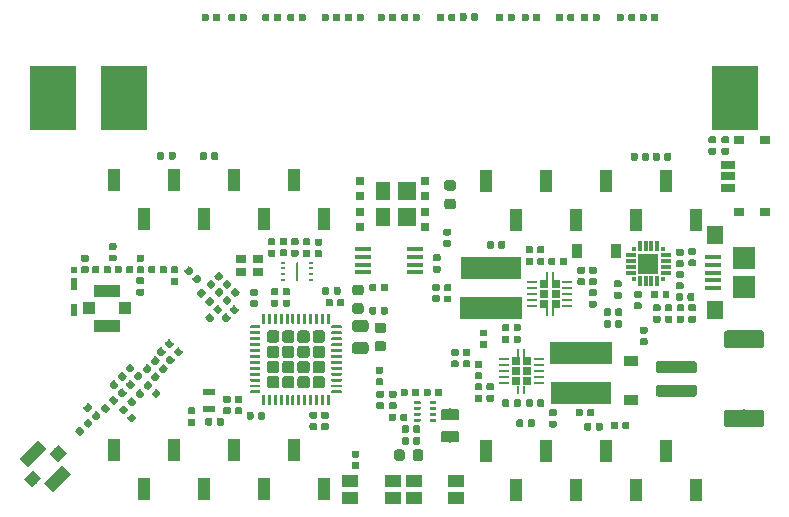
<source format=gbr>
G04 #@! TF.GenerationSoftware,KiCad,Pcbnew,5.1.3-ffb9f22~84~ubuntu19.04.1*
G04 #@! TF.CreationDate,2019-08-01T13:20:31-05:00*
G04 #@! TF.ProjectId,LeashPCB,4c656173-6850-4434-922e-6b696361645f,rev?*
G04 #@! TF.SameCoordinates,Original*
G04 #@! TF.FileFunction,Paste,Top*
G04 #@! TF.FilePolarity,Positive*
%FSLAX46Y46*%
G04 Gerber Fmt 4.6, Leading zero omitted, Abs format (unit mm)*
G04 Created by KiCad (PCBNEW 5.1.3-ffb9f22~84~ubuntu19.04.1) date 2019-08-01 13:20:31*
%MOMM*%
%LPD*%
G04 APERTURE LIST*
%ADD10C,0.100000*%
%ADD11C,0.590000*%
%ADD12R,1.000000X1.900000*%
%ADD13R,0.900000X0.750000*%
%ADD14R,1.300000X0.700000*%
%ADD15C,0.975000*%
%ADD16R,4.000000X5.500000*%
%ADD17R,0.850000X0.280000*%
%ADD18R,0.640000X0.640000*%
%ADD19R,0.280000X0.700000*%
%ADD20C,1.500000*%
%ADD21C,1.000000*%
%ADD22R,1.200000X1.550000*%
%ADD23R,1.600000X1.550000*%
%ADD24R,0.800000X0.700000*%
%ADD25R,1.450000X0.450000*%
%ADD26R,1.800000X1.800000*%
%ADD27R,0.900000X0.300000*%
%ADD28R,0.300000X0.900000*%
%ADD29R,0.300000X0.300000*%
%ADD30R,1.400000X1.600000*%
%ADD31R,1.350000X0.400000*%
%ADD32R,1.900000X1.900000*%
%ADD33C,0.875000*%
%ADD34R,5.300000X1.900000*%
%ADD35R,5.200000X1.900000*%
%ADD36R,0.500000X1.000000*%
%ADD37R,0.500000X0.500000*%
%ADD38C,0.250000*%
%ADD39C,0.200000*%
%ADD40R,0.300000X0.250000*%
%ADD41R,2.200000X1.050000*%
%ADD42R,1.050000X1.000000*%
%ADD43C,1.050000*%
%ADD44R,1.400000X1.050000*%
%ADD45C,1.040000*%
%ADD46R,1.200000X0.900000*%
%ADD47R,0.900000X1.200000*%
%ADD48R,0.900000X0.800000*%
%ADD49R,1.100000X0.600000*%
G04 APERTURE END LIST*
D10*
G36*
X139446958Y-64580710D02*
G01*
X139461276Y-64582834D01*
X139475317Y-64586351D01*
X139488946Y-64591228D01*
X139502031Y-64597417D01*
X139514447Y-64604858D01*
X139526073Y-64613481D01*
X139536798Y-64623202D01*
X139546519Y-64633927D01*
X139555142Y-64645553D01*
X139562583Y-64657969D01*
X139568772Y-64671054D01*
X139573649Y-64684683D01*
X139577166Y-64698724D01*
X139579290Y-64713042D01*
X139580000Y-64727500D01*
X139580000Y-65072500D01*
X139579290Y-65086958D01*
X139577166Y-65101276D01*
X139573649Y-65115317D01*
X139568772Y-65128946D01*
X139562583Y-65142031D01*
X139555142Y-65154447D01*
X139546519Y-65166073D01*
X139536798Y-65176798D01*
X139526073Y-65186519D01*
X139514447Y-65195142D01*
X139502031Y-65202583D01*
X139488946Y-65208772D01*
X139475317Y-65213649D01*
X139461276Y-65217166D01*
X139446958Y-65219290D01*
X139432500Y-65220000D01*
X139137500Y-65220000D01*
X139123042Y-65219290D01*
X139108724Y-65217166D01*
X139094683Y-65213649D01*
X139081054Y-65208772D01*
X139067969Y-65202583D01*
X139055553Y-65195142D01*
X139043927Y-65186519D01*
X139033202Y-65176798D01*
X139023481Y-65166073D01*
X139014858Y-65154447D01*
X139007417Y-65142031D01*
X139001228Y-65128946D01*
X138996351Y-65115317D01*
X138992834Y-65101276D01*
X138990710Y-65086958D01*
X138990000Y-65072500D01*
X138990000Y-64727500D01*
X138990710Y-64713042D01*
X138992834Y-64698724D01*
X138996351Y-64684683D01*
X139001228Y-64671054D01*
X139007417Y-64657969D01*
X139014858Y-64645553D01*
X139023481Y-64633927D01*
X139033202Y-64623202D01*
X139043927Y-64613481D01*
X139055553Y-64604858D01*
X139067969Y-64597417D01*
X139081054Y-64591228D01*
X139094683Y-64586351D01*
X139108724Y-64582834D01*
X139123042Y-64580710D01*
X139137500Y-64580000D01*
X139432500Y-64580000D01*
X139446958Y-64580710D01*
X139446958Y-64580710D01*
G37*
D11*
X139285000Y-64900000D03*
D10*
G36*
X138476958Y-64580710D02*
G01*
X138491276Y-64582834D01*
X138505317Y-64586351D01*
X138518946Y-64591228D01*
X138532031Y-64597417D01*
X138544447Y-64604858D01*
X138556073Y-64613481D01*
X138566798Y-64623202D01*
X138576519Y-64633927D01*
X138585142Y-64645553D01*
X138592583Y-64657969D01*
X138598772Y-64671054D01*
X138603649Y-64684683D01*
X138607166Y-64698724D01*
X138609290Y-64713042D01*
X138610000Y-64727500D01*
X138610000Y-65072500D01*
X138609290Y-65086958D01*
X138607166Y-65101276D01*
X138603649Y-65115317D01*
X138598772Y-65128946D01*
X138592583Y-65142031D01*
X138585142Y-65154447D01*
X138576519Y-65166073D01*
X138566798Y-65176798D01*
X138556073Y-65186519D01*
X138544447Y-65195142D01*
X138532031Y-65202583D01*
X138518946Y-65208772D01*
X138505317Y-65213649D01*
X138491276Y-65217166D01*
X138476958Y-65219290D01*
X138462500Y-65220000D01*
X138167500Y-65220000D01*
X138153042Y-65219290D01*
X138138724Y-65217166D01*
X138124683Y-65213649D01*
X138111054Y-65208772D01*
X138097969Y-65202583D01*
X138085553Y-65195142D01*
X138073927Y-65186519D01*
X138063202Y-65176798D01*
X138053481Y-65166073D01*
X138044858Y-65154447D01*
X138037417Y-65142031D01*
X138031228Y-65128946D01*
X138026351Y-65115317D01*
X138022834Y-65101276D01*
X138020710Y-65086958D01*
X138020000Y-65072500D01*
X138020000Y-64727500D01*
X138020710Y-64713042D01*
X138022834Y-64698724D01*
X138026351Y-64684683D01*
X138031228Y-64671054D01*
X138037417Y-64657969D01*
X138044858Y-64645553D01*
X138053481Y-64633927D01*
X138063202Y-64623202D01*
X138073927Y-64613481D01*
X138085553Y-64604858D01*
X138097969Y-64597417D01*
X138111054Y-64591228D01*
X138124683Y-64586351D01*
X138138724Y-64582834D01*
X138153042Y-64580710D01*
X138167500Y-64580000D01*
X138462500Y-64580000D01*
X138476958Y-64580710D01*
X138476958Y-64580710D01*
G37*
D11*
X138315000Y-64900000D03*
D12*
X115270000Y-75279999D03*
X110190000Y-75279999D03*
X120350000Y-75279999D03*
X112730000Y-78579999D03*
X105110000Y-75279999D03*
X107650000Y-78579999D03*
X117810000Y-78579999D03*
X122890000Y-78579999D03*
X107650000Y-55719999D03*
X112730000Y-55719999D03*
X117810000Y-55719999D03*
X122890000Y-55719999D03*
X105110000Y-52419999D03*
X110190000Y-52419999D03*
X115270000Y-52419999D03*
X120350000Y-52419999D03*
D13*
X160300000Y-49050000D03*
X158100000Y-49050000D03*
X160300000Y-55150000D03*
X158100000Y-55150000D03*
D14*
X157150000Y-51100000D03*
X157150000Y-52100000D03*
X157150000Y-53100000D03*
D10*
G36*
X157086958Y-48720710D02*
G01*
X157101276Y-48722834D01*
X157115317Y-48726351D01*
X157128946Y-48731228D01*
X157142031Y-48737417D01*
X157154447Y-48744858D01*
X157166073Y-48753481D01*
X157176798Y-48763202D01*
X157186519Y-48773927D01*
X157195142Y-48785553D01*
X157202583Y-48797969D01*
X157208772Y-48811054D01*
X157213649Y-48824683D01*
X157217166Y-48838724D01*
X157219290Y-48853042D01*
X157220000Y-48867500D01*
X157220000Y-49162500D01*
X157219290Y-49176958D01*
X157217166Y-49191276D01*
X157213649Y-49205317D01*
X157208772Y-49218946D01*
X157202583Y-49232031D01*
X157195142Y-49244447D01*
X157186519Y-49256073D01*
X157176798Y-49266798D01*
X157166073Y-49276519D01*
X157154447Y-49285142D01*
X157142031Y-49292583D01*
X157128946Y-49298772D01*
X157115317Y-49303649D01*
X157101276Y-49307166D01*
X157086958Y-49309290D01*
X157072500Y-49310000D01*
X156727500Y-49310000D01*
X156713042Y-49309290D01*
X156698724Y-49307166D01*
X156684683Y-49303649D01*
X156671054Y-49298772D01*
X156657969Y-49292583D01*
X156645553Y-49285142D01*
X156633927Y-49276519D01*
X156623202Y-49266798D01*
X156613481Y-49256073D01*
X156604858Y-49244447D01*
X156597417Y-49232031D01*
X156591228Y-49218946D01*
X156586351Y-49205317D01*
X156582834Y-49191276D01*
X156580710Y-49176958D01*
X156580000Y-49162500D01*
X156580000Y-48867500D01*
X156580710Y-48853042D01*
X156582834Y-48838724D01*
X156586351Y-48824683D01*
X156591228Y-48811054D01*
X156597417Y-48797969D01*
X156604858Y-48785553D01*
X156613481Y-48773927D01*
X156623202Y-48763202D01*
X156633927Y-48753481D01*
X156645553Y-48744858D01*
X156657969Y-48737417D01*
X156671054Y-48731228D01*
X156684683Y-48726351D01*
X156698724Y-48722834D01*
X156713042Y-48720710D01*
X156727500Y-48720000D01*
X157072500Y-48720000D01*
X157086958Y-48720710D01*
X157086958Y-48720710D01*
G37*
D11*
X156900000Y-49015000D03*
D10*
G36*
X157086958Y-49690710D02*
G01*
X157101276Y-49692834D01*
X157115317Y-49696351D01*
X157128946Y-49701228D01*
X157142031Y-49707417D01*
X157154447Y-49714858D01*
X157166073Y-49723481D01*
X157176798Y-49733202D01*
X157186519Y-49743927D01*
X157195142Y-49755553D01*
X157202583Y-49767969D01*
X157208772Y-49781054D01*
X157213649Y-49794683D01*
X157217166Y-49808724D01*
X157219290Y-49823042D01*
X157220000Y-49837500D01*
X157220000Y-50132500D01*
X157219290Y-50146958D01*
X157217166Y-50161276D01*
X157213649Y-50175317D01*
X157208772Y-50188946D01*
X157202583Y-50202031D01*
X157195142Y-50214447D01*
X157186519Y-50226073D01*
X157176798Y-50236798D01*
X157166073Y-50246519D01*
X157154447Y-50255142D01*
X157142031Y-50262583D01*
X157128946Y-50268772D01*
X157115317Y-50273649D01*
X157101276Y-50277166D01*
X157086958Y-50279290D01*
X157072500Y-50280000D01*
X156727500Y-50280000D01*
X156713042Y-50279290D01*
X156698724Y-50277166D01*
X156684683Y-50273649D01*
X156671054Y-50268772D01*
X156657969Y-50262583D01*
X156645553Y-50255142D01*
X156633927Y-50246519D01*
X156623202Y-50236798D01*
X156613481Y-50226073D01*
X156604858Y-50214447D01*
X156597417Y-50202031D01*
X156591228Y-50188946D01*
X156586351Y-50175317D01*
X156582834Y-50161276D01*
X156580710Y-50146958D01*
X156580000Y-50132500D01*
X156580000Y-49837500D01*
X156580710Y-49823042D01*
X156582834Y-49808724D01*
X156586351Y-49794683D01*
X156591228Y-49781054D01*
X156597417Y-49767969D01*
X156604858Y-49755553D01*
X156613481Y-49743927D01*
X156623202Y-49733202D01*
X156633927Y-49723481D01*
X156645553Y-49714858D01*
X156657969Y-49707417D01*
X156671054Y-49701228D01*
X156684683Y-49696351D01*
X156698724Y-49692834D01*
X156713042Y-49690710D01*
X156727500Y-49690000D01*
X157072500Y-49690000D01*
X157086958Y-49690710D01*
X157086958Y-49690710D01*
G37*
D11*
X156900000Y-49985000D03*
D10*
G36*
X137176958Y-57580710D02*
G01*
X137191276Y-57582834D01*
X137205317Y-57586351D01*
X137218946Y-57591228D01*
X137232031Y-57597417D01*
X137244447Y-57604858D01*
X137256073Y-57613481D01*
X137266798Y-57623202D01*
X137276519Y-57633927D01*
X137285142Y-57645553D01*
X137292583Y-57657969D01*
X137298772Y-57671054D01*
X137303649Y-57684683D01*
X137307166Y-57698724D01*
X137309290Y-57713042D01*
X137310000Y-57727500D01*
X137310000Y-58072500D01*
X137309290Y-58086958D01*
X137307166Y-58101276D01*
X137303649Y-58115317D01*
X137298772Y-58128946D01*
X137292583Y-58142031D01*
X137285142Y-58154447D01*
X137276519Y-58166073D01*
X137266798Y-58176798D01*
X137256073Y-58186519D01*
X137244447Y-58195142D01*
X137232031Y-58202583D01*
X137218946Y-58208772D01*
X137205317Y-58213649D01*
X137191276Y-58217166D01*
X137176958Y-58219290D01*
X137162500Y-58220000D01*
X136867500Y-58220000D01*
X136853042Y-58219290D01*
X136838724Y-58217166D01*
X136824683Y-58213649D01*
X136811054Y-58208772D01*
X136797969Y-58202583D01*
X136785553Y-58195142D01*
X136773927Y-58186519D01*
X136763202Y-58176798D01*
X136753481Y-58166073D01*
X136744858Y-58154447D01*
X136737417Y-58142031D01*
X136731228Y-58128946D01*
X136726351Y-58115317D01*
X136722834Y-58101276D01*
X136720710Y-58086958D01*
X136720000Y-58072500D01*
X136720000Y-57727500D01*
X136720710Y-57713042D01*
X136722834Y-57698724D01*
X136726351Y-57684683D01*
X136731228Y-57671054D01*
X136737417Y-57657969D01*
X136744858Y-57645553D01*
X136753481Y-57633927D01*
X136763202Y-57623202D01*
X136773927Y-57613481D01*
X136785553Y-57604858D01*
X136797969Y-57597417D01*
X136811054Y-57591228D01*
X136824683Y-57586351D01*
X136838724Y-57582834D01*
X136853042Y-57580710D01*
X136867500Y-57580000D01*
X137162500Y-57580000D01*
X137176958Y-57580710D01*
X137176958Y-57580710D01*
G37*
D11*
X137015000Y-57900000D03*
D10*
G36*
X138146958Y-57580710D02*
G01*
X138161276Y-57582834D01*
X138175317Y-57586351D01*
X138188946Y-57591228D01*
X138202031Y-57597417D01*
X138214447Y-57604858D01*
X138226073Y-57613481D01*
X138236798Y-57623202D01*
X138246519Y-57633927D01*
X138255142Y-57645553D01*
X138262583Y-57657969D01*
X138268772Y-57671054D01*
X138273649Y-57684683D01*
X138277166Y-57698724D01*
X138279290Y-57713042D01*
X138280000Y-57727500D01*
X138280000Y-58072500D01*
X138279290Y-58086958D01*
X138277166Y-58101276D01*
X138273649Y-58115317D01*
X138268772Y-58128946D01*
X138262583Y-58142031D01*
X138255142Y-58154447D01*
X138246519Y-58166073D01*
X138236798Y-58176798D01*
X138226073Y-58186519D01*
X138214447Y-58195142D01*
X138202031Y-58202583D01*
X138188946Y-58208772D01*
X138175317Y-58213649D01*
X138161276Y-58217166D01*
X138146958Y-58219290D01*
X138132500Y-58220000D01*
X137837500Y-58220000D01*
X137823042Y-58219290D01*
X137808724Y-58217166D01*
X137794683Y-58213649D01*
X137781054Y-58208772D01*
X137767969Y-58202583D01*
X137755553Y-58195142D01*
X137743927Y-58186519D01*
X137733202Y-58176798D01*
X137723481Y-58166073D01*
X137714858Y-58154447D01*
X137707417Y-58142031D01*
X137701228Y-58128946D01*
X137696351Y-58115317D01*
X137692834Y-58101276D01*
X137690710Y-58086958D01*
X137690000Y-58072500D01*
X137690000Y-57727500D01*
X137690710Y-57713042D01*
X137692834Y-57698724D01*
X137696351Y-57684683D01*
X137701228Y-57671054D01*
X137707417Y-57657969D01*
X137714858Y-57645553D01*
X137723481Y-57633927D01*
X137733202Y-57623202D01*
X137743927Y-57613481D01*
X137755553Y-57604858D01*
X137767969Y-57597417D01*
X137781054Y-57591228D01*
X137794683Y-57586351D01*
X137808724Y-57582834D01*
X137823042Y-57580710D01*
X137837500Y-57580000D01*
X138132500Y-57580000D01*
X138146958Y-57580710D01*
X138146958Y-57580710D01*
G37*
D11*
X137985000Y-57900000D03*
D10*
G36*
X144691958Y-71780710D02*
G01*
X144706276Y-71782834D01*
X144720317Y-71786351D01*
X144733946Y-71791228D01*
X144747031Y-71797417D01*
X144759447Y-71804858D01*
X144771073Y-71813481D01*
X144781798Y-71823202D01*
X144791519Y-71833927D01*
X144800142Y-71845553D01*
X144807583Y-71857969D01*
X144813772Y-71871054D01*
X144818649Y-71884683D01*
X144822166Y-71898724D01*
X144824290Y-71913042D01*
X144825000Y-71927500D01*
X144825000Y-72272500D01*
X144824290Y-72286958D01*
X144822166Y-72301276D01*
X144818649Y-72315317D01*
X144813772Y-72328946D01*
X144807583Y-72342031D01*
X144800142Y-72354447D01*
X144791519Y-72366073D01*
X144781798Y-72376798D01*
X144771073Y-72386519D01*
X144759447Y-72395142D01*
X144747031Y-72402583D01*
X144733946Y-72408772D01*
X144720317Y-72413649D01*
X144706276Y-72417166D01*
X144691958Y-72419290D01*
X144677500Y-72420000D01*
X144382500Y-72420000D01*
X144368042Y-72419290D01*
X144353724Y-72417166D01*
X144339683Y-72413649D01*
X144326054Y-72408772D01*
X144312969Y-72402583D01*
X144300553Y-72395142D01*
X144288927Y-72386519D01*
X144278202Y-72376798D01*
X144268481Y-72366073D01*
X144259858Y-72354447D01*
X144252417Y-72342031D01*
X144246228Y-72328946D01*
X144241351Y-72315317D01*
X144237834Y-72301276D01*
X144235710Y-72286958D01*
X144235000Y-72272500D01*
X144235000Y-71927500D01*
X144235710Y-71913042D01*
X144237834Y-71898724D01*
X144241351Y-71884683D01*
X144246228Y-71871054D01*
X144252417Y-71857969D01*
X144259858Y-71845553D01*
X144268481Y-71833927D01*
X144278202Y-71823202D01*
X144288927Y-71813481D01*
X144300553Y-71804858D01*
X144312969Y-71797417D01*
X144326054Y-71791228D01*
X144339683Y-71786351D01*
X144353724Y-71782834D01*
X144368042Y-71780710D01*
X144382500Y-71780000D01*
X144677500Y-71780000D01*
X144691958Y-71780710D01*
X144691958Y-71780710D01*
G37*
D11*
X144530000Y-72100000D03*
D10*
G36*
X145661958Y-71780710D02*
G01*
X145676276Y-71782834D01*
X145690317Y-71786351D01*
X145703946Y-71791228D01*
X145717031Y-71797417D01*
X145729447Y-71804858D01*
X145741073Y-71813481D01*
X145751798Y-71823202D01*
X145761519Y-71833927D01*
X145770142Y-71845553D01*
X145777583Y-71857969D01*
X145783772Y-71871054D01*
X145788649Y-71884683D01*
X145792166Y-71898724D01*
X145794290Y-71913042D01*
X145795000Y-71927500D01*
X145795000Y-72272500D01*
X145794290Y-72286958D01*
X145792166Y-72301276D01*
X145788649Y-72315317D01*
X145783772Y-72328946D01*
X145777583Y-72342031D01*
X145770142Y-72354447D01*
X145761519Y-72366073D01*
X145751798Y-72376798D01*
X145741073Y-72386519D01*
X145729447Y-72395142D01*
X145717031Y-72402583D01*
X145703946Y-72408772D01*
X145690317Y-72413649D01*
X145676276Y-72417166D01*
X145661958Y-72419290D01*
X145647500Y-72420000D01*
X145352500Y-72420000D01*
X145338042Y-72419290D01*
X145323724Y-72417166D01*
X145309683Y-72413649D01*
X145296054Y-72408772D01*
X145282969Y-72402583D01*
X145270553Y-72395142D01*
X145258927Y-72386519D01*
X145248202Y-72376798D01*
X145238481Y-72366073D01*
X145229858Y-72354447D01*
X145222417Y-72342031D01*
X145216228Y-72328946D01*
X145211351Y-72315317D01*
X145207834Y-72301276D01*
X145205710Y-72286958D01*
X145205000Y-72272500D01*
X145205000Y-71927500D01*
X145205710Y-71913042D01*
X145207834Y-71898724D01*
X145211351Y-71884683D01*
X145216228Y-71871054D01*
X145222417Y-71857969D01*
X145229858Y-71845553D01*
X145238481Y-71833927D01*
X145248202Y-71823202D01*
X145258927Y-71813481D01*
X145270553Y-71804858D01*
X145282969Y-71797417D01*
X145296054Y-71791228D01*
X145309683Y-71786351D01*
X145323724Y-71782834D01*
X145338042Y-71780710D01*
X145352500Y-71780000D01*
X145647500Y-71780000D01*
X145661958Y-71780710D01*
X145661958Y-71780710D01*
G37*
D11*
X145500000Y-72100000D03*
D10*
G36*
X150186958Y-65790710D02*
G01*
X150201276Y-65792834D01*
X150215317Y-65796351D01*
X150228946Y-65801228D01*
X150242031Y-65807417D01*
X150254447Y-65814858D01*
X150266073Y-65823481D01*
X150276798Y-65833202D01*
X150286519Y-65843927D01*
X150295142Y-65855553D01*
X150302583Y-65867969D01*
X150308772Y-65881054D01*
X150313649Y-65894683D01*
X150317166Y-65908724D01*
X150319290Y-65923042D01*
X150320000Y-65937500D01*
X150320000Y-66232500D01*
X150319290Y-66246958D01*
X150317166Y-66261276D01*
X150313649Y-66275317D01*
X150308772Y-66288946D01*
X150302583Y-66302031D01*
X150295142Y-66314447D01*
X150286519Y-66326073D01*
X150276798Y-66336798D01*
X150266073Y-66346519D01*
X150254447Y-66355142D01*
X150242031Y-66362583D01*
X150228946Y-66368772D01*
X150215317Y-66373649D01*
X150201276Y-66377166D01*
X150186958Y-66379290D01*
X150172500Y-66380000D01*
X149827500Y-66380000D01*
X149813042Y-66379290D01*
X149798724Y-66377166D01*
X149784683Y-66373649D01*
X149771054Y-66368772D01*
X149757969Y-66362583D01*
X149745553Y-66355142D01*
X149733927Y-66346519D01*
X149723202Y-66336798D01*
X149713481Y-66326073D01*
X149704858Y-66314447D01*
X149697417Y-66302031D01*
X149691228Y-66288946D01*
X149686351Y-66275317D01*
X149682834Y-66261276D01*
X149680710Y-66246958D01*
X149680000Y-66232500D01*
X149680000Y-65937500D01*
X149680710Y-65923042D01*
X149682834Y-65908724D01*
X149686351Y-65894683D01*
X149691228Y-65881054D01*
X149697417Y-65867969D01*
X149704858Y-65855553D01*
X149713481Y-65843927D01*
X149723202Y-65833202D01*
X149733927Y-65823481D01*
X149745553Y-65814858D01*
X149757969Y-65807417D01*
X149771054Y-65801228D01*
X149784683Y-65796351D01*
X149798724Y-65792834D01*
X149813042Y-65790710D01*
X149827500Y-65790000D01*
X150172500Y-65790000D01*
X150186958Y-65790710D01*
X150186958Y-65790710D01*
G37*
D11*
X150000000Y-66085000D03*
D10*
G36*
X150186958Y-64820710D02*
G01*
X150201276Y-64822834D01*
X150215317Y-64826351D01*
X150228946Y-64831228D01*
X150242031Y-64837417D01*
X150254447Y-64844858D01*
X150266073Y-64853481D01*
X150276798Y-64863202D01*
X150286519Y-64873927D01*
X150295142Y-64885553D01*
X150302583Y-64897969D01*
X150308772Y-64911054D01*
X150313649Y-64924683D01*
X150317166Y-64938724D01*
X150319290Y-64953042D01*
X150320000Y-64967500D01*
X150320000Y-65262500D01*
X150319290Y-65276958D01*
X150317166Y-65291276D01*
X150313649Y-65305317D01*
X150308772Y-65318946D01*
X150302583Y-65332031D01*
X150295142Y-65344447D01*
X150286519Y-65356073D01*
X150276798Y-65366798D01*
X150266073Y-65376519D01*
X150254447Y-65385142D01*
X150242031Y-65392583D01*
X150228946Y-65398772D01*
X150215317Y-65403649D01*
X150201276Y-65407166D01*
X150186958Y-65409290D01*
X150172500Y-65410000D01*
X149827500Y-65410000D01*
X149813042Y-65409290D01*
X149798724Y-65407166D01*
X149784683Y-65403649D01*
X149771054Y-65398772D01*
X149757969Y-65392583D01*
X149745553Y-65385142D01*
X149733927Y-65376519D01*
X149723202Y-65366798D01*
X149713481Y-65356073D01*
X149704858Y-65344447D01*
X149697417Y-65332031D01*
X149691228Y-65318946D01*
X149686351Y-65305317D01*
X149682834Y-65291276D01*
X149680710Y-65276958D01*
X149680000Y-65262500D01*
X149680000Y-64967500D01*
X149680710Y-64953042D01*
X149682834Y-64938724D01*
X149686351Y-64924683D01*
X149691228Y-64911054D01*
X149697417Y-64897969D01*
X149704858Y-64885553D01*
X149713481Y-64873927D01*
X149723202Y-64863202D01*
X149733927Y-64853481D01*
X149745553Y-64844858D01*
X149757969Y-64837417D01*
X149771054Y-64831228D01*
X149784683Y-64826351D01*
X149798724Y-64822834D01*
X149813042Y-64820710D01*
X149827500Y-64820000D01*
X150172500Y-64820000D01*
X150186958Y-64820710D01*
X150186958Y-64820710D01*
G37*
D11*
X150000000Y-65115000D03*
D10*
G36*
X126480142Y-66151174D02*
G01*
X126503803Y-66154684D01*
X126527007Y-66160496D01*
X126549529Y-66168554D01*
X126571153Y-66178782D01*
X126591670Y-66191079D01*
X126610883Y-66205329D01*
X126628607Y-66221393D01*
X126644671Y-66239117D01*
X126658921Y-66258330D01*
X126671218Y-66278847D01*
X126681446Y-66300471D01*
X126689504Y-66322993D01*
X126695316Y-66346197D01*
X126698826Y-66369858D01*
X126700000Y-66393750D01*
X126700000Y-66881250D01*
X126698826Y-66905142D01*
X126695316Y-66928803D01*
X126689504Y-66952007D01*
X126681446Y-66974529D01*
X126671218Y-66996153D01*
X126658921Y-67016670D01*
X126644671Y-67035883D01*
X126628607Y-67053607D01*
X126610883Y-67069671D01*
X126591670Y-67083921D01*
X126571153Y-67096218D01*
X126549529Y-67106446D01*
X126527007Y-67114504D01*
X126503803Y-67120316D01*
X126480142Y-67123826D01*
X126456250Y-67125000D01*
X125543750Y-67125000D01*
X125519858Y-67123826D01*
X125496197Y-67120316D01*
X125472993Y-67114504D01*
X125450471Y-67106446D01*
X125428847Y-67096218D01*
X125408330Y-67083921D01*
X125389117Y-67069671D01*
X125371393Y-67053607D01*
X125355329Y-67035883D01*
X125341079Y-67016670D01*
X125328782Y-66996153D01*
X125318554Y-66974529D01*
X125310496Y-66952007D01*
X125304684Y-66928803D01*
X125301174Y-66905142D01*
X125300000Y-66881250D01*
X125300000Y-66393750D01*
X125301174Y-66369858D01*
X125304684Y-66346197D01*
X125310496Y-66322993D01*
X125318554Y-66300471D01*
X125328782Y-66278847D01*
X125341079Y-66258330D01*
X125355329Y-66239117D01*
X125371393Y-66221393D01*
X125389117Y-66205329D01*
X125408330Y-66191079D01*
X125428847Y-66178782D01*
X125450471Y-66168554D01*
X125472993Y-66160496D01*
X125496197Y-66154684D01*
X125519858Y-66151174D01*
X125543750Y-66150000D01*
X126456250Y-66150000D01*
X126480142Y-66151174D01*
X126480142Y-66151174D01*
G37*
D15*
X126000000Y-66637500D03*
D10*
G36*
X126480142Y-64276174D02*
G01*
X126503803Y-64279684D01*
X126527007Y-64285496D01*
X126549529Y-64293554D01*
X126571153Y-64303782D01*
X126591670Y-64316079D01*
X126610883Y-64330329D01*
X126628607Y-64346393D01*
X126644671Y-64364117D01*
X126658921Y-64383330D01*
X126671218Y-64403847D01*
X126681446Y-64425471D01*
X126689504Y-64447993D01*
X126695316Y-64471197D01*
X126698826Y-64494858D01*
X126700000Y-64518750D01*
X126700000Y-65006250D01*
X126698826Y-65030142D01*
X126695316Y-65053803D01*
X126689504Y-65077007D01*
X126681446Y-65099529D01*
X126671218Y-65121153D01*
X126658921Y-65141670D01*
X126644671Y-65160883D01*
X126628607Y-65178607D01*
X126610883Y-65194671D01*
X126591670Y-65208921D01*
X126571153Y-65221218D01*
X126549529Y-65231446D01*
X126527007Y-65239504D01*
X126503803Y-65245316D01*
X126480142Y-65248826D01*
X126456250Y-65250000D01*
X125543750Y-65250000D01*
X125519858Y-65248826D01*
X125496197Y-65245316D01*
X125472993Y-65239504D01*
X125450471Y-65231446D01*
X125428847Y-65221218D01*
X125408330Y-65208921D01*
X125389117Y-65194671D01*
X125371393Y-65178607D01*
X125355329Y-65160883D01*
X125341079Y-65141670D01*
X125328782Y-65121153D01*
X125318554Y-65099529D01*
X125310496Y-65077007D01*
X125304684Y-65053803D01*
X125301174Y-65030142D01*
X125300000Y-65006250D01*
X125300000Y-64518750D01*
X125301174Y-64494858D01*
X125304684Y-64471197D01*
X125310496Y-64447993D01*
X125318554Y-64425471D01*
X125328782Y-64403847D01*
X125341079Y-64383330D01*
X125355329Y-64364117D01*
X125371393Y-64346393D01*
X125389117Y-64330329D01*
X125408330Y-64316079D01*
X125428847Y-64303782D01*
X125450471Y-64293554D01*
X125472993Y-64285496D01*
X125496197Y-64279684D01*
X125519858Y-64276174D01*
X125543750Y-64275000D01*
X126456250Y-64275000D01*
X126480142Y-64276174D01*
X126480142Y-64276174D01*
G37*
D15*
X126000000Y-64762500D03*
D12*
X144224856Y-55794182D03*
X149304856Y-55794182D03*
X139144856Y-55794182D03*
X146764856Y-52494182D03*
X154384856Y-55794182D03*
X151844856Y-52494182D03*
X141684856Y-52494182D03*
X136604856Y-52494182D03*
X151844856Y-75354182D03*
X146764856Y-75354182D03*
X141684856Y-75354182D03*
X136604856Y-75354182D03*
X154384856Y-78654182D03*
X149304856Y-78654182D03*
X144224856Y-78654182D03*
X139144856Y-78654182D03*
D16*
X157750000Y-45500000D03*
D17*
X143525000Y-63050000D03*
X143525000Y-62550000D03*
X143525000Y-62050000D03*
X143525000Y-61550000D03*
X143525000Y-61050000D03*
X140575000Y-61050000D03*
X140575000Y-61550000D03*
X140575000Y-62050000D03*
X140575000Y-62550000D03*
X140575000Y-63050000D03*
D18*
X141570000Y-61190000D03*
D19*
X142300000Y-63600000D03*
X142300000Y-60500000D03*
X141800000Y-63600000D03*
X141800000Y-60500000D03*
D18*
X142530000Y-61190000D03*
X142530000Y-62050000D03*
X141570000Y-62050000D03*
X142530000Y-62910000D03*
X141570000Y-62910000D03*
X140105000Y-67740000D03*
X139145000Y-67740000D03*
X140105000Y-68600000D03*
X139145000Y-68600000D03*
X139145000Y-69460000D03*
D19*
X139875000Y-70150000D03*
X139875000Y-67050000D03*
X139375000Y-70150000D03*
X139375000Y-67050000D03*
D18*
X140105000Y-69460000D03*
D17*
X141100000Y-67600000D03*
X141100000Y-68100000D03*
X141100000Y-68600000D03*
X141100000Y-69100000D03*
X141100000Y-69600000D03*
X138150000Y-69600000D03*
X138150000Y-69100000D03*
X138150000Y-68600000D03*
X138150000Y-68100000D03*
X138150000Y-67600000D03*
D10*
G36*
X159974504Y-65151204D02*
G01*
X159998773Y-65154804D01*
X160022571Y-65160765D01*
X160045671Y-65169030D01*
X160067849Y-65179520D01*
X160088893Y-65192133D01*
X160108598Y-65206747D01*
X160126777Y-65223223D01*
X160143253Y-65241402D01*
X160157867Y-65261107D01*
X160170480Y-65282151D01*
X160180970Y-65304329D01*
X160189235Y-65327429D01*
X160195196Y-65351227D01*
X160198796Y-65375496D01*
X160200000Y-65400000D01*
X160200000Y-66400000D01*
X160198796Y-66424504D01*
X160195196Y-66448773D01*
X160189235Y-66472571D01*
X160180970Y-66495671D01*
X160170480Y-66517849D01*
X160157867Y-66538893D01*
X160143253Y-66558598D01*
X160126777Y-66576777D01*
X160108598Y-66593253D01*
X160088893Y-66607867D01*
X160067849Y-66620480D01*
X160045671Y-66630970D01*
X160022571Y-66639235D01*
X159998773Y-66645196D01*
X159974504Y-66648796D01*
X159950000Y-66650000D01*
X157050000Y-66650000D01*
X157025496Y-66648796D01*
X157001227Y-66645196D01*
X156977429Y-66639235D01*
X156954329Y-66630970D01*
X156932151Y-66620480D01*
X156911107Y-66607867D01*
X156891402Y-66593253D01*
X156873223Y-66576777D01*
X156856747Y-66558598D01*
X156842133Y-66538893D01*
X156829520Y-66517849D01*
X156819030Y-66495671D01*
X156810765Y-66472571D01*
X156804804Y-66448773D01*
X156801204Y-66424504D01*
X156800000Y-66400000D01*
X156800000Y-65400000D01*
X156801204Y-65375496D01*
X156804804Y-65351227D01*
X156810765Y-65327429D01*
X156819030Y-65304329D01*
X156829520Y-65282151D01*
X156842133Y-65261107D01*
X156856747Y-65241402D01*
X156873223Y-65223223D01*
X156891402Y-65206747D01*
X156911107Y-65192133D01*
X156932151Y-65179520D01*
X156954329Y-65169030D01*
X156977429Y-65160765D01*
X157001227Y-65154804D01*
X157025496Y-65151204D01*
X157050000Y-65150000D01*
X159950000Y-65150000D01*
X159974504Y-65151204D01*
X159974504Y-65151204D01*
G37*
D20*
X158500000Y-65900000D03*
D10*
G36*
X159974504Y-71851204D02*
G01*
X159998773Y-71854804D01*
X160022571Y-71860765D01*
X160045671Y-71869030D01*
X160067849Y-71879520D01*
X160088893Y-71892133D01*
X160108598Y-71906747D01*
X160126777Y-71923223D01*
X160143253Y-71941402D01*
X160157867Y-71961107D01*
X160170480Y-71982151D01*
X160180970Y-72004329D01*
X160189235Y-72027429D01*
X160195196Y-72051227D01*
X160198796Y-72075496D01*
X160200000Y-72100000D01*
X160200000Y-73100000D01*
X160198796Y-73124504D01*
X160195196Y-73148773D01*
X160189235Y-73172571D01*
X160180970Y-73195671D01*
X160170480Y-73217849D01*
X160157867Y-73238893D01*
X160143253Y-73258598D01*
X160126777Y-73276777D01*
X160108598Y-73293253D01*
X160088893Y-73307867D01*
X160067849Y-73320480D01*
X160045671Y-73330970D01*
X160022571Y-73339235D01*
X159998773Y-73345196D01*
X159974504Y-73348796D01*
X159950000Y-73350000D01*
X157050000Y-73350000D01*
X157025496Y-73348796D01*
X157001227Y-73345196D01*
X156977429Y-73339235D01*
X156954329Y-73330970D01*
X156932151Y-73320480D01*
X156911107Y-73307867D01*
X156891402Y-73293253D01*
X156873223Y-73276777D01*
X156856747Y-73258598D01*
X156842133Y-73238893D01*
X156829520Y-73217849D01*
X156819030Y-73195671D01*
X156810765Y-73172571D01*
X156804804Y-73148773D01*
X156801204Y-73124504D01*
X156800000Y-73100000D01*
X156800000Y-72100000D01*
X156801204Y-72075496D01*
X156804804Y-72051227D01*
X156810765Y-72027429D01*
X156819030Y-72004329D01*
X156829520Y-71982151D01*
X156842133Y-71961107D01*
X156856747Y-71941402D01*
X156873223Y-71923223D01*
X156891402Y-71906747D01*
X156911107Y-71892133D01*
X156932151Y-71879520D01*
X156954329Y-71869030D01*
X156977429Y-71860765D01*
X157001227Y-71854804D01*
X157025496Y-71851204D01*
X157050000Y-71850000D01*
X159950000Y-71850000D01*
X159974504Y-71851204D01*
X159974504Y-71851204D01*
G37*
D20*
X158500000Y-72600000D03*
D10*
G36*
X154274504Y-67751204D02*
G01*
X154298773Y-67754804D01*
X154322571Y-67760765D01*
X154345671Y-67769030D01*
X154367849Y-67779520D01*
X154388893Y-67792133D01*
X154408598Y-67806747D01*
X154426777Y-67823223D01*
X154443253Y-67841402D01*
X154457867Y-67861107D01*
X154470480Y-67882151D01*
X154480970Y-67904329D01*
X154489235Y-67927429D01*
X154495196Y-67951227D01*
X154498796Y-67975496D01*
X154500000Y-68000000D01*
X154500000Y-68500000D01*
X154498796Y-68524504D01*
X154495196Y-68548773D01*
X154489235Y-68572571D01*
X154480970Y-68595671D01*
X154470480Y-68617849D01*
X154457867Y-68638893D01*
X154443253Y-68658598D01*
X154426777Y-68676777D01*
X154408598Y-68693253D01*
X154388893Y-68707867D01*
X154367849Y-68720480D01*
X154345671Y-68730970D01*
X154322571Y-68739235D01*
X154298773Y-68745196D01*
X154274504Y-68748796D01*
X154250000Y-68750000D01*
X151250000Y-68750000D01*
X151225496Y-68748796D01*
X151201227Y-68745196D01*
X151177429Y-68739235D01*
X151154329Y-68730970D01*
X151132151Y-68720480D01*
X151111107Y-68707867D01*
X151091402Y-68693253D01*
X151073223Y-68676777D01*
X151056747Y-68658598D01*
X151042133Y-68638893D01*
X151029520Y-68617849D01*
X151019030Y-68595671D01*
X151010765Y-68572571D01*
X151004804Y-68548773D01*
X151001204Y-68524504D01*
X151000000Y-68500000D01*
X151000000Y-68000000D01*
X151001204Y-67975496D01*
X151004804Y-67951227D01*
X151010765Y-67927429D01*
X151019030Y-67904329D01*
X151029520Y-67882151D01*
X151042133Y-67861107D01*
X151056747Y-67841402D01*
X151073223Y-67823223D01*
X151091402Y-67806747D01*
X151111107Y-67792133D01*
X151132151Y-67779520D01*
X151154329Y-67769030D01*
X151177429Y-67760765D01*
X151201227Y-67754804D01*
X151225496Y-67751204D01*
X151250000Y-67750000D01*
X154250000Y-67750000D01*
X154274504Y-67751204D01*
X154274504Y-67751204D01*
G37*
D21*
X152750000Y-68250000D03*
D10*
G36*
X154274504Y-69751204D02*
G01*
X154298773Y-69754804D01*
X154322571Y-69760765D01*
X154345671Y-69769030D01*
X154367849Y-69779520D01*
X154388893Y-69792133D01*
X154408598Y-69806747D01*
X154426777Y-69823223D01*
X154443253Y-69841402D01*
X154457867Y-69861107D01*
X154470480Y-69882151D01*
X154480970Y-69904329D01*
X154489235Y-69927429D01*
X154495196Y-69951227D01*
X154498796Y-69975496D01*
X154500000Y-70000000D01*
X154500000Y-70500000D01*
X154498796Y-70524504D01*
X154495196Y-70548773D01*
X154489235Y-70572571D01*
X154480970Y-70595671D01*
X154470480Y-70617849D01*
X154457867Y-70638893D01*
X154443253Y-70658598D01*
X154426777Y-70676777D01*
X154408598Y-70693253D01*
X154388893Y-70707867D01*
X154367849Y-70720480D01*
X154345671Y-70730970D01*
X154322571Y-70739235D01*
X154298773Y-70745196D01*
X154274504Y-70748796D01*
X154250000Y-70750000D01*
X151250000Y-70750000D01*
X151225496Y-70748796D01*
X151201227Y-70745196D01*
X151177429Y-70739235D01*
X151154329Y-70730970D01*
X151132151Y-70720480D01*
X151111107Y-70707867D01*
X151091402Y-70693253D01*
X151073223Y-70676777D01*
X151056747Y-70658598D01*
X151042133Y-70638893D01*
X151029520Y-70617849D01*
X151019030Y-70595671D01*
X151010765Y-70572571D01*
X151004804Y-70548773D01*
X151001204Y-70524504D01*
X151000000Y-70500000D01*
X151000000Y-70000000D01*
X151001204Y-69975496D01*
X151004804Y-69951227D01*
X151010765Y-69927429D01*
X151019030Y-69904329D01*
X151029520Y-69882151D01*
X151042133Y-69861107D01*
X151056747Y-69841402D01*
X151073223Y-69823223D01*
X151091402Y-69806747D01*
X151111107Y-69792133D01*
X151132151Y-69779520D01*
X151154329Y-69769030D01*
X151177429Y-69760765D01*
X151201227Y-69754804D01*
X151225496Y-69751204D01*
X151250000Y-69750000D01*
X154250000Y-69750000D01*
X154274504Y-69751204D01*
X154274504Y-69751204D01*
G37*
D21*
X152750000Y-70250000D03*
D10*
G36*
X128196958Y-61180710D02*
G01*
X128211276Y-61182834D01*
X128225317Y-61186351D01*
X128238946Y-61191228D01*
X128252031Y-61197417D01*
X128264447Y-61204858D01*
X128276073Y-61213481D01*
X128286798Y-61223202D01*
X128296519Y-61233927D01*
X128305142Y-61245553D01*
X128312583Y-61257969D01*
X128318772Y-61271054D01*
X128323649Y-61284683D01*
X128327166Y-61298724D01*
X128329290Y-61313042D01*
X128330000Y-61327500D01*
X128330000Y-61672500D01*
X128329290Y-61686958D01*
X128327166Y-61701276D01*
X128323649Y-61715317D01*
X128318772Y-61728946D01*
X128312583Y-61742031D01*
X128305142Y-61754447D01*
X128296519Y-61766073D01*
X128286798Y-61776798D01*
X128276073Y-61786519D01*
X128264447Y-61795142D01*
X128252031Y-61802583D01*
X128238946Y-61808772D01*
X128225317Y-61813649D01*
X128211276Y-61817166D01*
X128196958Y-61819290D01*
X128182500Y-61820000D01*
X127887500Y-61820000D01*
X127873042Y-61819290D01*
X127858724Y-61817166D01*
X127844683Y-61813649D01*
X127831054Y-61808772D01*
X127817969Y-61802583D01*
X127805553Y-61795142D01*
X127793927Y-61786519D01*
X127783202Y-61776798D01*
X127773481Y-61766073D01*
X127764858Y-61754447D01*
X127757417Y-61742031D01*
X127751228Y-61728946D01*
X127746351Y-61715317D01*
X127742834Y-61701276D01*
X127740710Y-61686958D01*
X127740000Y-61672500D01*
X127740000Y-61327500D01*
X127740710Y-61313042D01*
X127742834Y-61298724D01*
X127746351Y-61284683D01*
X127751228Y-61271054D01*
X127757417Y-61257969D01*
X127764858Y-61245553D01*
X127773481Y-61233927D01*
X127783202Y-61223202D01*
X127793927Y-61213481D01*
X127805553Y-61204858D01*
X127817969Y-61197417D01*
X127831054Y-61191228D01*
X127844683Y-61186351D01*
X127858724Y-61182834D01*
X127873042Y-61180710D01*
X127887500Y-61180000D01*
X128182500Y-61180000D01*
X128196958Y-61180710D01*
X128196958Y-61180710D01*
G37*
D11*
X128035000Y-61500000D03*
D10*
G36*
X127226958Y-61180710D02*
G01*
X127241276Y-61182834D01*
X127255317Y-61186351D01*
X127268946Y-61191228D01*
X127282031Y-61197417D01*
X127294447Y-61204858D01*
X127306073Y-61213481D01*
X127316798Y-61223202D01*
X127326519Y-61233927D01*
X127335142Y-61245553D01*
X127342583Y-61257969D01*
X127348772Y-61271054D01*
X127353649Y-61284683D01*
X127357166Y-61298724D01*
X127359290Y-61313042D01*
X127360000Y-61327500D01*
X127360000Y-61672500D01*
X127359290Y-61686958D01*
X127357166Y-61701276D01*
X127353649Y-61715317D01*
X127348772Y-61728946D01*
X127342583Y-61742031D01*
X127335142Y-61754447D01*
X127326519Y-61766073D01*
X127316798Y-61776798D01*
X127306073Y-61786519D01*
X127294447Y-61795142D01*
X127282031Y-61802583D01*
X127268946Y-61808772D01*
X127255317Y-61813649D01*
X127241276Y-61817166D01*
X127226958Y-61819290D01*
X127212500Y-61820000D01*
X126917500Y-61820000D01*
X126903042Y-61819290D01*
X126888724Y-61817166D01*
X126874683Y-61813649D01*
X126861054Y-61808772D01*
X126847969Y-61802583D01*
X126835553Y-61795142D01*
X126823927Y-61786519D01*
X126813202Y-61776798D01*
X126803481Y-61766073D01*
X126794858Y-61754447D01*
X126787417Y-61742031D01*
X126781228Y-61728946D01*
X126776351Y-61715317D01*
X126772834Y-61701276D01*
X126770710Y-61686958D01*
X126770000Y-61672500D01*
X126770000Y-61327500D01*
X126770710Y-61313042D01*
X126772834Y-61298724D01*
X126776351Y-61284683D01*
X126781228Y-61271054D01*
X126787417Y-61257969D01*
X126794858Y-61245553D01*
X126803481Y-61233927D01*
X126813202Y-61223202D01*
X126823927Y-61213481D01*
X126835553Y-61204858D01*
X126847969Y-61197417D01*
X126861054Y-61191228D01*
X126874683Y-61186351D01*
X126888724Y-61182834D01*
X126903042Y-61180710D01*
X126917500Y-61180000D01*
X127212500Y-61180000D01*
X127226958Y-61180710D01*
X127226958Y-61180710D01*
G37*
D11*
X127065000Y-61500000D03*
D10*
G36*
X132661958Y-59665710D02*
G01*
X132676276Y-59667834D01*
X132690317Y-59671351D01*
X132703946Y-59676228D01*
X132717031Y-59682417D01*
X132729447Y-59689858D01*
X132741073Y-59698481D01*
X132751798Y-59708202D01*
X132761519Y-59718927D01*
X132770142Y-59730553D01*
X132777583Y-59742969D01*
X132783772Y-59756054D01*
X132788649Y-59769683D01*
X132792166Y-59783724D01*
X132794290Y-59798042D01*
X132795000Y-59812500D01*
X132795000Y-60107500D01*
X132794290Y-60121958D01*
X132792166Y-60136276D01*
X132788649Y-60150317D01*
X132783772Y-60163946D01*
X132777583Y-60177031D01*
X132770142Y-60189447D01*
X132761519Y-60201073D01*
X132751798Y-60211798D01*
X132741073Y-60221519D01*
X132729447Y-60230142D01*
X132717031Y-60237583D01*
X132703946Y-60243772D01*
X132690317Y-60248649D01*
X132676276Y-60252166D01*
X132661958Y-60254290D01*
X132647500Y-60255000D01*
X132302500Y-60255000D01*
X132288042Y-60254290D01*
X132273724Y-60252166D01*
X132259683Y-60248649D01*
X132246054Y-60243772D01*
X132232969Y-60237583D01*
X132220553Y-60230142D01*
X132208927Y-60221519D01*
X132198202Y-60211798D01*
X132188481Y-60201073D01*
X132179858Y-60189447D01*
X132172417Y-60177031D01*
X132166228Y-60163946D01*
X132161351Y-60150317D01*
X132157834Y-60136276D01*
X132155710Y-60121958D01*
X132155000Y-60107500D01*
X132155000Y-59812500D01*
X132155710Y-59798042D01*
X132157834Y-59783724D01*
X132161351Y-59769683D01*
X132166228Y-59756054D01*
X132172417Y-59742969D01*
X132179858Y-59730553D01*
X132188481Y-59718927D01*
X132198202Y-59708202D01*
X132208927Y-59698481D01*
X132220553Y-59689858D01*
X132232969Y-59682417D01*
X132246054Y-59676228D01*
X132259683Y-59671351D01*
X132273724Y-59667834D01*
X132288042Y-59665710D01*
X132302500Y-59665000D01*
X132647500Y-59665000D01*
X132661958Y-59665710D01*
X132661958Y-59665710D01*
G37*
D11*
X132475000Y-59960000D03*
D10*
G36*
X132661958Y-58695710D02*
G01*
X132676276Y-58697834D01*
X132690317Y-58701351D01*
X132703946Y-58706228D01*
X132717031Y-58712417D01*
X132729447Y-58719858D01*
X132741073Y-58728481D01*
X132751798Y-58738202D01*
X132761519Y-58748927D01*
X132770142Y-58760553D01*
X132777583Y-58772969D01*
X132783772Y-58786054D01*
X132788649Y-58799683D01*
X132792166Y-58813724D01*
X132794290Y-58828042D01*
X132795000Y-58842500D01*
X132795000Y-59137500D01*
X132794290Y-59151958D01*
X132792166Y-59166276D01*
X132788649Y-59180317D01*
X132783772Y-59193946D01*
X132777583Y-59207031D01*
X132770142Y-59219447D01*
X132761519Y-59231073D01*
X132751798Y-59241798D01*
X132741073Y-59251519D01*
X132729447Y-59260142D01*
X132717031Y-59267583D01*
X132703946Y-59273772D01*
X132690317Y-59278649D01*
X132676276Y-59282166D01*
X132661958Y-59284290D01*
X132647500Y-59285000D01*
X132302500Y-59285000D01*
X132288042Y-59284290D01*
X132273724Y-59282166D01*
X132259683Y-59278649D01*
X132246054Y-59273772D01*
X132232969Y-59267583D01*
X132220553Y-59260142D01*
X132208927Y-59251519D01*
X132198202Y-59241798D01*
X132188481Y-59231073D01*
X132179858Y-59219447D01*
X132172417Y-59207031D01*
X132166228Y-59193946D01*
X132161351Y-59180317D01*
X132157834Y-59166276D01*
X132155710Y-59151958D01*
X132155000Y-59137500D01*
X132155000Y-58842500D01*
X132155710Y-58828042D01*
X132157834Y-58813724D01*
X132161351Y-58799683D01*
X132166228Y-58786054D01*
X132172417Y-58772969D01*
X132179858Y-58760553D01*
X132188481Y-58748927D01*
X132198202Y-58738202D01*
X132208927Y-58728481D01*
X132220553Y-58719858D01*
X132232969Y-58712417D01*
X132246054Y-58706228D01*
X132259683Y-58701351D01*
X132273724Y-58697834D01*
X132288042Y-58695710D01*
X132302500Y-58695000D01*
X132647500Y-58695000D01*
X132661958Y-58695710D01*
X132661958Y-58695710D01*
G37*
D11*
X132475000Y-58990000D03*
D10*
G36*
X132596958Y-62160710D02*
G01*
X132611276Y-62162834D01*
X132625317Y-62166351D01*
X132638946Y-62171228D01*
X132652031Y-62177417D01*
X132664447Y-62184858D01*
X132676073Y-62193481D01*
X132686798Y-62203202D01*
X132696519Y-62213927D01*
X132705142Y-62225553D01*
X132712583Y-62237969D01*
X132718772Y-62251054D01*
X132723649Y-62264683D01*
X132727166Y-62278724D01*
X132729290Y-62293042D01*
X132730000Y-62307500D01*
X132730000Y-62602500D01*
X132729290Y-62616958D01*
X132727166Y-62631276D01*
X132723649Y-62645317D01*
X132718772Y-62658946D01*
X132712583Y-62672031D01*
X132705142Y-62684447D01*
X132696519Y-62696073D01*
X132686798Y-62706798D01*
X132676073Y-62716519D01*
X132664447Y-62725142D01*
X132652031Y-62732583D01*
X132638946Y-62738772D01*
X132625317Y-62743649D01*
X132611276Y-62747166D01*
X132596958Y-62749290D01*
X132582500Y-62750000D01*
X132237500Y-62750000D01*
X132223042Y-62749290D01*
X132208724Y-62747166D01*
X132194683Y-62743649D01*
X132181054Y-62738772D01*
X132167969Y-62732583D01*
X132155553Y-62725142D01*
X132143927Y-62716519D01*
X132133202Y-62706798D01*
X132123481Y-62696073D01*
X132114858Y-62684447D01*
X132107417Y-62672031D01*
X132101228Y-62658946D01*
X132096351Y-62645317D01*
X132092834Y-62631276D01*
X132090710Y-62616958D01*
X132090000Y-62602500D01*
X132090000Y-62307500D01*
X132090710Y-62293042D01*
X132092834Y-62278724D01*
X132096351Y-62264683D01*
X132101228Y-62251054D01*
X132107417Y-62237969D01*
X132114858Y-62225553D01*
X132123481Y-62213927D01*
X132133202Y-62203202D01*
X132143927Y-62193481D01*
X132155553Y-62184858D01*
X132167969Y-62177417D01*
X132181054Y-62171228D01*
X132194683Y-62166351D01*
X132208724Y-62162834D01*
X132223042Y-62160710D01*
X132237500Y-62160000D01*
X132582500Y-62160000D01*
X132596958Y-62160710D01*
X132596958Y-62160710D01*
G37*
D11*
X132410000Y-62455000D03*
D10*
G36*
X132596958Y-61190710D02*
G01*
X132611276Y-61192834D01*
X132625317Y-61196351D01*
X132638946Y-61201228D01*
X132652031Y-61207417D01*
X132664447Y-61214858D01*
X132676073Y-61223481D01*
X132686798Y-61233202D01*
X132696519Y-61243927D01*
X132705142Y-61255553D01*
X132712583Y-61267969D01*
X132718772Y-61281054D01*
X132723649Y-61294683D01*
X132727166Y-61308724D01*
X132729290Y-61323042D01*
X132730000Y-61337500D01*
X132730000Y-61632500D01*
X132729290Y-61646958D01*
X132727166Y-61661276D01*
X132723649Y-61675317D01*
X132718772Y-61688946D01*
X132712583Y-61702031D01*
X132705142Y-61714447D01*
X132696519Y-61726073D01*
X132686798Y-61736798D01*
X132676073Y-61746519D01*
X132664447Y-61755142D01*
X132652031Y-61762583D01*
X132638946Y-61768772D01*
X132625317Y-61773649D01*
X132611276Y-61777166D01*
X132596958Y-61779290D01*
X132582500Y-61780000D01*
X132237500Y-61780000D01*
X132223042Y-61779290D01*
X132208724Y-61777166D01*
X132194683Y-61773649D01*
X132181054Y-61768772D01*
X132167969Y-61762583D01*
X132155553Y-61755142D01*
X132143927Y-61746519D01*
X132133202Y-61736798D01*
X132123481Y-61726073D01*
X132114858Y-61714447D01*
X132107417Y-61702031D01*
X132101228Y-61688946D01*
X132096351Y-61675317D01*
X132092834Y-61661276D01*
X132090710Y-61646958D01*
X132090000Y-61632500D01*
X132090000Y-61337500D01*
X132090710Y-61323042D01*
X132092834Y-61308724D01*
X132096351Y-61294683D01*
X132101228Y-61281054D01*
X132107417Y-61267969D01*
X132114858Y-61255553D01*
X132123481Y-61243927D01*
X132133202Y-61233202D01*
X132143927Y-61223481D01*
X132155553Y-61214858D01*
X132167969Y-61207417D01*
X132181054Y-61201228D01*
X132194683Y-61196351D01*
X132208724Y-61192834D01*
X132223042Y-61190710D01*
X132237500Y-61190000D01*
X132582500Y-61190000D01*
X132596958Y-61190710D01*
X132596958Y-61190710D01*
G37*
D11*
X132410000Y-61485000D03*
D10*
G36*
X147986958Y-61875710D02*
G01*
X148001276Y-61877834D01*
X148015317Y-61881351D01*
X148028946Y-61886228D01*
X148042031Y-61892417D01*
X148054447Y-61899858D01*
X148066073Y-61908481D01*
X148076798Y-61918202D01*
X148086519Y-61928927D01*
X148095142Y-61940553D01*
X148102583Y-61952969D01*
X148108772Y-61966054D01*
X148113649Y-61979683D01*
X148117166Y-61993724D01*
X148119290Y-62008042D01*
X148120000Y-62022500D01*
X148120000Y-62317500D01*
X148119290Y-62331958D01*
X148117166Y-62346276D01*
X148113649Y-62360317D01*
X148108772Y-62373946D01*
X148102583Y-62387031D01*
X148095142Y-62399447D01*
X148086519Y-62411073D01*
X148076798Y-62421798D01*
X148066073Y-62431519D01*
X148054447Y-62440142D01*
X148042031Y-62447583D01*
X148028946Y-62453772D01*
X148015317Y-62458649D01*
X148001276Y-62462166D01*
X147986958Y-62464290D01*
X147972500Y-62465000D01*
X147627500Y-62465000D01*
X147613042Y-62464290D01*
X147598724Y-62462166D01*
X147584683Y-62458649D01*
X147571054Y-62453772D01*
X147557969Y-62447583D01*
X147545553Y-62440142D01*
X147533927Y-62431519D01*
X147523202Y-62421798D01*
X147513481Y-62411073D01*
X147504858Y-62399447D01*
X147497417Y-62387031D01*
X147491228Y-62373946D01*
X147486351Y-62360317D01*
X147482834Y-62346276D01*
X147480710Y-62331958D01*
X147480000Y-62317500D01*
X147480000Y-62022500D01*
X147480710Y-62008042D01*
X147482834Y-61993724D01*
X147486351Y-61979683D01*
X147491228Y-61966054D01*
X147497417Y-61952969D01*
X147504858Y-61940553D01*
X147513481Y-61928927D01*
X147523202Y-61918202D01*
X147533927Y-61908481D01*
X147545553Y-61899858D01*
X147557969Y-61892417D01*
X147571054Y-61886228D01*
X147584683Y-61881351D01*
X147598724Y-61877834D01*
X147613042Y-61875710D01*
X147627500Y-61875000D01*
X147972500Y-61875000D01*
X147986958Y-61875710D01*
X147986958Y-61875710D01*
G37*
D11*
X147800000Y-62170000D03*
D10*
G36*
X147986958Y-60905710D02*
G01*
X148001276Y-60907834D01*
X148015317Y-60911351D01*
X148028946Y-60916228D01*
X148042031Y-60922417D01*
X148054447Y-60929858D01*
X148066073Y-60938481D01*
X148076798Y-60948202D01*
X148086519Y-60958927D01*
X148095142Y-60970553D01*
X148102583Y-60982969D01*
X148108772Y-60996054D01*
X148113649Y-61009683D01*
X148117166Y-61023724D01*
X148119290Y-61038042D01*
X148120000Y-61052500D01*
X148120000Y-61347500D01*
X148119290Y-61361958D01*
X148117166Y-61376276D01*
X148113649Y-61390317D01*
X148108772Y-61403946D01*
X148102583Y-61417031D01*
X148095142Y-61429447D01*
X148086519Y-61441073D01*
X148076798Y-61451798D01*
X148066073Y-61461519D01*
X148054447Y-61470142D01*
X148042031Y-61477583D01*
X148028946Y-61483772D01*
X148015317Y-61488649D01*
X148001276Y-61492166D01*
X147986958Y-61494290D01*
X147972500Y-61495000D01*
X147627500Y-61495000D01*
X147613042Y-61494290D01*
X147598724Y-61492166D01*
X147584683Y-61488649D01*
X147571054Y-61483772D01*
X147557969Y-61477583D01*
X147545553Y-61470142D01*
X147533927Y-61461519D01*
X147523202Y-61451798D01*
X147513481Y-61441073D01*
X147504858Y-61429447D01*
X147497417Y-61417031D01*
X147491228Y-61403946D01*
X147486351Y-61390317D01*
X147482834Y-61376276D01*
X147480710Y-61361958D01*
X147480000Y-61347500D01*
X147480000Y-61052500D01*
X147480710Y-61038042D01*
X147482834Y-61023724D01*
X147486351Y-61009683D01*
X147491228Y-60996054D01*
X147497417Y-60982969D01*
X147504858Y-60970553D01*
X147513481Y-60958927D01*
X147523202Y-60948202D01*
X147533927Y-60938481D01*
X147545553Y-60929858D01*
X147557969Y-60922417D01*
X147571054Y-60916228D01*
X147584683Y-60911351D01*
X147598724Y-60907834D01*
X147613042Y-60905710D01*
X147627500Y-60905000D01*
X147972500Y-60905000D01*
X147986958Y-60905710D01*
X147986958Y-60905710D01*
G37*
D11*
X147800000Y-61200000D03*
D10*
G36*
X149686958Y-62775710D02*
G01*
X149701276Y-62777834D01*
X149715317Y-62781351D01*
X149728946Y-62786228D01*
X149742031Y-62792417D01*
X149754447Y-62799858D01*
X149766073Y-62808481D01*
X149776798Y-62818202D01*
X149786519Y-62828927D01*
X149795142Y-62840553D01*
X149802583Y-62852969D01*
X149808772Y-62866054D01*
X149813649Y-62879683D01*
X149817166Y-62893724D01*
X149819290Y-62908042D01*
X149820000Y-62922500D01*
X149820000Y-63217500D01*
X149819290Y-63231958D01*
X149817166Y-63246276D01*
X149813649Y-63260317D01*
X149808772Y-63273946D01*
X149802583Y-63287031D01*
X149795142Y-63299447D01*
X149786519Y-63311073D01*
X149776798Y-63321798D01*
X149766073Y-63331519D01*
X149754447Y-63340142D01*
X149742031Y-63347583D01*
X149728946Y-63353772D01*
X149715317Y-63358649D01*
X149701276Y-63362166D01*
X149686958Y-63364290D01*
X149672500Y-63365000D01*
X149327500Y-63365000D01*
X149313042Y-63364290D01*
X149298724Y-63362166D01*
X149284683Y-63358649D01*
X149271054Y-63353772D01*
X149257969Y-63347583D01*
X149245553Y-63340142D01*
X149233927Y-63331519D01*
X149223202Y-63321798D01*
X149213481Y-63311073D01*
X149204858Y-63299447D01*
X149197417Y-63287031D01*
X149191228Y-63273946D01*
X149186351Y-63260317D01*
X149182834Y-63246276D01*
X149180710Y-63231958D01*
X149180000Y-63217500D01*
X149180000Y-62922500D01*
X149180710Y-62908042D01*
X149182834Y-62893724D01*
X149186351Y-62879683D01*
X149191228Y-62866054D01*
X149197417Y-62852969D01*
X149204858Y-62840553D01*
X149213481Y-62828927D01*
X149223202Y-62818202D01*
X149233927Y-62808481D01*
X149245553Y-62799858D01*
X149257969Y-62792417D01*
X149271054Y-62786228D01*
X149284683Y-62781351D01*
X149298724Y-62777834D01*
X149313042Y-62775710D01*
X149327500Y-62775000D01*
X149672500Y-62775000D01*
X149686958Y-62775710D01*
X149686958Y-62775710D01*
G37*
D11*
X149500000Y-63070000D03*
D10*
G36*
X149686958Y-61805710D02*
G01*
X149701276Y-61807834D01*
X149715317Y-61811351D01*
X149728946Y-61816228D01*
X149742031Y-61822417D01*
X149754447Y-61829858D01*
X149766073Y-61838481D01*
X149776798Y-61848202D01*
X149786519Y-61858927D01*
X149795142Y-61870553D01*
X149802583Y-61882969D01*
X149808772Y-61896054D01*
X149813649Y-61909683D01*
X149817166Y-61923724D01*
X149819290Y-61938042D01*
X149820000Y-61952500D01*
X149820000Y-62247500D01*
X149819290Y-62261958D01*
X149817166Y-62276276D01*
X149813649Y-62290317D01*
X149808772Y-62303946D01*
X149802583Y-62317031D01*
X149795142Y-62329447D01*
X149786519Y-62341073D01*
X149776798Y-62351798D01*
X149766073Y-62361519D01*
X149754447Y-62370142D01*
X149742031Y-62377583D01*
X149728946Y-62383772D01*
X149715317Y-62388649D01*
X149701276Y-62392166D01*
X149686958Y-62394290D01*
X149672500Y-62395000D01*
X149327500Y-62395000D01*
X149313042Y-62394290D01*
X149298724Y-62392166D01*
X149284683Y-62388649D01*
X149271054Y-62383772D01*
X149257969Y-62377583D01*
X149245553Y-62370142D01*
X149233927Y-62361519D01*
X149223202Y-62351798D01*
X149213481Y-62341073D01*
X149204858Y-62329447D01*
X149197417Y-62317031D01*
X149191228Y-62303946D01*
X149186351Y-62290317D01*
X149182834Y-62276276D01*
X149180710Y-62261958D01*
X149180000Y-62247500D01*
X149180000Y-61952500D01*
X149180710Y-61938042D01*
X149182834Y-61923724D01*
X149186351Y-61909683D01*
X149191228Y-61896054D01*
X149197417Y-61882969D01*
X149204858Y-61870553D01*
X149213481Y-61858927D01*
X149223202Y-61848202D01*
X149233927Y-61838481D01*
X149245553Y-61829858D01*
X149257969Y-61822417D01*
X149271054Y-61816228D01*
X149284683Y-61811351D01*
X149298724Y-61807834D01*
X149313042Y-61805710D01*
X149327500Y-61805000D01*
X149672500Y-61805000D01*
X149686958Y-61805710D01*
X149686958Y-61805710D01*
G37*
D11*
X149500000Y-62100000D03*
D10*
G36*
X154286958Y-63900710D02*
G01*
X154301276Y-63902834D01*
X154315317Y-63906351D01*
X154328946Y-63911228D01*
X154342031Y-63917417D01*
X154354447Y-63924858D01*
X154366073Y-63933481D01*
X154376798Y-63943202D01*
X154386519Y-63953927D01*
X154395142Y-63965553D01*
X154402583Y-63977969D01*
X154408772Y-63991054D01*
X154413649Y-64004683D01*
X154417166Y-64018724D01*
X154419290Y-64033042D01*
X154420000Y-64047500D01*
X154420000Y-64342500D01*
X154419290Y-64356958D01*
X154417166Y-64371276D01*
X154413649Y-64385317D01*
X154408772Y-64398946D01*
X154402583Y-64412031D01*
X154395142Y-64424447D01*
X154386519Y-64436073D01*
X154376798Y-64446798D01*
X154366073Y-64456519D01*
X154354447Y-64465142D01*
X154342031Y-64472583D01*
X154328946Y-64478772D01*
X154315317Y-64483649D01*
X154301276Y-64487166D01*
X154286958Y-64489290D01*
X154272500Y-64490000D01*
X153927500Y-64490000D01*
X153913042Y-64489290D01*
X153898724Y-64487166D01*
X153884683Y-64483649D01*
X153871054Y-64478772D01*
X153857969Y-64472583D01*
X153845553Y-64465142D01*
X153833927Y-64456519D01*
X153823202Y-64446798D01*
X153813481Y-64436073D01*
X153804858Y-64424447D01*
X153797417Y-64412031D01*
X153791228Y-64398946D01*
X153786351Y-64385317D01*
X153782834Y-64371276D01*
X153780710Y-64356958D01*
X153780000Y-64342500D01*
X153780000Y-64047500D01*
X153780710Y-64033042D01*
X153782834Y-64018724D01*
X153786351Y-64004683D01*
X153791228Y-63991054D01*
X153797417Y-63977969D01*
X153804858Y-63965553D01*
X153813481Y-63953927D01*
X153823202Y-63943202D01*
X153833927Y-63933481D01*
X153845553Y-63924858D01*
X153857969Y-63917417D01*
X153871054Y-63911228D01*
X153884683Y-63906351D01*
X153898724Y-63902834D01*
X153913042Y-63900710D01*
X153927500Y-63900000D01*
X154272500Y-63900000D01*
X154286958Y-63900710D01*
X154286958Y-63900710D01*
G37*
D11*
X154100000Y-64195000D03*
D10*
G36*
X154286958Y-62930710D02*
G01*
X154301276Y-62932834D01*
X154315317Y-62936351D01*
X154328946Y-62941228D01*
X154342031Y-62947417D01*
X154354447Y-62954858D01*
X154366073Y-62963481D01*
X154376798Y-62973202D01*
X154386519Y-62983927D01*
X154395142Y-62995553D01*
X154402583Y-63007969D01*
X154408772Y-63021054D01*
X154413649Y-63034683D01*
X154417166Y-63048724D01*
X154419290Y-63063042D01*
X154420000Y-63077500D01*
X154420000Y-63372500D01*
X154419290Y-63386958D01*
X154417166Y-63401276D01*
X154413649Y-63415317D01*
X154408772Y-63428946D01*
X154402583Y-63442031D01*
X154395142Y-63454447D01*
X154386519Y-63466073D01*
X154376798Y-63476798D01*
X154366073Y-63486519D01*
X154354447Y-63495142D01*
X154342031Y-63502583D01*
X154328946Y-63508772D01*
X154315317Y-63513649D01*
X154301276Y-63517166D01*
X154286958Y-63519290D01*
X154272500Y-63520000D01*
X153927500Y-63520000D01*
X153913042Y-63519290D01*
X153898724Y-63517166D01*
X153884683Y-63513649D01*
X153871054Y-63508772D01*
X153857969Y-63502583D01*
X153845553Y-63495142D01*
X153833927Y-63486519D01*
X153823202Y-63476798D01*
X153813481Y-63466073D01*
X153804858Y-63454447D01*
X153797417Y-63442031D01*
X153791228Y-63428946D01*
X153786351Y-63415317D01*
X153782834Y-63401276D01*
X153780710Y-63386958D01*
X153780000Y-63372500D01*
X153780000Y-63077500D01*
X153780710Y-63063042D01*
X153782834Y-63048724D01*
X153786351Y-63034683D01*
X153791228Y-63021054D01*
X153797417Y-63007969D01*
X153804858Y-62995553D01*
X153813481Y-62983927D01*
X153823202Y-62973202D01*
X153833927Y-62963481D01*
X153845553Y-62954858D01*
X153857969Y-62947417D01*
X153871054Y-62941228D01*
X153884683Y-62936351D01*
X153898724Y-62932834D01*
X153913042Y-62930710D01*
X153927500Y-62930000D01*
X154272500Y-62930000D01*
X154286958Y-62930710D01*
X154286958Y-62930710D01*
G37*
D11*
X154100000Y-63225000D03*
D10*
G36*
X152286958Y-62935710D02*
G01*
X152301276Y-62937834D01*
X152315317Y-62941351D01*
X152328946Y-62946228D01*
X152342031Y-62952417D01*
X152354447Y-62959858D01*
X152366073Y-62968481D01*
X152376798Y-62978202D01*
X152386519Y-62988927D01*
X152395142Y-63000553D01*
X152402583Y-63012969D01*
X152408772Y-63026054D01*
X152413649Y-63039683D01*
X152417166Y-63053724D01*
X152419290Y-63068042D01*
X152420000Y-63082500D01*
X152420000Y-63377500D01*
X152419290Y-63391958D01*
X152417166Y-63406276D01*
X152413649Y-63420317D01*
X152408772Y-63433946D01*
X152402583Y-63447031D01*
X152395142Y-63459447D01*
X152386519Y-63471073D01*
X152376798Y-63481798D01*
X152366073Y-63491519D01*
X152354447Y-63500142D01*
X152342031Y-63507583D01*
X152328946Y-63513772D01*
X152315317Y-63518649D01*
X152301276Y-63522166D01*
X152286958Y-63524290D01*
X152272500Y-63525000D01*
X151927500Y-63525000D01*
X151913042Y-63524290D01*
X151898724Y-63522166D01*
X151884683Y-63518649D01*
X151871054Y-63513772D01*
X151857969Y-63507583D01*
X151845553Y-63500142D01*
X151833927Y-63491519D01*
X151823202Y-63481798D01*
X151813481Y-63471073D01*
X151804858Y-63459447D01*
X151797417Y-63447031D01*
X151791228Y-63433946D01*
X151786351Y-63420317D01*
X151782834Y-63406276D01*
X151780710Y-63391958D01*
X151780000Y-63377500D01*
X151780000Y-63082500D01*
X151780710Y-63068042D01*
X151782834Y-63053724D01*
X151786351Y-63039683D01*
X151791228Y-63026054D01*
X151797417Y-63012969D01*
X151804858Y-63000553D01*
X151813481Y-62988927D01*
X151823202Y-62978202D01*
X151833927Y-62968481D01*
X151845553Y-62959858D01*
X151857969Y-62952417D01*
X151871054Y-62946228D01*
X151884683Y-62941351D01*
X151898724Y-62937834D01*
X151913042Y-62935710D01*
X151927500Y-62935000D01*
X152272500Y-62935000D01*
X152286958Y-62935710D01*
X152286958Y-62935710D01*
G37*
D11*
X152100000Y-63230000D03*
D10*
G36*
X152286958Y-63905710D02*
G01*
X152301276Y-63907834D01*
X152315317Y-63911351D01*
X152328946Y-63916228D01*
X152342031Y-63922417D01*
X152354447Y-63929858D01*
X152366073Y-63938481D01*
X152376798Y-63948202D01*
X152386519Y-63958927D01*
X152395142Y-63970553D01*
X152402583Y-63982969D01*
X152408772Y-63996054D01*
X152413649Y-64009683D01*
X152417166Y-64023724D01*
X152419290Y-64038042D01*
X152420000Y-64052500D01*
X152420000Y-64347500D01*
X152419290Y-64361958D01*
X152417166Y-64376276D01*
X152413649Y-64390317D01*
X152408772Y-64403946D01*
X152402583Y-64417031D01*
X152395142Y-64429447D01*
X152386519Y-64441073D01*
X152376798Y-64451798D01*
X152366073Y-64461519D01*
X152354447Y-64470142D01*
X152342031Y-64477583D01*
X152328946Y-64483772D01*
X152315317Y-64488649D01*
X152301276Y-64492166D01*
X152286958Y-64494290D01*
X152272500Y-64495000D01*
X151927500Y-64495000D01*
X151913042Y-64494290D01*
X151898724Y-64492166D01*
X151884683Y-64488649D01*
X151871054Y-64483772D01*
X151857969Y-64477583D01*
X151845553Y-64470142D01*
X151833927Y-64461519D01*
X151823202Y-64451798D01*
X151813481Y-64441073D01*
X151804858Y-64429447D01*
X151797417Y-64417031D01*
X151791228Y-64403946D01*
X151786351Y-64390317D01*
X151782834Y-64376276D01*
X151780710Y-64361958D01*
X151780000Y-64347500D01*
X151780000Y-64052500D01*
X151780710Y-64038042D01*
X151782834Y-64023724D01*
X151786351Y-64009683D01*
X151791228Y-63996054D01*
X151797417Y-63982969D01*
X151804858Y-63970553D01*
X151813481Y-63958927D01*
X151823202Y-63948202D01*
X151833927Y-63938481D01*
X151845553Y-63929858D01*
X151857969Y-63922417D01*
X151871054Y-63916228D01*
X151884683Y-63911351D01*
X151898724Y-63907834D01*
X151913042Y-63905710D01*
X151927500Y-63905000D01*
X152272500Y-63905000D01*
X152286958Y-63905710D01*
X152286958Y-63905710D01*
G37*
D11*
X152100000Y-64200000D03*
D10*
G36*
X133586958Y-61220710D02*
G01*
X133601276Y-61222834D01*
X133615317Y-61226351D01*
X133628946Y-61231228D01*
X133642031Y-61237417D01*
X133654447Y-61244858D01*
X133666073Y-61253481D01*
X133676798Y-61263202D01*
X133686519Y-61273927D01*
X133695142Y-61285553D01*
X133702583Y-61297969D01*
X133708772Y-61311054D01*
X133713649Y-61324683D01*
X133717166Y-61338724D01*
X133719290Y-61353042D01*
X133720000Y-61367500D01*
X133720000Y-61662500D01*
X133719290Y-61676958D01*
X133717166Y-61691276D01*
X133713649Y-61705317D01*
X133708772Y-61718946D01*
X133702583Y-61732031D01*
X133695142Y-61744447D01*
X133686519Y-61756073D01*
X133676798Y-61766798D01*
X133666073Y-61776519D01*
X133654447Y-61785142D01*
X133642031Y-61792583D01*
X133628946Y-61798772D01*
X133615317Y-61803649D01*
X133601276Y-61807166D01*
X133586958Y-61809290D01*
X133572500Y-61810000D01*
X133227500Y-61810000D01*
X133213042Y-61809290D01*
X133198724Y-61807166D01*
X133184683Y-61803649D01*
X133171054Y-61798772D01*
X133157969Y-61792583D01*
X133145553Y-61785142D01*
X133133927Y-61776519D01*
X133123202Y-61766798D01*
X133113481Y-61756073D01*
X133104858Y-61744447D01*
X133097417Y-61732031D01*
X133091228Y-61718946D01*
X133086351Y-61705317D01*
X133082834Y-61691276D01*
X133080710Y-61676958D01*
X133080000Y-61662500D01*
X133080000Y-61367500D01*
X133080710Y-61353042D01*
X133082834Y-61338724D01*
X133086351Y-61324683D01*
X133091228Y-61311054D01*
X133097417Y-61297969D01*
X133104858Y-61285553D01*
X133113481Y-61273927D01*
X133123202Y-61263202D01*
X133133927Y-61253481D01*
X133145553Y-61244858D01*
X133157969Y-61237417D01*
X133171054Y-61231228D01*
X133184683Y-61226351D01*
X133198724Y-61222834D01*
X133213042Y-61220710D01*
X133227500Y-61220000D01*
X133572500Y-61220000D01*
X133586958Y-61220710D01*
X133586958Y-61220710D01*
G37*
D11*
X133400000Y-61515000D03*
D10*
G36*
X133586958Y-62190710D02*
G01*
X133601276Y-62192834D01*
X133615317Y-62196351D01*
X133628946Y-62201228D01*
X133642031Y-62207417D01*
X133654447Y-62214858D01*
X133666073Y-62223481D01*
X133676798Y-62233202D01*
X133686519Y-62243927D01*
X133695142Y-62255553D01*
X133702583Y-62267969D01*
X133708772Y-62281054D01*
X133713649Y-62294683D01*
X133717166Y-62308724D01*
X133719290Y-62323042D01*
X133720000Y-62337500D01*
X133720000Y-62632500D01*
X133719290Y-62646958D01*
X133717166Y-62661276D01*
X133713649Y-62675317D01*
X133708772Y-62688946D01*
X133702583Y-62702031D01*
X133695142Y-62714447D01*
X133686519Y-62726073D01*
X133676798Y-62736798D01*
X133666073Y-62746519D01*
X133654447Y-62755142D01*
X133642031Y-62762583D01*
X133628946Y-62768772D01*
X133615317Y-62773649D01*
X133601276Y-62777166D01*
X133586958Y-62779290D01*
X133572500Y-62780000D01*
X133227500Y-62780000D01*
X133213042Y-62779290D01*
X133198724Y-62777166D01*
X133184683Y-62773649D01*
X133171054Y-62768772D01*
X133157969Y-62762583D01*
X133145553Y-62755142D01*
X133133927Y-62746519D01*
X133123202Y-62736798D01*
X133113481Y-62726073D01*
X133104858Y-62714447D01*
X133097417Y-62702031D01*
X133091228Y-62688946D01*
X133086351Y-62675317D01*
X133082834Y-62661276D01*
X133080710Y-62646958D01*
X133080000Y-62632500D01*
X133080000Y-62337500D01*
X133080710Y-62323042D01*
X133082834Y-62308724D01*
X133086351Y-62294683D01*
X133091228Y-62281054D01*
X133097417Y-62267969D01*
X133104858Y-62255553D01*
X133113481Y-62243927D01*
X133123202Y-62233202D01*
X133133927Y-62223481D01*
X133145553Y-62214858D01*
X133157969Y-62207417D01*
X133171054Y-62201228D01*
X133184683Y-62196351D01*
X133198724Y-62192834D01*
X133213042Y-62190710D01*
X133227500Y-62190000D01*
X133572500Y-62190000D01*
X133586958Y-62190710D01*
X133586958Y-62190710D01*
G37*
D11*
X133400000Y-62485000D03*
D10*
G36*
X142486958Y-72775710D02*
G01*
X142501276Y-72777834D01*
X142515317Y-72781351D01*
X142528946Y-72786228D01*
X142542031Y-72792417D01*
X142554447Y-72799858D01*
X142566073Y-72808481D01*
X142576798Y-72818202D01*
X142586519Y-72828927D01*
X142595142Y-72840553D01*
X142602583Y-72852969D01*
X142608772Y-72866054D01*
X142613649Y-72879683D01*
X142617166Y-72893724D01*
X142619290Y-72908042D01*
X142620000Y-72922500D01*
X142620000Y-73217500D01*
X142619290Y-73231958D01*
X142617166Y-73246276D01*
X142613649Y-73260317D01*
X142608772Y-73273946D01*
X142602583Y-73287031D01*
X142595142Y-73299447D01*
X142586519Y-73311073D01*
X142576798Y-73321798D01*
X142566073Y-73331519D01*
X142554447Y-73340142D01*
X142542031Y-73347583D01*
X142528946Y-73353772D01*
X142515317Y-73358649D01*
X142501276Y-73362166D01*
X142486958Y-73364290D01*
X142472500Y-73365000D01*
X142127500Y-73365000D01*
X142113042Y-73364290D01*
X142098724Y-73362166D01*
X142084683Y-73358649D01*
X142071054Y-73353772D01*
X142057969Y-73347583D01*
X142045553Y-73340142D01*
X142033927Y-73331519D01*
X142023202Y-73321798D01*
X142013481Y-73311073D01*
X142004858Y-73299447D01*
X141997417Y-73287031D01*
X141991228Y-73273946D01*
X141986351Y-73260317D01*
X141982834Y-73246276D01*
X141980710Y-73231958D01*
X141980000Y-73217500D01*
X141980000Y-72922500D01*
X141980710Y-72908042D01*
X141982834Y-72893724D01*
X141986351Y-72879683D01*
X141991228Y-72866054D01*
X141997417Y-72852969D01*
X142004858Y-72840553D01*
X142013481Y-72828927D01*
X142023202Y-72818202D01*
X142033927Y-72808481D01*
X142045553Y-72799858D01*
X142057969Y-72792417D01*
X142071054Y-72786228D01*
X142084683Y-72781351D01*
X142098724Y-72777834D01*
X142113042Y-72775710D01*
X142127500Y-72775000D01*
X142472500Y-72775000D01*
X142486958Y-72775710D01*
X142486958Y-72775710D01*
G37*
D11*
X142300000Y-73070000D03*
D10*
G36*
X142486958Y-71805710D02*
G01*
X142501276Y-71807834D01*
X142515317Y-71811351D01*
X142528946Y-71816228D01*
X142542031Y-71822417D01*
X142554447Y-71829858D01*
X142566073Y-71838481D01*
X142576798Y-71848202D01*
X142586519Y-71858927D01*
X142595142Y-71870553D01*
X142602583Y-71882969D01*
X142608772Y-71896054D01*
X142613649Y-71909683D01*
X142617166Y-71923724D01*
X142619290Y-71938042D01*
X142620000Y-71952500D01*
X142620000Y-72247500D01*
X142619290Y-72261958D01*
X142617166Y-72276276D01*
X142613649Y-72290317D01*
X142608772Y-72303946D01*
X142602583Y-72317031D01*
X142595142Y-72329447D01*
X142586519Y-72341073D01*
X142576798Y-72351798D01*
X142566073Y-72361519D01*
X142554447Y-72370142D01*
X142542031Y-72377583D01*
X142528946Y-72383772D01*
X142515317Y-72388649D01*
X142501276Y-72392166D01*
X142486958Y-72394290D01*
X142472500Y-72395000D01*
X142127500Y-72395000D01*
X142113042Y-72394290D01*
X142098724Y-72392166D01*
X142084683Y-72388649D01*
X142071054Y-72383772D01*
X142057969Y-72377583D01*
X142045553Y-72370142D01*
X142033927Y-72361519D01*
X142023202Y-72351798D01*
X142013481Y-72341073D01*
X142004858Y-72329447D01*
X141997417Y-72317031D01*
X141991228Y-72303946D01*
X141986351Y-72290317D01*
X141982834Y-72276276D01*
X141980710Y-72261958D01*
X141980000Y-72247500D01*
X141980000Y-71952500D01*
X141980710Y-71938042D01*
X141982834Y-71923724D01*
X141986351Y-71909683D01*
X141991228Y-71896054D01*
X141997417Y-71882969D01*
X142004858Y-71870553D01*
X142013481Y-71858927D01*
X142023202Y-71848202D01*
X142033927Y-71838481D01*
X142045553Y-71829858D01*
X142057969Y-71822417D01*
X142071054Y-71816228D01*
X142084683Y-71811351D01*
X142098724Y-71807834D01*
X142113042Y-71805710D01*
X142127500Y-71805000D01*
X142472500Y-71805000D01*
X142486958Y-71805710D01*
X142486958Y-71805710D01*
G37*
D11*
X142300000Y-72100000D03*
D10*
G36*
X129876958Y-70080710D02*
G01*
X129891276Y-70082834D01*
X129905317Y-70086351D01*
X129918946Y-70091228D01*
X129932031Y-70097417D01*
X129944447Y-70104858D01*
X129956073Y-70113481D01*
X129966798Y-70123202D01*
X129976519Y-70133927D01*
X129985142Y-70145553D01*
X129992583Y-70157969D01*
X129998772Y-70171054D01*
X130003649Y-70184683D01*
X130007166Y-70198724D01*
X130009290Y-70213042D01*
X130010000Y-70227500D01*
X130010000Y-70572500D01*
X130009290Y-70586958D01*
X130007166Y-70601276D01*
X130003649Y-70615317D01*
X129998772Y-70628946D01*
X129992583Y-70642031D01*
X129985142Y-70654447D01*
X129976519Y-70666073D01*
X129966798Y-70676798D01*
X129956073Y-70686519D01*
X129944447Y-70695142D01*
X129932031Y-70702583D01*
X129918946Y-70708772D01*
X129905317Y-70713649D01*
X129891276Y-70717166D01*
X129876958Y-70719290D01*
X129862500Y-70720000D01*
X129567500Y-70720000D01*
X129553042Y-70719290D01*
X129538724Y-70717166D01*
X129524683Y-70713649D01*
X129511054Y-70708772D01*
X129497969Y-70702583D01*
X129485553Y-70695142D01*
X129473927Y-70686519D01*
X129463202Y-70676798D01*
X129453481Y-70666073D01*
X129444858Y-70654447D01*
X129437417Y-70642031D01*
X129431228Y-70628946D01*
X129426351Y-70615317D01*
X129422834Y-70601276D01*
X129420710Y-70586958D01*
X129420000Y-70572500D01*
X129420000Y-70227500D01*
X129420710Y-70213042D01*
X129422834Y-70198724D01*
X129426351Y-70184683D01*
X129431228Y-70171054D01*
X129437417Y-70157969D01*
X129444858Y-70145553D01*
X129453481Y-70133927D01*
X129463202Y-70123202D01*
X129473927Y-70113481D01*
X129485553Y-70104858D01*
X129497969Y-70097417D01*
X129511054Y-70091228D01*
X129524683Y-70086351D01*
X129538724Y-70082834D01*
X129553042Y-70080710D01*
X129567500Y-70080000D01*
X129862500Y-70080000D01*
X129876958Y-70080710D01*
X129876958Y-70080710D01*
G37*
D11*
X129715000Y-70400000D03*
D10*
G36*
X130846958Y-70080710D02*
G01*
X130861276Y-70082834D01*
X130875317Y-70086351D01*
X130888946Y-70091228D01*
X130902031Y-70097417D01*
X130914447Y-70104858D01*
X130926073Y-70113481D01*
X130936798Y-70123202D01*
X130946519Y-70133927D01*
X130955142Y-70145553D01*
X130962583Y-70157969D01*
X130968772Y-70171054D01*
X130973649Y-70184683D01*
X130977166Y-70198724D01*
X130979290Y-70213042D01*
X130980000Y-70227500D01*
X130980000Y-70572500D01*
X130979290Y-70586958D01*
X130977166Y-70601276D01*
X130973649Y-70615317D01*
X130968772Y-70628946D01*
X130962583Y-70642031D01*
X130955142Y-70654447D01*
X130946519Y-70666073D01*
X130936798Y-70676798D01*
X130926073Y-70686519D01*
X130914447Y-70695142D01*
X130902031Y-70702583D01*
X130888946Y-70708772D01*
X130875317Y-70713649D01*
X130861276Y-70717166D01*
X130846958Y-70719290D01*
X130832500Y-70720000D01*
X130537500Y-70720000D01*
X130523042Y-70719290D01*
X130508724Y-70717166D01*
X130494683Y-70713649D01*
X130481054Y-70708772D01*
X130467969Y-70702583D01*
X130455553Y-70695142D01*
X130443927Y-70686519D01*
X130433202Y-70676798D01*
X130423481Y-70666073D01*
X130414858Y-70654447D01*
X130407417Y-70642031D01*
X130401228Y-70628946D01*
X130396351Y-70615317D01*
X130392834Y-70601276D01*
X130390710Y-70586958D01*
X130390000Y-70572500D01*
X130390000Y-70227500D01*
X130390710Y-70213042D01*
X130392834Y-70198724D01*
X130396351Y-70184683D01*
X130401228Y-70171054D01*
X130407417Y-70157969D01*
X130414858Y-70145553D01*
X130423481Y-70133927D01*
X130433202Y-70123202D01*
X130443927Y-70113481D01*
X130455553Y-70104858D01*
X130467969Y-70097417D01*
X130481054Y-70091228D01*
X130494683Y-70086351D01*
X130508724Y-70082834D01*
X130523042Y-70080710D01*
X130537500Y-70080000D01*
X130832500Y-70080000D01*
X130846958Y-70080710D01*
X130846958Y-70080710D01*
G37*
D11*
X130685000Y-70400000D03*
D10*
G36*
X147076958Y-64280710D02*
G01*
X147091276Y-64282834D01*
X147105317Y-64286351D01*
X147118946Y-64291228D01*
X147132031Y-64297417D01*
X147144447Y-64304858D01*
X147156073Y-64313481D01*
X147166798Y-64323202D01*
X147176519Y-64333927D01*
X147185142Y-64345553D01*
X147192583Y-64357969D01*
X147198772Y-64371054D01*
X147203649Y-64384683D01*
X147207166Y-64398724D01*
X147209290Y-64413042D01*
X147210000Y-64427500D01*
X147210000Y-64772500D01*
X147209290Y-64786958D01*
X147207166Y-64801276D01*
X147203649Y-64815317D01*
X147198772Y-64828946D01*
X147192583Y-64842031D01*
X147185142Y-64854447D01*
X147176519Y-64866073D01*
X147166798Y-64876798D01*
X147156073Y-64886519D01*
X147144447Y-64895142D01*
X147132031Y-64902583D01*
X147118946Y-64908772D01*
X147105317Y-64913649D01*
X147091276Y-64917166D01*
X147076958Y-64919290D01*
X147062500Y-64920000D01*
X146767500Y-64920000D01*
X146753042Y-64919290D01*
X146738724Y-64917166D01*
X146724683Y-64913649D01*
X146711054Y-64908772D01*
X146697969Y-64902583D01*
X146685553Y-64895142D01*
X146673927Y-64886519D01*
X146663202Y-64876798D01*
X146653481Y-64866073D01*
X146644858Y-64854447D01*
X146637417Y-64842031D01*
X146631228Y-64828946D01*
X146626351Y-64815317D01*
X146622834Y-64801276D01*
X146620710Y-64786958D01*
X146620000Y-64772500D01*
X146620000Y-64427500D01*
X146620710Y-64413042D01*
X146622834Y-64398724D01*
X146626351Y-64384683D01*
X146631228Y-64371054D01*
X146637417Y-64357969D01*
X146644858Y-64345553D01*
X146653481Y-64333927D01*
X146663202Y-64323202D01*
X146673927Y-64313481D01*
X146685553Y-64304858D01*
X146697969Y-64297417D01*
X146711054Y-64291228D01*
X146724683Y-64286351D01*
X146738724Y-64282834D01*
X146753042Y-64280710D01*
X146767500Y-64280000D01*
X147062500Y-64280000D01*
X147076958Y-64280710D01*
X147076958Y-64280710D01*
G37*
D11*
X146915000Y-64600000D03*
D10*
G36*
X148046958Y-64280710D02*
G01*
X148061276Y-64282834D01*
X148075317Y-64286351D01*
X148088946Y-64291228D01*
X148102031Y-64297417D01*
X148114447Y-64304858D01*
X148126073Y-64313481D01*
X148136798Y-64323202D01*
X148146519Y-64333927D01*
X148155142Y-64345553D01*
X148162583Y-64357969D01*
X148168772Y-64371054D01*
X148173649Y-64384683D01*
X148177166Y-64398724D01*
X148179290Y-64413042D01*
X148180000Y-64427500D01*
X148180000Y-64772500D01*
X148179290Y-64786958D01*
X148177166Y-64801276D01*
X148173649Y-64815317D01*
X148168772Y-64828946D01*
X148162583Y-64842031D01*
X148155142Y-64854447D01*
X148146519Y-64866073D01*
X148136798Y-64876798D01*
X148126073Y-64886519D01*
X148114447Y-64895142D01*
X148102031Y-64902583D01*
X148088946Y-64908772D01*
X148075317Y-64913649D01*
X148061276Y-64917166D01*
X148046958Y-64919290D01*
X148032500Y-64920000D01*
X147737500Y-64920000D01*
X147723042Y-64919290D01*
X147708724Y-64917166D01*
X147694683Y-64913649D01*
X147681054Y-64908772D01*
X147667969Y-64902583D01*
X147655553Y-64895142D01*
X147643927Y-64886519D01*
X147633202Y-64876798D01*
X147623481Y-64866073D01*
X147614858Y-64854447D01*
X147607417Y-64842031D01*
X147601228Y-64828946D01*
X147596351Y-64815317D01*
X147592834Y-64801276D01*
X147590710Y-64786958D01*
X147590000Y-64772500D01*
X147590000Y-64427500D01*
X147590710Y-64413042D01*
X147592834Y-64398724D01*
X147596351Y-64384683D01*
X147601228Y-64371054D01*
X147607417Y-64357969D01*
X147614858Y-64345553D01*
X147623481Y-64333927D01*
X147633202Y-64323202D01*
X147643927Y-64313481D01*
X147655553Y-64304858D01*
X147667969Y-64297417D01*
X147681054Y-64291228D01*
X147694683Y-64286351D01*
X147708724Y-64282834D01*
X147723042Y-64280710D01*
X147737500Y-64280000D01*
X148032500Y-64280000D01*
X148046958Y-64280710D01*
X148046958Y-64280710D01*
G37*
D11*
X147885000Y-64600000D03*
D10*
G36*
X135186958Y-66705710D02*
G01*
X135201276Y-66707834D01*
X135215317Y-66711351D01*
X135228946Y-66716228D01*
X135242031Y-66722417D01*
X135254447Y-66729858D01*
X135266073Y-66738481D01*
X135276798Y-66748202D01*
X135286519Y-66758927D01*
X135295142Y-66770553D01*
X135302583Y-66782969D01*
X135308772Y-66796054D01*
X135313649Y-66809683D01*
X135317166Y-66823724D01*
X135319290Y-66838042D01*
X135320000Y-66852500D01*
X135320000Y-67147500D01*
X135319290Y-67161958D01*
X135317166Y-67176276D01*
X135313649Y-67190317D01*
X135308772Y-67203946D01*
X135302583Y-67217031D01*
X135295142Y-67229447D01*
X135286519Y-67241073D01*
X135276798Y-67251798D01*
X135266073Y-67261519D01*
X135254447Y-67270142D01*
X135242031Y-67277583D01*
X135228946Y-67283772D01*
X135215317Y-67288649D01*
X135201276Y-67292166D01*
X135186958Y-67294290D01*
X135172500Y-67295000D01*
X134827500Y-67295000D01*
X134813042Y-67294290D01*
X134798724Y-67292166D01*
X134784683Y-67288649D01*
X134771054Y-67283772D01*
X134757969Y-67277583D01*
X134745553Y-67270142D01*
X134733927Y-67261519D01*
X134723202Y-67251798D01*
X134713481Y-67241073D01*
X134704858Y-67229447D01*
X134697417Y-67217031D01*
X134691228Y-67203946D01*
X134686351Y-67190317D01*
X134682834Y-67176276D01*
X134680710Y-67161958D01*
X134680000Y-67147500D01*
X134680000Y-66852500D01*
X134680710Y-66838042D01*
X134682834Y-66823724D01*
X134686351Y-66809683D01*
X134691228Y-66796054D01*
X134697417Y-66782969D01*
X134704858Y-66770553D01*
X134713481Y-66758927D01*
X134723202Y-66748202D01*
X134733927Y-66738481D01*
X134745553Y-66729858D01*
X134757969Y-66722417D01*
X134771054Y-66716228D01*
X134784683Y-66711351D01*
X134798724Y-66707834D01*
X134813042Y-66705710D01*
X134827500Y-66705000D01*
X135172500Y-66705000D01*
X135186958Y-66705710D01*
X135186958Y-66705710D01*
G37*
D11*
X135000000Y-67000000D03*
D10*
G36*
X135186958Y-67675710D02*
G01*
X135201276Y-67677834D01*
X135215317Y-67681351D01*
X135228946Y-67686228D01*
X135242031Y-67692417D01*
X135254447Y-67699858D01*
X135266073Y-67708481D01*
X135276798Y-67718202D01*
X135286519Y-67728927D01*
X135295142Y-67740553D01*
X135302583Y-67752969D01*
X135308772Y-67766054D01*
X135313649Y-67779683D01*
X135317166Y-67793724D01*
X135319290Y-67808042D01*
X135320000Y-67822500D01*
X135320000Y-68117500D01*
X135319290Y-68131958D01*
X135317166Y-68146276D01*
X135313649Y-68160317D01*
X135308772Y-68173946D01*
X135302583Y-68187031D01*
X135295142Y-68199447D01*
X135286519Y-68211073D01*
X135276798Y-68221798D01*
X135266073Y-68231519D01*
X135254447Y-68240142D01*
X135242031Y-68247583D01*
X135228946Y-68253772D01*
X135215317Y-68258649D01*
X135201276Y-68262166D01*
X135186958Y-68264290D01*
X135172500Y-68265000D01*
X134827500Y-68265000D01*
X134813042Y-68264290D01*
X134798724Y-68262166D01*
X134784683Y-68258649D01*
X134771054Y-68253772D01*
X134757969Y-68247583D01*
X134745553Y-68240142D01*
X134733927Y-68231519D01*
X134723202Y-68221798D01*
X134713481Y-68211073D01*
X134704858Y-68199447D01*
X134697417Y-68187031D01*
X134691228Y-68173946D01*
X134686351Y-68160317D01*
X134682834Y-68146276D01*
X134680710Y-68131958D01*
X134680000Y-68117500D01*
X134680000Y-67822500D01*
X134680710Y-67808042D01*
X134682834Y-67793724D01*
X134686351Y-67779683D01*
X134691228Y-67766054D01*
X134697417Y-67752969D01*
X134704858Y-67740553D01*
X134713481Y-67728927D01*
X134723202Y-67718202D01*
X134733927Y-67708481D01*
X134745553Y-67699858D01*
X134757969Y-67692417D01*
X134771054Y-67686228D01*
X134784683Y-67681351D01*
X134798724Y-67677834D01*
X134813042Y-67675710D01*
X134827500Y-67675000D01*
X135172500Y-67675000D01*
X135186958Y-67675710D01*
X135186958Y-67675710D01*
G37*
D11*
X135000000Y-67970000D03*
D10*
G36*
X147076958Y-63280710D02*
G01*
X147091276Y-63282834D01*
X147105317Y-63286351D01*
X147118946Y-63291228D01*
X147132031Y-63297417D01*
X147144447Y-63304858D01*
X147156073Y-63313481D01*
X147166798Y-63323202D01*
X147176519Y-63333927D01*
X147185142Y-63345553D01*
X147192583Y-63357969D01*
X147198772Y-63371054D01*
X147203649Y-63384683D01*
X147207166Y-63398724D01*
X147209290Y-63413042D01*
X147210000Y-63427500D01*
X147210000Y-63772500D01*
X147209290Y-63786958D01*
X147207166Y-63801276D01*
X147203649Y-63815317D01*
X147198772Y-63828946D01*
X147192583Y-63842031D01*
X147185142Y-63854447D01*
X147176519Y-63866073D01*
X147166798Y-63876798D01*
X147156073Y-63886519D01*
X147144447Y-63895142D01*
X147132031Y-63902583D01*
X147118946Y-63908772D01*
X147105317Y-63913649D01*
X147091276Y-63917166D01*
X147076958Y-63919290D01*
X147062500Y-63920000D01*
X146767500Y-63920000D01*
X146753042Y-63919290D01*
X146738724Y-63917166D01*
X146724683Y-63913649D01*
X146711054Y-63908772D01*
X146697969Y-63902583D01*
X146685553Y-63895142D01*
X146673927Y-63886519D01*
X146663202Y-63876798D01*
X146653481Y-63866073D01*
X146644858Y-63854447D01*
X146637417Y-63842031D01*
X146631228Y-63828946D01*
X146626351Y-63815317D01*
X146622834Y-63801276D01*
X146620710Y-63786958D01*
X146620000Y-63772500D01*
X146620000Y-63427500D01*
X146620710Y-63413042D01*
X146622834Y-63398724D01*
X146626351Y-63384683D01*
X146631228Y-63371054D01*
X146637417Y-63357969D01*
X146644858Y-63345553D01*
X146653481Y-63333927D01*
X146663202Y-63323202D01*
X146673927Y-63313481D01*
X146685553Y-63304858D01*
X146697969Y-63297417D01*
X146711054Y-63291228D01*
X146724683Y-63286351D01*
X146738724Y-63282834D01*
X146753042Y-63280710D01*
X146767500Y-63280000D01*
X147062500Y-63280000D01*
X147076958Y-63280710D01*
X147076958Y-63280710D01*
G37*
D11*
X146915000Y-63600000D03*
D10*
G36*
X148046958Y-63280710D02*
G01*
X148061276Y-63282834D01*
X148075317Y-63286351D01*
X148088946Y-63291228D01*
X148102031Y-63297417D01*
X148114447Y-63304858D01*
X148126073Y-63313481D01*
X148136798Y-63323202D01*
X148146519Y-63333927D01*
X148155142Y-63345553D01*
X148162583Y-63357969D01*
X148168772Y-63371054D01*
X148173649Y-63384683D01*
X148177166Y-63398724D01*
X148179290Y-63413042D01*
X148180000Y-63427500D01*
X148180000Y-63772500D01*
X148179290Y-63786958D01*
X148177166Y-63801276D01*
X148173649Y-63815317D01*
X148168772Y-63828946D01*
X148162583Y-63842031D01*
X148155142Y-63854447D01*
X148146519Y-63866073D01*
X148136798Y-63876798D01*
X148126073Y-63886519D01*
X148114447Y-63895142D01*
X148102031Y-63902583D01*
X148088946Y-63908772D01*
X148075317Y-63913649D01*
X148061276Y-63917166D01*
X148046958Y-63919290D01*
X148032500Y-63920000D01*
X147737500Y-63920000D01*
X147723042Y-63919290D01*
X147708724Y-63917166D01*
X147694683Y-63913649D01*
X147681054Y-63908772D01*
X147667969Y-63902583D01*
X147655553Y-63895142D01*
X147643927Y-63886519D01*
X147633202Y-63876798D01*
X147623481Y-63866073D01*
X147614858Y-63854447D01*
X147607417Y-63842031D01*
X147601228Y-63828946D01*
X147596351Y-63815317D01*
X147592834Y-63801276D01*
X147590710Y-63786958D01*
X147590000Y-63772500D01*
X147590000Y-63427500D01*
X147590710Y-63413042D01*
X147592834Y-63398724D01*
X147596351Y-63384683D01*
X147601228Y-63371054D01*
X147607417Y-63357969D01*
X147614858Y-63345553D01*
X147623481Y-63333927D01*
X147633202Y-63323202D01*
X147643927Y-63313481D01*
X147655553Y-63304858D01*
X147667969Y-63297417D01*
X147681054Y-63291228D01*
X147694683Y-63286351D01*
X147708724Y-63282834D01*
X147723042Y-63280710D01*
X147737500Y-63280000D01*
X148032500Y-63280000D01*
X148046958Y-63280710D01*
X148046958Y-63280710D01*
G37*
D11*
X147885000Y-63600000D03*
D10*
G36*
X129976958Y-74180710D02*
G01*
X129991276Y-74182834D01*
X130005317Y-74186351D01*
X130018946Y-74191228D01*
X130032031Y-74197417D01*
X130044447Y-74204858D01*
X130056073Y-74213481D01*
X130066798Y-74223202D01*
X130076519Y-74233927D01*
X130085142Y-74245553D01*
X130092583Y-74257969D01*
X130098772Y-74271054D01*
X130103649Y-74284683D01*
X130107166Y-74298724D01*
X130109290Y-74313042D01*
X130110000Y-74327500D01*
X130110000Y-74672500D01*
X130109290Y-74686958D01*
X130107166Y-74701276D01*
X130103649Y-74715317D01*
X130098772Y-74728946D01*
X130092583Y-74742031D01*
X130085142Y-74754447D01*
X130076519Y-74766073D01*
X130066798Y-74776798D01*
X130056073Y-74786519D01*
X130044447Y-74795142D01*
X130032031Y-74802583D01*
X130018946Y-74808772D01*
X130005317Y-74813649D01*
X129991276Y-74817166D01*
X129976958Y-74819290D01*
X129962500Y-74820000D01*
X129667500Y-74820000D01*
X129653042Y-74819290D01*
X129638724Y-74817166D01*
X129624683Y-74813649D01*
X129611054Y-74808772D01*
X129597969Y-74802583D01*
X129585553Y-74795142D01*
X129573927Y-74786519D01*
X129563202Y-74776798D01*
X129553481Y-74766073D01*
X129544858Y-74754447D01*
X129537417Y-74742031D01*
X129531228Y-74728946D01*
X129526351Y-74715317D01*
X129522834Y-74701276D01*
X129520710Y-74686958D01*
X129520000Y-74672500D01*
X129520000Y-74327500D01*
X129520710Y-74313042D01*
X129522834Y-74298724D01*
X129526351Y-74284683D01*
X129531228Y-74271054D01*
X129537417Y-74257969D01*
X129544858Y-74245553D01*
X129553481Y-74233927D01*
X129563202Y-74223202D01*
X129573927Y-74213481D01*
X129585553Y-74204858D01*
X129597969Y-74197417D01*
X129611054Y-74191228D01*
X129624683Y-74186351D01*
X129638724Y-74182834D01*
X129653042Y-74180710D01*
X129667500Y-74180000D01*
X129962500Y-74180000D01*
X129976958Y-74180710D01*
X129976958Y-74180710D01*
G37*
D11*
X129815000Y-74500000D03*
D10*
G36*
X130946958Y-74180710D02*
G01*
X130961276Y-74182834D01*
X130975317Y-74186351D01*
X130988946Y-74191228D01*
X131002031Y-74197417D01*
X131014447Y-74204858D01*
X131026073Y-74213481D01*
X131036798Y-74223202D01*
X131046519Y-74233927D01*
X131055142Y-74245553D01*
X131062583Y-74257969D01*
X131068772Y-74271054D01*
X131073649Y-74284683D01*
X131077166Y-74298724D01*
X131079290Y-74313042D01*
X131080000Y-74327500D01*
X131080000Y-74672500D01*
X131079290Y-74686958D01*
X131077166Y-74701276D01*
X131073649Y-74715317D01*
X131068772Y-74728946D01*
X131062583Y-74742031D01*
X131055142Y-74754447D01*
X131046519Y-74766073D01*
X131036798Y-74776798D01*
X131026073Y-74786519D01*
X131014447Y-74795142D01*
X131002031Y-74802583D01*
X130988946Y-74808772D01*
X130975317Y-74813649D01*
X130961276Y-74817166D01*
X130946958Y-74819290D01*
X130932500Y-74820000D01*
X130637500Y-74820000D01*
X130623042Y-74819290D01*
X130608724Y-74817166D01*
X130594683Y-74813649D01*
X130581054Y-74808772D01*
X130567969Y-74802583D01*
X130555553Y-74795142D01*
X130543927Y-74786519D01*
X130533202Y-74776798D01*
X130523481Y-74766073D01*
X130514858Y-74754447D01*
X130507417Y-74742031D01*
X130501228Y-74728946D01*
X130496351Y-74715317D01*
X130492834Y-74701276D01*
X130490710Y-74686958D01*
X130490000Y-74672500D01*
X130490000Y-74327500D01*
X130490710Y-74313042D01*
X130492834Y-74298724D01*
X130496351Y-74284683D01*
X130501228Y-74271054D01*
X130507417Y-74257969D01*
X130514858Y-74245553D01*
X130523481Y-74233927D01*
X130533202Y-74223202D01*
X130543927Y-74213481D01*
X130555553Y-74204858D01*
X130567969Y-74197417D01*
X130581054Y-74191228D01*
X130594683Y-74186351D01*
X130608724Y-74182834D01*
X130623042Y-74180710D01*
X130637500Y-74180000D01*
X130932500Y-74180000D01*
X130946958Y-74180710D01*
X130946958Y-74180710D01*
G37*
D11*
X130785000Y-74500000D03*
D10*
G36*
X134186958Y-66720710D02*
G01*
X134201276Y-66722834D01*
X134215317Y-66726351D01*
X134228946Y-66731228D01*
X134242031Y-66737417D01*
X134254447Y-66744858D01*
X134266073Y-66753481D01*
X134276798Y-66763202D01*
X134286519Y-66773927D01*
X134295142Y-66785553D01*
X134302583Y-66797969D01*
X134308772Y-66811054D01*
X134313649Y-66824683D01*
X134317166Y-66838724D01*
X134319290Y-66853042D01*
X134320000Y-66867500D01*
X134320000Y-67162500D01*
X134319290Y-67176958D01*
X134317166Y-67191276D01*
X134313649Y-67205317D01*
X134308772Y-67218946D01*
X134302583Y-67232031D01*
X134295142Y-67244447D01*
X134286519Y-67256073D01*
X134276798Y-67266798D01*
X134266073Y-67276519D01*
X134254447Y-67285142D01*
X134242031Y-67292583D01*
X134228946Y-67298772D01*
X134215317Y-67303649D01*
X134201276Y-67307166D01*
X134186958Y-67309290D01*
X134172500Y-67310000D01*
X133827500Y-67310000D01*
X133813042Y-67309290D01*
X133798724Y-67307166D01*
X133784683Y-67303649D01*
X133771054Y-67298772D01*
X133757969Y-67292583D01*
X133745553Y-67285142D01*
X133733927Y-67276519D01*
X133723202Y-67266798D01*
X133713481Y-67256073D01*
X133704858Y-67244447D01*
X133697417Y-67232031D01*
X133691228Y-67218946D01*
X133686351Y-67205317D01*
X133682834Y-67191276D01*
X133680710Y-67176958D01*
X133680000Y-67162500D01*
X133680000Y-66867500D01*
X133680710Y-66853042D01*
X133682834Y-66838724D01*
X133686351Y-66824683D01*
X133691228Y-66811054D01*
X133697417Y-66797969D01*
X133704858Y-66785553D01*
X133713481Y-66773927D01*
X133723202Y-66763202D01*
X133733927Y-66753481D01*
X133745553Y-66744858D01*
X133757969Y-66737417D01*
X133771054Y-66731228D01*
X133784683Y-66726351D01*
X133798724Y-66722834D01*
X133813042Y-66720710D01*
X133827500Y-66720000D01*
X134172500Y-66720000D01*
X134186958Y-66720710D01*
X134186958Y-66720710D01*
G37*
D11*
X134000000Y-67015000D03*
D10*
G36*
X134186958Y-67690710D02*
G01*
X134201276Y-67692834D01*
X134215317Y-67696351D01*
X134228946Y-67701228D01*
X134242031Y-67707417D01*
X134254447Y-67714858D01*
X134266073Y-67723481D01*
X134276798Y-67733202D01*
X134286519Y-67743927D01*
X134295142Y-67755553D01*
X134302583Y-67767969D01*
X134308772Y-67781054D01*
X134313649Y-67794683D01*
X134317166Y-67808724D01*
X134319290Y-67823042D01*
X134320000Y-67837500D01*
X134320000Y-68132500D01*
X134319290Y-68146958D01*
X134317166Y-68161276D01*
X134313649Y-68175317D01*
X134308772Y-68188946D01*
X134302583Y-68202031D01*
X134295142Y-68214447D01*
X134286519Y-68226073D01*
X134276798Y-68236798D01*
X134266073Y-68246519D01*
X134254447Y-68255142D01*
X134242031Y-68262583D01*
X134228946Y-68268772D01*
X134215317Y-68273649D01*
X134201276Y-68277166D01*
X134186958Y-68279290D01*
X134172500Y-68280000D01*
X133827500Y-68280000D01*
X133813042Y-68279290D01*
X133798724Y-68277166D01*
X133784683Y-68273649D01*
X133771054Y-68268772D01*
X133757969Y-68262583D01*
X133745553Y-68255142D01*
X133733927Y-68246519D01*
X133723202Y-68236798D01*
X133713481Y-68226073D01*
X133704858Y-68214447D01*
X133697417Y-68202031D01*
X133691228Y-68188946D01*
X133686351Y-68175317D01*
X133682834Y-68161276D01*
X133680710Y-68146958D01*
X133680000Y-68132500D01*
X133680000Y-67837500D01*
X133680710Y-67823042D01*
X133682834Y-67808724D01*
X133686351Y-67794683D01*
X133691228Y-67781054D01*
X133697417Y-67767969D01*
X133704858Y-67755553D01*
X133713481Y-67743927D01*
X133723202Y-67733202D01*
X133733927Y-67723481D01*
X133745553Y-67714858D01*
X133757969Y-67707417D01*
X133771054Y-67701228D01*
X133784683Y-67696351D01*
X133798724Y-67692834D01*
X133813042Y-67690710D01*
X133827500Y-67690000D01*
X134172500Y-67690000D01*
X134186958Y-67690710D01*
X134186958Y-67690710D01*
G37*
D11*
X134000000Y-67985000D03*
D10*
G36*
X113026958Y-38330710D02*
G01*
X113041276Y-38332834D01*
X113055317Y-38336351D01*
X113068946Y-38341228D01*
X113082031Y-38347417D01*
X113094447Y-38354858D01*
X113106073Y-38363481D01*
X113116798Y-38373202D01*
X113126519Y-38383927D01*
X113135142Y-38395553D01*
X113142583Y-38407969D01*
X113148772Y-38421054D01*
X113153649Y-38434683D01*
X113157166Y-38448724D01*
X113159290Y-38463042D01*
X113160000Y-38477500D01*
X113160000Y-38822500D01*
X113159290Y-38836958D01*
X113157166Y-38851276D01*
X113153649Y-38865317D01*
X113148772Y-38878946D01*
X113142583Y-38892031D01*
X113135142Y-38904447D01*
X113126519Y-38916073D01*
X113116798Y-38926798D01*
X113106073Y-38936519D01*
X113094447Y-38945142D01*
X113082031Y-38952583D01*
X113068946Y-38958772D01*
X113055317Y-38963649D01*
X113041276Y-38967166D01*
X113026958Y-38969290D01*
X113012500Y-38970000D01*
X112717500Y-38970000D01*
X112703042Y-38969290D01*
X112688724Y-38967166D01*
X112674683Y-38963649D01*
X112661054Y-38958772D01*
X112647969Y-38952583D01*
X112635553Y-38945142D01*
X112623927Y-38936519D01*
X112613202Y-38926798D01*
X112603481Y-38916073D01*
X112594858Y-38904447D01*
X112587417Y-38892031D01*
X112581228Y-38878946D01*
X112576351Y-38865317D01*
X112572834Y-38851276D01*
X112570710Y-38836958D01*
X112570000Y-38822500D01*
X112570000Y-38477500D01*
X112570710Y-38463042D01*
X112572834Y-38448724D01*
X112576351Y-38434683D01*
X112581228Y-38421054D01*
X112587417Y-38407969D01*
X112594858Y-38395553D01*
X112603481Y-38383927D01*
X112613202Y-38373202D01*
X112623927Y-38363481D01*
X112635553Y-38354858D01*
X112647969Y-38347417D01*
X112661054Y-38341228D01*
X112674683Y-38336351D01*
X112688724Y-38332834D01*
X112703042Y-38330710D01*
X112717500Y-38330000D01*
X113012500Y-38330000D01*
X113026958Y-38330710D01*
X113026958Y-38330710D01*
G37*
D11*
X112865000Y-38650000D03*
D10*
G36*
X113996958Y-38330710D02*
G01*
X114011276Y-38332834D01*
X114025317Y-38336351D01*
X114038946Y-38341228D01*
X114052031Y-38347417D01*
X114064447Y-38354858D01*
X114076073Y-38363481D01*
X114086798Y-38373202D01*
X114096519Y-38383927D01*
X114105142Y-38395553D01*
X114112583Y-38407969D01*
X114118772Y-38421054D01*
X114123649Y-38434683D01*
X114127166Y-38448724D01*
X114129290Y-38463042D01*
X114130000Y-38477500D01*
X114130000Y-38822500D01*
X114129290Y-38836958D01*
X114127166Y-38851276D01*
X114123649Y-38865317D01*
X114118772Y-38878946D01*
X114112583Y-38892031D01*
X114105142Y-38904447D01*
X114096519Y-38916073D01*
X114086798Y-38926798D01*
X114076073Y-38936519D01*
X114064447Y-38945142D01*
X114052031Y-38952583D01*
X114038946Y-38958772D01*
X114025317Y-38963649D01*
X114011276Y-38967166D01*
X113996958Y-38969290D01*
X113982500Y-38970000D01*
X113687500Y-38970000D01*
X113673042Y-38969290D01*
X113658724Y-38967166D01*
X113644683Y-38963649D01*
X113631054Y-38958772D01*
X113617969Y-38952583D01*
X113605553Y-38945142D01*
X113593927Y-38936519D01*
X113583202Y-38926798D01*
X113573481Y-38916073D01*
X113564858Y-38904447D01*
X113557417Y-38892031D01*
X113551228Y-38878946D01*
X113546351Y-38865317D01*
X113542834Y-38851276D01*
X113540710Y-38836958D01*
X113540000Y-38822500D01*
X113540000Y-38477500D01*
X113540710Y-38463042D01*
X113542834Y-38448724D01*
X113546351Y-38434683D01*
X113551228Y-38421054D01*
X113557417Y-38407969D01*
X113564858Y-38395553D01*
X113573481Y-38383927D01*
X113583202Y-38373202D01*
X113593927Y-38363481D01*
X113605553Y-38354858D01*
X113617969Y-38347417D01*
X113631054Y-38341228D01*
X113644683Y-38336351D01*
X113658724Y-38332834D01*
X113673042Y-38330710D01*
X113687500Y-38330000D01*
X113982500Y-38330000D01*
X113996958Y-38330710D01*
X113996958Y-38330710D01*
G37*
D11*
X113835000Y-38650000D03*
D10*
G36*
X132941958Y-38330710D02*
G01*
X132956276Y-38332834D01*
X132970317Y-38336351D01*
X132983946Y-38341228D01*
X132997031Y-38347417D01*
X133009447Y-38354858D01*
X133021073Y-38363481D01*
X133031798Y-38373202D01*
X133041519Y-38383927D01*
X133050142Y-38395553D01*
X133057583Y-38407969D01*
X133063772Y-38421054D01*
X133068649Y-38434683D01*
X133072166Y-38448724D01*
X133074290Y-38463042D01*
X133075000Y-38477500D01*
X133075000Y-38822500D01*
X133074290Y-38836958D01*
X133072166Y-38851276D01*
X133068649Y-38865317D01*
X133063772Y-38878946D01*
X133057583Y-38892031D01*
X133050142Y-38904447D01*
X133041519Y-38916073D01*
X133031798Y-38926798D01*
X133021073Y-38936519D01*
X133009447Y-38945142D01*
X132997031Y-38952583D01*
X132983946Y-38958772D01*
X132970317Y-38963649D01*
X132956276Y-38967166D01*
X132941958Y-38969290D01*
X132927500Y-38970000D01*
X132632500Y-38970000D01*
X132618042Y-38969290D01*
X132603724Y-38967166D01*
X132589683Y-38963649D01*
X132576054Y-38958772D01*
X132562969Y-38952583D01*
X132550553Y-38945142D01*
X132538927Y-38936519D01*
X132528202Y-38926798D01*
X132518481Y-38916073D01*
X132509858Y-38904447D01*
X132502417Y-38892031D01*
X132496228Y-38878946D01*
X132491351Y-38865317D01*
X132487834Y-38851276D01*
X132485710Y-38836958D01*
X132485000Y-38822500D01*
X132485000Y-38477500D01*
X132485710Y-38463042D01*
X132487834Y-38448724D01*
X132491351Y-38434683D01*
X132496228Y-38421054D01*
X132502417Y-38407969D01*
X132509858Y-38395553D01*
X132518481Y-38383927D01*
X132528202Y-38373202D01*
X132538927Y-38363481D01*
X132550553Y-38354858D01*
X132562969Y-38347417D01*
X132576054Y-38341228D01*
X132589683Y-38336351D01*
X132603724Y-38332834D01*
X132618042Y-38330710D01*
X132632500Y-38330000D01*
X132927500Y-38330000D01*
X132941958Y-38330710D01*
X132941958Y-38330710D01*
G37*
D11*
X132780000Y-38650000D03*
D10*
G36*
X133911958Y-38330710D02*
G01*
X133926276Y-38332834D01*
X133940317Y-38336351D01*
X133953946Y-38341228D01*
X133967031Y-38347417D01*
X133979447Y-38354858D01*
X133991073Y-38363481D01*
X134001798Y-38373202D01*
X134011519Y-38383927D01*
X134020142Y-38395553D01*
X134027583Y-38407969D01*
X134033772Y-38421054D01*
X134038649Y-38434683D01*
X134042166Y-38448724D01*
X134044290Y-38463042D01*
X134045000Y-38477500D01*
X134045000Y-38822500D01*
X134044290Y-38836958D01*
X134042166Y-38851276D01*
X134038649Y-38865317D01*
X134033772Y-38878946D01*
X134027583Y-38892031D01*
X134020142Y-38904447D01*
X134011519Y-38916073D01*
X134001798Y-38926798D01*
X133991073Y-38936519D01*
X133979447Y-38945142D01*
X133967031Y-38952583D01*
X133953946Y-38958772D01*
X133940317Y-38963649D01*
X133926276Y-38967166D01*
X133911958Y-38969290D01*
X133897500Y-38970000D01*
X133602500Y-38970000D01*
X133588042Y-38969290D01*
X133573724Y-38967166D01*
X133559683Y-38963649D01*
X133546054Y-38958772D01*
X133532969Y-38952583D01*
X133520553Y-38945142D01*
X133508927Y-38936519D01*
X133498202Y-38926798D01*
X133488481Y-38916073D01*
X133479858Y-38904447D01*
X133472417Y-38892031D01*
X133466228Y-38878946D01*
X133461351Y-38865317D01*
X133457834Y-38851276D01*
X133455710Y-38836958D01*
X133455000Y-38822500D01*
X133455000Y-38477500D01*
X133455710Y-38463042D01*
X133457834Y-38448724D01*
X133461351Y-38434683D01*
X133466228Y-38421054D01*
X133472417Y-38407969D01*
X133479858Y-38395553D01*
X133488481Y-38383927D01*
X133498202Y-38373202D01*
X133508927Y-38363481D01*
X133520553Y-38354858D01*
X133532969Y-38347417D01*
X133546054Y-38341228D01*
X133559683Y-38336351D01*
X133573724Y-38332834D01*
X133588042Y-38330710D01*
X133602500Y-38330000D01*
X133897500Y-38330000D01*
X133911958Y-38330710D01*
X133911958Y-38330710D01*
G37*
D11*
X133750000Y-38650000D03*
D10*
G36*
X118176958Y-38330710D02*
G01*
X118191276Y-38332834D01*
X118205317Y-38336351D01*
X118218946Y-38341228D01*
X118232031Y-38347417D01*
X118244447Y-38354858D01*
X118256073Y-38363481D01*
X118266798Y-38373202D01*
X118276519Y-38383927D01*
X118285142Y-38395553D01*
X118292583Y-38407969D01*
X118298772Y-38421054D01*
X118303649Y-38434683D01*
X118307166Y-38448724D01*
X118309290Y-38463042D01*
X118310000Y-38477500D01*
X118310000Y-38822500D01*
X118309290Y-38836958D01*
X118307166Y-38851276D01*
X118303649Y-38865317D01*
X118298772Y-38878946D01*
X118292583Y-38892031D01*
X118285142Y-38904447D01*
X118276519Y-38916073D01*
X118266798Y-38926798D01*
X118256073Y-38936519D01*
X118244447Y-38945142D01*
X118232031Y-38952583D01*
X118218946Y-38958772D01*
X118205317Y-38963649D01*
X118191276Y-38967166D01*
X118176958Y-38969290D01*
X118162500Y-38970000D01*
X117867500Y-38970000D01*
X117853042Y-38969290D01*
X117838724Y-38967166D01*
X117824683Y-38963649D01*
X117811054Y-38958772D01*
X117797969Y-38952583D01*
X117785553Y-38945142D01*
X117773927Y-38936519D01*
X117763202Y-38926798D01*
X117753481Y-38916073D01*
X117744858Y-38904447D01*
X117737417Y-38892031D01*
X117731228Y-38878946D01*
X117726351Y-38865317D01*
X117722834Y-38851276D01*
X117720710Y-38836958D01*
X117720000Y-38822500D01*
X117720000Y-38477500D01*
X117720710Y-38463042D01*
X117722834Y-38448724D01*
X117726351Y-38434683D01*
X117731228Y-38421054D01*
X117737417Y-38407969D01*
X117744858Y-38395553D01*
X117753481Y-38383927D01*
X117763202Y-38373202D01*
X117773927Y-38363481D01*
X117785553Y-38354858D01*
X117797969Y-38347417D01*
X117811054Y-38341228D01*
X117824683Y-38336351D01*
X117838724Y-38332834D01*
X117853042Y-38330710D01*
X117867500Y-38330000D01*
X118162500Y-38330000D01*
X118176958Y-38330710D01*
X118176958Y-38330710D01*
G37*
D11*
X118015000Y-38650000D03*
D10*
G36*
X119146958Y-38330710D02*
G01*
X119161276Y-38332834D01*
X119175317Y-38336351D01*
X119188946Y-38341228D01*
X119202031Y-38347417D01*
X119214447Y-38354858D01*
X119226073Y-38363481D01*
X119236798Y-38373202D01*
X119246519Y-38383927D01*
X119255142Y-38395553D01*
X119262583Y-38407969D01*
X119268772Y-38421054D01*
X119273649Y-38434683D01*
X119277166Y-38448724D01*
X119279290Y-38463042D01*
X119280000Y-38477500D01*
X119280000Y-38822500D01*
X119279290Y-38836958D01*
X119277166Y-38851276D01*
X119273649Y-38865317D01*
X119268772Y-38878946D01*
X119262583Y-38892031D01*
X119255142Y-38904447D01*
X119246519Y-38916073D01*
X119236798Y-38926798D01*
X119226073Y-38936519D01*
X119214447Y-38945142D01*
X119202031Y-38952583D01*
X119188946Y-38958772D01*
X119175317Y-38963649D01*
X119161276Y-38967166D01*
X119146958Y-38969290D01*
X119132500Y-38970000D01*
X118837500Y-38970000D01*
X118823042Y-38969290D01*
X118808724Y-38967166D01*
X118794683Y-38963649D01*
X118781054Y-38958772D01*
X118767969Y-38952583D01*
X118755553Y-38945142D01*
X118743927Y-38936519D01*
X118733202Y-38926798D01*
X118723481Y-38916073D01*
X118714858Y-38904447D01*
X118707417Y-38892031D01*
X118701228Y-38878946D01*
X118696351Y-38865317D01*
X118692834Y-38851276D01*
X118690710Y-38836958D01*
X118690000Y-38822500D01*
X118690000Y-38477500D01*
X118690710Y-38463042D01*
X118692834Y-38448724D01*
X118696351Y-38434683D01*
X118701228Y-38421054D01*
X118707417Y-38407969D01*
X118714858Y-38395553D01*
X118723481Y-38383927D01*
X118733202Y-38373202D01*
X118743927Y-38363481D01*
X118755553Y-38354858D01*
X118767969Y-38347417D01*
X118781054Y-38341228D01*
X118794683Y-38336351D01*
X118808724Y-38332834D01*
X118823042Y-38330710D01*
X118837500Y-38330000D01*
X119132500Y-38330000D01*
X119146958Y-38330710D01*
X119146958Y-38330710D01*
G37*
D11*
X118985000Y-38650000D03*
D10*
G36*
X123176958Y-38330710D02*
G01*
X123191276Y-38332834D01*
X123205317Y-38336351D01*
X123218946Y-38341228D01*
X123232031Y-38347417D01*
X123244447Y-38354858D01*
X123256073Y-38363481D01*
X123266798Y-38373202D01*
X123276519Y-38383927D01*
X123285142Y-38395553D01*
X123292583Y-38407969D01*
X123298772Y-38421054D01*
X123303649Y-38434683D01*
X123307166Y-38448724D01*
X123309290Y-38463042D01*
X123310000Y-38477500D01*
X123310000Y-38822500D01*
X123309290Y-38836958D01*
X123307166Y-38851276D01*
X123303649Y-38865317D01*
X123298772Y-38878946D01*
X123292583Y-38892031D01*
X123285142Y-38904447D01*
X123276519Y-38916073D01*
X123266798Y-38926798D01*
X123256073Y-38936519D01*
X123244447Y-38945142D01*
X123232031Y-38952583D01*
X123218946Y-38958772D01*
X123205317Y-38963649D01*
X123191276Y-38967166D01*
X123176958Y-38969290D01*
X123162500Y-38970000D01*
X122867500Y-38970000D01*
X122853042Y-38969290D01*
X122838724Y-38967166D01*
X122824683Y-38963649D01*
X122811054Y-38958772D01*
X122797969Y-38952583D01*
X122785553Y-38945142D01*
X122773927Y-38936519D01*
X122763202Y-38926798D01*
X122753481Y-38916073D01*
X122744858Y-38904447D01*
X122737417Y-38892031D01*
X122731228Y-38878946D01*
X122726351Y-38865317D01*
X122722834Y-38851276D01*
X122720710Y-38836958D01*
X122720000Y-38822500D01*
X122720000Y-38477500D01*
X122720710Y-38463042D01*
X122722834Y-38448724D01*
X122726351Y-38434683D01*
X122731228Y-38421054D01*
X122737417Y-38407969D01*
X122744858Y-38395553D01*
X122753481Y-38383927D01*
X122763202Y-38373202D01*
X122773927Y-38363481D01*
X122785553Y-38354858D01*
X122797969Y-38347417D01*
X122811054Y-38341228D01*
X122824683Y-38336351D01*
X122838724Y-38332834D01*
X122853042Y-38330710D01*
X122867500Y-38330000D01*
X123162500Y-38330000D01*
X123176958Y-38330710D01*
X123176958Y-38330710D01*
G37*
D11*
X123015000Y-38650000D03*
D10*
G36*
X124146958Y-38330710D02*
G01*
X124161276Y-38332834D01*
X124175317Y-38336351D01*
X124188946Y-38341228D01*
X124202031Y-38347417D01*
X124214447Y-38354858D01*
X124226073Y-38363481D01*
X124236798Y-38373202D01*
X124246519Y-38383927D01*
X124255142Y-38395553D01*
X124262583Y-38407969D01*
X124268772Y-38421054D01*
X124273649Y-38434683D01*
X124277166Y-38448724D01*
X124279290Y-38463042D01*
X124280000Y-38477500D01*
X124280000Y-38822500D01*
X124279290Y-38836958D01*
X124277166Y-38851276D01*
X124273649Y-38865317D01*
X124268772Y-38878946D01*
X124262583Y-38892031D01*
X124255142Y-38904447D01*
X124246519Y-38916073D01*
X124236798Y-38926798D01*
X124226073Y-38936519D01*
X124214447Y-38945142D01*
X124202031Y-38952583D01*
X124188946Y-38958772D01*
X124175317Y-38963649D01*
X124161276Y-38967166D01*
X124146958Y-38969290D01*
X124132500Y-38970000D01*
X123837500Y-38970000D01*
X123823042Y-38969290D01*
X123808724Y-38967166D01*
X123794683Y-38963649D01*
X123781054Y-38958772D01*
X123767969Y-38952583D01*
X123755553Y-38945142D01*
X123743927Y-38936519D01*
X123733202Y-38926798D01*
X123723481Y-38916073D01*
X123714858Y-38904447D01*
X123707417Y-38892031D01*
X123701228Y-38878946D01*
X123696351Y-38865317D01*
X123692834Y-38851276D01*
X123690710Y-38836958D01*
X123690000Y-38822500D01*
X123690000Y-38477500D01*
X123690710Y-38463042D01*
X123692834Y-38448724D01*
X123696351Y-38434683D01*
X123701228Y-38421054D01*
X123707417Y-38407969D01*
X123714858Y-38395553D01*
X123723481Y-38383927D01*
X123733202Y-38373202D01*
X123743927Y-38363481D01*
X123755553Y-38354858D01*
X123767969Y-38347417D01*
X123781054Y-38341228D01*
X123794683Y-38336351D01*
X123808724Y-38332834D01*
X123823042Y-38330710D01*
X123837500Y-38330000D01*
X124132500Y-38330000D01*
X124146958Y-38330710D01*
X124146958Y-38330710D01*
G37*
D11*
X123985000Y-38650000D03*
D10*
G36*
X127926958Y-38330710D02*
G01*
X127941276Y-38332834D01*
X127955317Y-38336351D01*
X127968946Y-38341228D01*
X127982031Y-38347417D01*
X127994447Y-38354858D01*
X128006073Y-38363481D01*
X128016798Y-38373202D01*
X128026519Y-38383927D01*
X128035142Y-38395553D01*
X128042583Y-38407969D01*
X128048772Y-38421054D01*
X128053649Y-38434683D01*
X128057166Y-38448724D01*
X128059290Y-38463042D01*
X128060000Y-38477500D01*
X128060000Y-38822500D01*
X128059290Y-38836958D01*
X128057166Y-38851276D01*
X128053649Y-38865317D01*
X128048772Y-38878946D01*
X128042583Y-38892031D01*
X128035142Y-38904447D01*
X128026519Y-38916073D01*
X128016798Y-38926798D01*
X128006073Y-38936519D01*
X127994447Y-38945142D01*
X127982031Y-38952583D01*
X127968946Y-38958772D01*
X127955317Y-38963649D01*
X127941276Y-38967166D01*
X127926958Y-38969290D01*
X127912500Y-38970000D01*
X127617500Y-38970000D01*
X127603042Y-38969290D01*
X127588724Y-38967166D01*
X127574683Y-38963649D01*
X127561054Y-38958772D01*
X127547969Y-38952583D01*
X127535553Y-38945142D01*
X127523927Y-38936519D01*
X127513202Y-38926798D01*
X127503481Y-38916073D01*
X127494858Y-38904447D01*
X127487417Y-38892031D01*
X127481228Y-38878946D01*
X127476351Y-38865317D01*
X127472834Y-38851276D01*
X127470710Y-38836958D01*
X127470000Y-38822500D01*
X127470000Y-38477500D01*
X127470710Y-38463042D01*
X127472834Y-38448724D01*
X127476351Y-38434683D01*
X127481228Y-38421054D01*
X127487417Y-38407969D01*
X127494858Y-38395553D01*
X127503481Y-38383927D01*
X127513202Y-38373202D01*
X127523927Y-38363481D01*
X127535553Y-38354858D01*
X127547969Y-38347417D01*
X127561054Y-38341228D01*
X127574683Y-38336351D01*
X127588724Y-38332834D01*
X127603042Y-38330710D01*
X127617500Y-38330000D01*
X127912500Y-38330000D01*
X127926958Y-38330710D01*
X127926958Y-38330710D01*
G37*
D11*
X127765000Y-38650000D03*
D10*
G36*
X128896958Y-38330710D02*
G01*
X128911276Y-38332834D01*
X128925317Y-38336351D01*
X128938946Y-38341228D01*
X128952031Y-38347417D01*
X128964447Y-38354858D01*
X128976073Y-38363481D01*
X128986798Y-38373202D01*
X128996519Y-38383927D01*
X129005142Y-38395553D01*
X129012583Y-38407969D01*
X129018772Y-38421054D01*
X129023649Y-38434683D01*
X129027166Y-38448724D01*
X129029290Y-38463042D01*
X129030000Y-38477500D01*
X129030000Y-38822500D01*
X129029290Y-38836958D01*
X129027166Y-38851276D01*
X129023649Y-38865317D01*
X129018772Y-38878946D01*
X129012583Y-38892031D01*
X129005142Y-38904447D01*
X128996519Y-38916073D01*
X128986798Y-38926798D01*
X128976073Y-38936519D01*
X128964447Y-38945142D01*
X128952031Y-38952583D01*
X128938946Y-38958772D01*
X128925317Y-38963649D01*
X128911276Y-38967166D01*
X128896958Y-38969290D01*
X128882500Y-38970000D01*
X128587500Y-38970000D01*
X128573042Y-38969290D01*
X128558724Y-38967166D01*
X128544683Y-38963649D01*
X128531054Y-38958772D01*
X128517969Y-38952583D01*
X128505553Y-38945142D01*
X128493927Y-38936519D01*
X128483202Y-38926798D01*
X128473481Y-38916073D01*
X128464858Y-38904447D01*
X128457417Y-38892031D01*
X128451228Y-38878946D01*
X128446351Y-38865317D01*
X128442834Y-38851276D01*
X128440710Y-38836958D01*
X128440000Y-38822500D01*
X128440000Y-38477500D01*
X128440710Y-38463042D01*
X128442834Y-38448724D01*
X128446351Y-38434683D01*
X128451228Y-38421054D01*
X128457417Y-38407969D01*
X128464858Y-38395553D01*
X128473481Y-38383927D01*
X128483202Y-38373202D01*
X128493927Y-38363481D01*
X128505553Y-38354858D01*
X128517969Y-38347417D01*
X128531054Y-38341228D01*
X128544683Y-38336351D01*
X128558724Y-38332834D01*
X128573042Y-38330710D01*
X128587500Y-38330000D01*
X128882500Y-38330000D01*
X128896958Y-38330710D01*
X128896958Y-38330710D01*
G37*
D11*
X128735000Y-38650000D03*
D10*
G36*
X148176958Y-38330710D02*
G01*
X148191276Y-38332834D01*
X148205317Y-38336351D01*
X148218946Y-38341228D01*
X148232031Y-38347417D01*
X148244447Y-38354858D01*
X148256073Y-38363481D01*
X148266798Y-38373202D01*
X148276519Y-38383927D01*
X148285142Y-38395553D01*
X148292583Y-38407969D01*
X148298772Y-38421054D01*
X148303649Y-38434683D01*
X148307166Y-38448724D01*
X148309290Y-38463042D01*
X148310000Y-38477500D01*
X148310000Y-38822500D01*
X148309290Y-38836958D01*
X148307166Y-38851276D01*
X148303649Y-38865317D01*
X148298772Y-38878946D01*
X148292583Y-38892031D01*
X148285142Y-38904447D01*
X148276519Y-38916073D01*
X148266798Y-38926798D01*
X148256073Y-38936519D01*
X148244447Y-38945142D01*
X148232031Y-38952583D01*
X148218946Y-38958772D01*
X148205317Y-38963649D01*
X148191276Y-38967166D01*
X148176958Y-38969290D01*
X148162500Y-38970000D01*
X147867500Y-38970000D01*
X147853042Y-38969290D01*
X147838724Y-38967166D01*
X147824683Y-38963649D01*
X147811054Y-38958772D01*
X147797969Y-38952583D01*
X147785553Y-38945142D01*
X147773927Y-38936519D01*
X147763202Y-38926798D01*
X147753481Y-38916073D01*
X147744858Y-38904447D01*
X147737417Y-38892031D01*
X147731228Y-38878946D01*
X147726351Y-38865317D01*
X147722834Y-38851276D01*
X147720710Y-38836958D01*
X147720000Y-38822500D01*
X147720000Y-38477500D01*
X147720710Y-38463042D01*
X147722834Y-38448724D01*
X147726351Y-38434683D01*
X147731228Y-38421054D01*
X147737417Y-38407969D01*
X147744858Y-38395553D01*
X147753481Y-38383927D01*
X147763202Y-38373202D01*
X147773927Y-38363481D01*
X147785553Y-38354858D01*
X147797969Y-38347417D01*
X147811054Y-38341228D01*
X147824683Y-38336351D01*
X147838724Y-38332834D01*
X147853042Y-38330710D01*
X147867500Y-38330000D01*
X148162500Y-38330000D01*
X148176958Y-38330710D01*
X148176958Y-38330710D01*
G37*
D11*
X148015000Y-38650000D03*
D10*
G36*
X149146958Y-38330710D02*
G01*
X149161276Y-38332834D01*
X149175317Y-38336351D01*
X149188946Y-38341228D01*
X149202031Y-38347417D01*
X149214447Y-38354858D01*
X149226073Y-38363481D01*
X149236798Y-38373202D01*
X149246519Y-38383927D01*
X149255142Y-38395553D01*
X149262583Y-38407969D01*
X149268772Y-38421054D01*
X149273649Y-38434683D01*
X149277166Y-38448724D01*
X149279290Y-38463042D01*
X149280000Y-38477500D01*
X149280000Y-38822500D01*
X149279290Y-38836958D01*
X149277166Y-38851276D01*
X149273649Y-38865317D01*
X149268772Y-38878946D01*
X149262583Y-38892031D01*
X149255142Y-38904447D01*
X149246519Y-38916073D01*
X149236798Y-38926798D01*
X149226073Y-38936519D01*
X149214447Y-38945142D01*
X149202031Y-38952583D01*
X149188946Y-38958772D01*
X149175317Y-38963649D01*
X149161276Y-38967166D01*
X149146958Y-38969290D01*
X149132500Y-38970000D01*
X148837500Y-38970000D01*
X148823042Y-38969290D01*
X148808724Y-38967166D01*
X148794683Y-38963649D01*
X148781054Y-38958772D01*
X148767969Y-38952583D01*
X148755553Y-38945142D01*
X148743927Y-38936519D01*
X148733202Y-38926798D01*
X148723481Y-38916073D01*
X148714858Y-38904447D01*
X148707417Y-38892031D01*
X148701228Y-38878946D01*
X148696351Y-38865317D01*
X148692834Y-38851276D01*
X148690710Y-38836958D01*
X148690000Y-38822500D01*
X148690000Y-38477500D01*
X148690710Y-38463042D01*
X148692834Y-38448724D01*
X148696351Y-38434683D01*
X148701228Y-38421054D01*
X148707417Y-38407969D01*
X148714858Y-38395553D01*
X148723481Y-38383927D01*
X148733202Y-38373202D01*
X148743927Y-38363481D01*
X148755553Y-38354858D01*
X148767969Y-38347417D01*
X148781054Y-38341228D01*
X148794683Y-38336351D01*
X148808724Y-38332834D01*
X148823042Y-38330710D01*
X148837500Y-38330000D01*
X149132500Y-38330000D01*
X149146958Y-38330710D01*
X149146958Y-38330710D01*
G37*
D11*
X148985000Y-38650000D03*
D10*
G36*
X137961958Y-38320710D02*
G01*
X137976276Y-38322834D01*
X137990317Y-38326351D01*
X138003946Y-38331228D01*
X138017031Y-38337417D01*
X138029447Y-38344858D01*
X138041073Y-38353481D01*
X138051798Y-38363202D01*
X138061519Y-38373927D01*
X138070142Y-38385553D01*
X138077583Y-38397969D01*
X138083772Y-38411054D01*
X138088649Y-38424683D01*
X138092166Y-38438724D01*
X138094290Y-38453042D01*
X138095000Y-38467500D01*
X138095000Y-38812500D01*
X138094290Y-38826958D01*
X138092166Y-38841276D01*
X138088649Y-38855317D01*
X138083772Y-38868946D01*
X138077583Y-38882031D01*
X138070142Y-38894447D01*
X138061519Y-38906073D01*
X138051798Y-38916798D01*
X138041073Y-38926519D01*
X138029447Y-38935142D01*
X138017031Y-38942583D01*
X138003946Y-38948772D01*
X137990317Y-38953649D01*
X137976276Y-38957166D01*
X137961958Y-38959290D01*
X137947500Y-38960000D01*
X137652500Y-38960000D01*
X137638042Y-38959290D01*
X137623724Y-38957166D01*
X137609683Y-38953649D01*
X137596054Y-38948772D01*
X137582969Y-38942583D01*
X137570553Y-38935142D01*
X137558927Y-38926519D01*
X137548202Y-38916798D01*
X137538481Y-38906073D01*
X137529858Y-38894447D01*
X137522417Y-38882031D01*
X137516228Y-38868946D01*
X137511351Y-38855317D01*
X137507834Y-38841276D01*
X137505710Y-38826958D01*
X137505000Y-38812500D01*
X137505000Y-38467500D01*
X137505710Y-38453042D01*
X137507834Y-38438724D01*
X137511351Y-38424683D01*
X137516228Y-38411054D01*
X137522417Y-38397969D01*
X137529858Y-38385553D01*
X137538481Y-38373927D01*
X137548202Y-38363202D01*
X137558927Y-38353481D01*
X137570553Y-38344858D01*
X137582969Y-38337417D01*
X137596054Y-38331228D01*
X137609683Y-38326351D01*
X137623724Y-38322834D01*
X137638042Y-38320710D01*
X137652500Y-38320000D01*
X137947500Y-38320000D01*
X137961958Y-38320710D01*
X137961958Y-38320710D01*
G37*
D11*
X137800000Y-38640000D03*
D10*
G36*
X138931958Y-38320710D02*
G01*
X138946276Y-38322834D01*
X138960317Y-38326351D01*
X138973946Y-38331228D01*
X138987031Y-38337417D01*
X138999447Y-38344858D01*
X139011073Y-38353481D01*
X139021798Y-38363202D01*
X139031519Y-38373927D01*
X139040142Y-38385553D01*
X139047583Y-38397969D01*
X139053772Y-38411054D01*
X139058649Y-38424683D01*
X139062166Y-38438724D01*
X139064290Y-38453042D01*
X139065000Y-38467500D01*
X139065000Y-38812500D01*
X139064290Y-38826958D01*
X139062166Y-38841276D01*
X139058649Y-38855317D01*
X139053772Y-38868946D01*
X139047583Y-38882031D01*
X139040142Y-38894447D01*
X139031519Y-38906073D01*
X139021798Y-38916798D01*
X139011073Y-38926519D01*
X138999447Y-38935142D01*
X138987031Y-38942583D01*
X138973946Y-38948772D01*
X138960317Y-38953649D01*
X138946276Y-38957166D01*
X138931958Y-38959290D01*
X138917500Y-38960000D01*
X138622500Y-38960000D01*
X138608042Y-38959290D01*
X138593724Y-38957166D01*
X138579683Y-38953649D01*
X138566054Y-38948772D01*
X138552969Y-38942583D01*
X138540553Y-38935142D01*
X138528927Y-38926519D01*
X138518202Y-38916798D01*
X138508481Y-38906073D01*
X138499858Y-38894447D01*
X138492417Y-38882031D01*
X138486228Y-38868946D01*
X138481351Y-38855317D01*
X138477834Y-38841276D01*
X138475710Y-38826958D01*
X138475000Y-38812500D01*
X138475000Y-38467500D01*
X138475710Y-38453042D01*
X138477834Y-38438724D01*
X138481351Y-38424683D01*
X138486228Y-38411054D01*
X138492417Y-38397969D01*
X138499858Y-38385553D01*
X138508481Y-38373927D01*
X138518202Y-38363202D01*
X138528927Y-38353481D01*
X138540553Y-38344858D01*
X138552969Y-38337417D01*
X138566054Y-38331228D01*
X138579683Y-38326351D01*
X138593724Y-38322834D01*
X138608042Y-38320710D01*
X138622500Y-38320000D01*
X138917500Y-38320000D01*
X138931958Y-38320710D01*
X138931958Y-38320710D01*
G37*
D11*
X138770000Y-38640000D03*
D10*
G36*
X143026958Y-38330710D02*
G01*
X143041276Y-38332834D01*
X143055317Y-38336351D01*
X143068946Y-38341228D01*
X143082031Y-38347417D01*
X143094447Y-38354858D01*
X143106073Y-38363481D01*
X143116798Y-38373202D01*
X143126519Y-38383927D01*
X143135142Y-38395553D01*
X143142583Y-38407969D01*
X143148772Y-38421054D01*
X143153649Y-38434683D01*
X143157166Y-38448724D01*
X143159290Y-38463042D01*
X143160000Y-38477500D01*
X143160000Y-38822500D01*
X143159290Y-38836958D01*
X143157166Y-38851276D01*
X143153649Y-38865317D01*
X143148772Y-38878946D01*
X143142583Y-38892031D01*
X143135142Y-38904447D01*
X143126519Y-38916073D01*
X143116798Y-38926798D01*
X143106073Y-38936519D01*
X143094447Y-38945142D01*
X143082031Y-38952583D01*
X143068946Y-38958772D01*
X143055317Y-38963649D01*
X143041276Y-38967166D01*
X143026958Y-38969290D01*
X143012500Y-38970000D01*
X142717500Y-38970000D01*
X142703042Y-38969290D01*
X142688724Y-38967166D01*
X142674683Y-38963649D01*
X142661054Y-38958772D01*
X142647969Y-38952583D01*
X142635553Y-38945142D01*
X142623927Y-38936519D01*
X142613202Y-38926798D01*
X142603481Y-38916073D01*
X142594858Y-38904447D01*
X142587417Y-38892031D01*
X142581228Y-38878946D01*
X142576351Y-38865317D01*
X142572834Y-38851276D01*
X142570710Y-38836958D01*
X142570000Y-38822500D01*
X142570000Y-38477500D01*
X142570710Y-38463042D01*
X142572834Y-38448724D01*
X142576351Y-38434683D01*
X142581228Y-38421054D01*
X142587417Y-38407969D01*
X142594858Y-38395553D01*
X142603481Y-38383927D01*
X142613202Y-38373202D01*
X142623927Y-38363481D01*
X142635553Y-38354858D01*
X142647969Y-38347417D01*
X142661054Y-38341228D01*
X142674683Y-38336351D01*
X142688724Y-38332834D01*
X142703042Y-38330710D01*
X142717500Y-38330000D01*
X143012500Y-38330000D01*
X143026958Y-38330710D01*
X143026958Y-38330710D01*
G37*
D11*
X142865000Y-38650000D03*
D10*
G36*
X143996958Y-38330710D02*
G01*
X144011276Y-38332834D01*
X144025317Y-38336351D01*
X144038946Y-38341228D01*
X144052031Y-38347417D01*
X144064447Y-38354858D01*
X144076073Y-38363481D01*
X144086798Y-38373202D01*
X144096519Y-38383927D01*
X144105142Y-38395553D01*
X144112583Y-38407969D01*
X144118772Y-38421054D01*
X144123649Y-38434683D01*
X144127166Y-38448724D01*
X144129290Y-38463042D01*
X144130000Y-38477500D01*
X144130000Y-38822500D01*
X144129290Y-38836958D01*
X144127166Y-38851276D01*
X144123649Y-38865317D01*
X144118772Y-38878946D01*
X144112583Y-38892031D01*
X144105142Y-38904447D01*
X144096519Y-38916073D01*
X144086798Y-38926798D01*
X144076073Y-38936519D01*
X144064447Y-38945142D01*
X144052031Y-38952583D01*
X144038946Y-38958772D01*
X144025317Y-38963649D01*
X144011276Y-38967166D01*
X143996958Y-38969290D01*
X143982500Y-38970000D01*
X143687500Y-38970000D01*
X143673042Y-38969290D01*
X143658724Y-38967166D01*
X143644683Y-38963649D01*
X143631054Y-38958772D01*
X143617969Y-38952583D01*
X143605553Y-38945142D01*
X143593927Y-38936519D01*
X143583202Y-38926798D01*
X143573481Y-38916073D01*
X143564858Y-38904447D01*
X143557417Y-38892031D01*
X143551228Y-38878946D01*
X143546351Y-38865317D01*
X143542834Y-38851276D01*
X143540710Y-38836958D01*
X143540000Y-38822500D01*
X143540000Y-38477500D01*
X143540710Y-38463042D01*
X143542834Y-38448724D01*
X143546351Y-38434683D01*
X143551228Y-38421054D01*
X143557417Y-38407969D01*
X143564858Y-38395553D01*
X143573481Y-38383927D01*
X143583202Y-38373202D01*
X143593927Y-38363481D01*
X143605553Y-38354858D01*
X143617969Y-38347417D01*
X143631054Y-38341228D01*
X143644683Y-38336351D01*
X143658724Y-38332834D01*
X143673042Y-38330710D01*
X143687500Y-38330000D01*
X143982500Y-38330000D01*
X143996958Y-38330710D01*
X143996958Y-38330710D01*
G37*
D11*
X143835000Y-38650000D03*
D22*
X127950000Y-55530000D03*
X127950000Y-53350000D03*
D23*
X129950000Y-55530000D03*
X129950000Y-53350000D03*
D24*
X131450000Y-52530000D03*
X131450000Y-53800000D03*
X131450000Y-55080000D03*
X131450000Y-56350000D03*
X125950000Y-56350000D03*
X125950000Y-55080000D03*
X125950000Y-53800000D03*
X125950000Y-52530000D03*
D10*
G36*
X133536958Y-56520710D02*
G01*
X133551276Y-56522834D01*
X133565317Y-56526351D01*
X133578946Y-56531228D01*
X133592031Y-56537417D01*
X133604447Y-56544858D01*
X133616073Y-56553481D01*
X133626798Y-56563202D01*
X133636519Y-56573927D01*
X133645142Y-56585553D01*
X133652583Y-56597969D01*
X133658772Y-56611054D01*
X133663649Y-56624683D01*
X133667166Y-56638724D01*
X133669290Y-56653042D01*
X133670000Y-56667500D01*
X133670000Y-56962500D01*
X133669290Y-56976958D01*
X133667166Y-56991276D01*
X133663649Y-57005317D01*
X133658772Y-57018946D01*
X133652583Y-57032031D01*
X133645142Y-57044447D01*
X133636519Y-57056073D01*
X133626798Y-57066798D01*
X133616073Y-57076519D01*
X133604447Y-57085142D01*
X133592031Y-57092583D01*
X133578946Y-57098772D01*
X133565317Y-57103649D01*
X133551276Y-57107166D01*
X133536958Y-57109290D01*
X133522500Y-57110000D01*
X133177500Y-57110000D01*
X133163042Y-57109290D01*
X133148724Y-57107166D01*
X133134683Y-57103649D01*
X133121054Y-57098772D01*
X133107969Y-57092583D01*
X133095553Y-57085142D01*
X133083927Y-57076519D01*
X133073202Y-57066798D01*
X133063481Y-57056073D01*
X133054858Y-57044447D01*
X133047417Y-57032031D01*
X133041228Y-57018946D01*
X133036351Y-57005317D01*
X133032834Y-56991276D01*
X133030710Y-56976958D01*
X133030000Y-56962500D01*
X133030000Y-56667500D01*
X133030710Y-56653042D01*
X133032834Y-56638724D01*
X133036351Y-56624683D01*
X133041228Y-56611054D01*
X133047417Y-56597969D01*
X133054858Y-56585553D01*
X133063481Y-56573927D01*
X133073202Y-56563202D01*
X133083927Y-56553481D01*
X133095553Y-56544858D01*
X133107969Y-56537417D01*
X133121054Y-56531228D01*
X133134683Y-56526351D01*
X133148724Y-56522834D01*
X133163042Y-56520710D01*
X133177500Y-56520000D01*
X133522500Y-56520000D01*
X133536958Y-56520710D01*
X133536958Y-56520710D01*
G37*
D11*
X133350000Y-56815000D03*
D10*
G36*
X133536958Y-57490710D02*
G01*
X133551276Y-57492834D01*
X133565317Y-57496351D01*
X133578946Y-57501228D01*
X133592031Y-57507417D01*
X133604447Y-57514858D01*
X133616073Y-57523481D01*
X133626798Y-57533202D01*
X133636519Y-57543927D01*
X133645142Y-57555553D01*
X133652583Y-57567969D01*
X133658772Y-57581054D01*
X133663649Y-57594683D01*
X133667166Y-57608724D01*
X133669290Y-57623042D01*
X133670000Y-57637500D01*
X133670000Y-57932500D01*
X133669290Y-57946958D01*
X133667166Y-57961276D01*
X133663649Y-57975317D01*
X133658772Y-57988946D01*
X133652583Y-58002031D01*
X133645142Y-58014447D01*
X133636519Y-58026073D01*
X133626798Y-58036798D01*
X133616073Y-58046519D01*
X133604447Y-58055142D01*
X133592031Y-58062583D01*
X133578946Y-58068772D01*
X133565317Y-58073649D01*
X133551276Y-58077166D01*
X133536958Y-58079290D01*
X133522500Y-58080000D01*
X133177500Y-58080000D01*
X133163042Y-58079290D01*
X133148724Y-58077166D01*
X133134683Y-58073649D01*
X133121054Y-58068772D01*
X133107969Y-58062583D01*
X133095553Y-58055142D01*
X133083927Y-58046519D01*
X133073202Y-58036798D01*
X133063481Y-58026073D01*
X133054858Y-58014447D01*
X133047417Y-58002031D01*
X133041228Y-57988946D01*
X133036351Y-57975317D01*
X133032834Y-57961276D01*
X133030710Y-57946958D01*
X133030000Y-57932500D01*
X133030000Y-57637500D01*
X133030710Y-57623042D01*
X133032834Y-57608724D01*
X133036351Y-57594683D01*
X133041228Y-57581054D01*
X133047417Y-57567969D01*
X133054858Y-57555553D01*
X133063481Y-57543927D01*
X133073202Y-57533202D01*
X133083927Y-57523481D01*
X133095553Y-57514858D01*
X133107969Y-57507417D01*
X133121054Y-57501228D01*
X133134683Y-57496351D01*
X133148724Y-57492834D01*
X133163042Y-57490710D01*
X133177500Y-57490000D01*
X133522500Y-57490000D01*
X133536958Y-57490710D01*
X133536958Y-57490710D01*
G37*
D11*
X133350000Y-57785000D03*
D10*
G36*
X116246958Y-38330710D02*
G01*
X116261276Y-38332834D01*
X116275317Y-38336351D01*
X116288946Y-38341228D01*
X116302031Y-38347417D01*
X116314447Y-38354858D01*
X116326073Y-38363481D01*
X116336798Y-38373202D01*
X116346519Y-38383927D01*
X116355142Y-38395553D01*
X116362583Y-38407969D01*
X116368772Y-38421054D01*
X116373649Y-38434683D01*
X116377166Y-38448724D01*
X116379290Y-38463042D01*
X116380000Y-38477500D01*
X116380000Y-38822500D01*
X116379290Y-38836958D01*
X116377166Y-38851276D01*
X116373649Y-38865317D01*
X116368772Y-38878946D01*
X116362583Y-38892031D01*
X116355142Y-38904447D01*
X116346519Y-38916073D01*
X116336798Y-38926798D01*
X116326073Y-38936519D01*
X116314447Y-38945142D01*
X116302031Y-38952583D01*
X116288946Y-38958772D01*
X116275317Y-38963649D01*
X116261276Y-38967166D01*
X116246958Y-38969290D01*
X116232500Y-38970000D01*
X115937500Y-38970000D01*
X115923042Y-38969290D01*
X115908724Y-38967166D01*
X115894683Y-38963649D01*
X115881054Y-38958772D01*
X115867969Y-38952583D01*
X115855553Y-38945142D01*
X115843927Y-38936519D01*
X115833202Y-38926798D01*
X115823481Y-38916073D01*
X115814858Y-38904447D01*
X115807417Y-38892031D01*
X115801228Y-38878946D01*
X115796351Y-38865317D01*
X115792834Y-38851276D01*
X115790710Y-38836958D01*
X115790000Y-38822500D01*
X115790000Y-38477500D01*
X115790710Y-38463042D01*
X115792834Y-38448724D01*
X115796351Y-38434683D01*
X115801228Y-38421054D01*
X115807417Y-38407969D01*
X115814858Y-38395553D01*
X115823481Y-38383927D01*
X115833202Y-38373202D01*
X115843927Y-38363481D01*
X115855553Y-38354858D01*
X115867969Y-38347417D01*
X115881054Y-38341228D01*
X115894683Y-38336351D01*
X115908724Y-38332834D01*
X115923042Y-38330710D01*
X115937500Y-38330000D01*
X116232500Y-38330000D01*
X116246958Y-38330710D01*
X116246958Y-38330710D01*
G37*
D11*
X116085000Y-38650000D03*
D10*
G36*
X115276958Y-38330710D02*
G01*
X115291276Y-38332834D01*
X115305317Y-38336351D01*
X115318946Y-38341228D01*
X115332031Y-38347417D01*
X115344447Y-38354858D01*
X115356073Y-38363481D01*
X115366798Y-38373202D01*
X115376519Y-38383927D01*
X115385142Y-38395553D01*
X115392583Y-38407969D01*
X115398772Y-38421054D01*
X115403649Y-38434683D01*
X115407166Y-38448724D01*
X115409290Y-38463042D01*
X115410000Y-38477500D01*
X115410000Y-38822500D01*
X115409290Y-38836958D01*
X115407166Y-38851276D01*
X115403649Y-38865317D01*
X115398772Y-38878946D01*
X115392583Y-38892031D01*
X115385142Y-38904447D01*
X115376519Y-38916073D01*
X115366798Y-38926798D01*
X115356073Y-38936519D01*
X115344447Y-38945142D01*
X115332031Y-38952583D01*
X115318946Y-38958772D01*
X115305317Y-38963649D01*
X115291276Y-38967166D01*
X115276958Y-38969290D01*
X115262500Y-38970000D01*
X114967500Y-38970000D01*
X114953042Y-38969290D01*
X114938724Y-38967166D01*
X114924683Y-38963649D01*
X114911054Y-38958772D01*
X114897969Y-38952583D01*
X114885553Y-38945142D01*
X114873927Y-38936519D01*
X114863202Y-38926798D01*
X114853481Y-38916073D01*
X114844858Y-38904447D01*
X114837417Y-38892031D01*
X114831228Y-38878946D01*
X114826351Y-38865317D01*
X114822834Y-38851276D01*
X114820710Y-38836958D01*
X114820000Y-38822500D01*
X114820000Y-38477500D01*
X114820710Y-38463042D01*
X114822834Y-38448724D01*
X114826351Y-38434683D01*
X114831228Y-38421054D01*
X114837417Y-38407969D01*
X114844858Y-38395553D01*
X114853481Y-38383927D01*
X114863202Y-38373202D01*
X114873927Y-38363481D01*
X114885553Y-38354858D01*
X114897969Y-38347417D01*
X114911054Y-38341228D01*
X114924683Y-38336351D01*
X114938724Y-38332834D01*
X114953042Y-38330710D01*
X114967500Y-38330000D01*
X115262500Y-38330000D01*
X115276958Y-38330710D01*
X115276958Y-38330710D01*
G37*
D11*
X115115000Y-38650000D03*
D10*
G36*
X135831958Y-38280710D02*
G01*
X135846276Y-38282834D01*
X135860317Y-38286351D01*
X135873946Y-38291228D01*
X135887031Y-38297417D01*
X135899447Y-38304858D01*
X135911073Y-38313481D01*
X135921798Y-38323202D01*
X135931519Y-38333927D01*
X135940142Y-38345553D01*
X135947583Y-38357969D01*
X135953772Y-38371054D01*
X135958649Y-38384683D01*
X135962166Y-38398724D01*
X135964290Y-38413042D01*
X135965000Y-38427500D01*
X135965000Y-38772500D01*
X135964290Y-38786958D01*
X135962166Y-38801276D01*
X135958649Y-38815317D01*
X135953772Y-38828946D01*
X135947583Y-38842031D01*
X135940142Y-38854447D01*
X135931519Y-38866073D01*
X135921798Y-38876798D01*
X135911073Y-38886519D01*
X135899447Y-38895142D01*
X135887031Y-38902583D01*
X135873946Y-38908772D01*
X135860317Y-38913649D01*
X135846276Y-38917166D01*
X135831958Y-38919290D01*
X135817500Y-38920000D01*
X135522500Y-38920000D01*
X135508042Y-38919290D01*
X135493724Y-38917166D01*
X135479683Y-38913649D01*
X135466054Y-38908772D01*
X135452969Y-38902583D01*
X135440553Y-38895142D01*
X135428927Y-38886519D01*
X135418202Y-38876798D01*
X135408481Y-38866073D01*
X135399858Y-38854447D01*
X135392417Y-38842031D01*
X135386228Y-38828946D01*
X135381351Y-38815317D01*
X135377834Y-38801276D01*
X135375710Y-38786958D01*
X135375000Y-38772500D01*
X135375000Y-38427500D01*
X135375710Y-38413042D01*
X135377834Y-38398724D01*
X135381351Y-38384683D01*
X135386228Y-38371054D01*
X135392417Y-38357969D01*
X135399858Y-38345553D01*
X135408481Y-38333927D01*
X135418202Y-38323202D01*
X135428927Y-38313481D01*
X135440553Y-38304858D01*
X135452969Y-38297417D01*
X135466054Y-38291228D01*
X135479683Y-38286351D01*
X135493724Y-38282834D01*
X135508042Y-38280710D01*
X135522500Y-38280000D01*
X135817500Y-38280000D01*
X135831958Y-38280710D01*
X135831958Y-38280710D01*
G37*
D11*
X135670000Y-38600000D03*
D10*
G36*
X134861958Y-38280710D02*
G01*
X134876276Y-38282834D01*
X134890317Y-38286351D01*
X134903946Y-38291228D01*
X134917031Y-38297417D01*
X134929447Y-38304858D01*
X134941073Y-38313481D01*
X134951798Y-38323202D01*
X134961519Y-38333927D01*
X134970142Y-38345553D01*
X134977583Y-38357969D01*
X134983772Y-38371054D01*
X134988649Y-38384683D01*
X134992166Y-38398724D01*
X134994290Y-38413042D01*
X134995000Y-38427500D01*
X134995000Y-38772500D01*
X134994290Y-38786958D01*
X134992166Y-38801276D01*
X134988649Y-38815317D01*
X134983772Y-38828946D01*
X134977583Y-38842031D01*
X134970142Y-38854447D01*
X134961519Y-38866073D01*
X134951798Y-38876798D01*
X134941073Y-38886519D01*
X134929447Y-38895142D01*
X134917031Y-38902583D01*
X134903946Y-38908772D01*
X134890317Y-38913649D01*
X134876276Y-38917166D01*
X134861958Y-38919290D01*
X134847500Y-38920000D01*
X134552500Y-38920000D01*
X134538042Y-38919290D01*
X134523724Y-38917166D01*
X134509683Y-38913649D01*
X134496054Y-38908772D01*
X134482969Y-38902583D01*
X134470553Y-38895142D01*
X134458927Y-38886519D01*
X134448202Y-38876798D01*
X134438481Y-38866073D01*
X134429858Y-38854447D01*
X134422417Y-38842031D01*
X134416228Y-38828946D01*
X134411351Y-38815317D01*
X134407834Y-38801276D01*
X134405710Y-38786958D01*
X134405000Y-38772500D01*
X134405000Y-38427500D01*
X134405710Y-38413042D01*
X134407834Y-38398724D01*
X134411351Y-38384683D01*
X134416228Y-38371054D01*
X134422417Y-38357969D01*
X134429858Y-38345553D01*
X134438481Y-38333927D01*
X134448202Y-38323202D01*
X134458927Y-38313481D01*
X134470553Y-38304858D01*
X134482969Y-38297417D01*
X134496054Y-38291228D01*
X134509683Y-38286351D01*
X134523724Y-38282834D01*
X134538042Y-38280710D01*
X134552500Y-38280000D01*
X134847500Y-38280000D01*
X134861958Y-38280710D01*
X134861958Y-38280710D01*
G37*
D11*
X134700000Y-38600000D03*
D10*
G36*
X121246958Y-38330710D02*
G01*
X121261276Y-38332834D01*
X121275317Y-38336351D01*
X121288946Y-38341228D01*
X121302031Y-38347417D01*
X121314447Y-38354858D01*
X121326073Y-38363481D01*
X121336798Y-38373202D01*
X121346519Y-38383927D01*
X121355142Y-38395553D01*
X121362583Y-38407969D01*
X121368772Y-38421054D01*
X121373649Y-38434683D01*
X121377166Y-38448724D01*
X121379290Y-38463042D01*
X121380000Y-38477500D01*
X121380000Y-38822500D01*
X121379290Y-38836958D01*
X121377166Y-38851276D01*
X121373649Y-38865317D01*
X121368772Y-38878946D01*
X121362583Y-38892031D01*
X121355142Y-38904447D01*
X121346519Y-38916073D01*
X121336798Y-38926798D01*
X121326073Y-38936519D01*
X121314447Y-38945142D01*
X121302031Y-38952583D01*
X121288946Y-38958772D01*
X121275317Y-38963649D01*
X121261276Y-38967166D01*
X121246958Y-38969290D01*
X121232500Y-38970000D01*
X120937500Y-38970000D01*
X120923042Y-38969290D01*
X120908724Y-38967166D01*
X120894683Y-38963649D01*
X120881054Y-38958772D01*
X120867969Y-38952583D01*
X120855553Y-38945142D01*
X120843927Y-38936519D01*
X120833202Y-38926798D01*
X120823481Y-38916073D01*
X120814858Y-38904447D01*
X120807417Y-38892031D01*
X120801228Y-38878946D01*
X120796351Y-38865317D01*
X120792834Y-38851276D01*
X120790710Y-38836958D01*
X120790000Y-38822500D01*
X120790000Y-38477500D01*
X120790710Y-38463042D01*
X120792834Y-38448724D01*
X120796351Y-38434683D01*
X120801228Y-38421054D01*
X120807417Y-38407969D01*
X120814858Y-38395553D01*
X120823481Y-38383927D01*
X120833202Y-38373202D01*
X120843927Y-38363481D01*
X120855553Y-38354858D01*
X120867969Y-38347417D01*
X120881054Y-38341228D01*
X120894683Y-38336351D01*
X120908724Y-38332834D01*
X120923042Y-38330710D01*
X120937500Y-38330000D01*
X121232500Y-38330000D01*
X121246958Y-38330710D01*
X121246958Y-38330710D01*
G37*
D11*
X121085000Y-38650000D03*
D10*
G36*
X120276958Y-38330710D02*
G01*
X120291276Y-38332834D01*
X120305317Y-38336351D01*
X120318946Y-38341228D01*
X120332031Y-38347417D01*
X120344447Y-38354858D01*
X120356073Y-38363481D01*
X120366798Y-38373202D01*
X120376519Y-38383927D01*
X120385142Y-38395553D01*
X120392583Y-38407969D01*
X120398772Y-38421054D01*
X120403649Y-38434683D01*
X120407166Y-38448724D01*
X120409290Y-38463042D01*
X120410000Y-38477500D01*
X120410000Y-38822500D01*
X120409290Y-38836958D01*
X120407166Y-38851276D01*
X120403649Y-38865317D01*
X120398772Y-38878946D01*
X120392583Y-38892031D01*
X120385142Y-38904447D01*
X120376519Y-38916073D01*
X120366798Y-38926798D01*
X120356073Y-38936519D01*
X120344447Y-38945142D01*
X120332031Y-38952583D01*
X120318946Y-38958772D01*
X120305317Y-38963649D01*
X120291276Y-38967166D01*
X120276958Y-38969290D01*
X120262500Y-38970000D01*
X119967500Y-38970000D01*
X119953042Y-38969290D01*
X119938724Y-38967166D01*
X119924683Y-38963649D01*
X119911054Y-38958772D01*
X119897969Y-38952583D01*
X119885553Y-38945142D01*
X119873927Y-38936519D01*
X119863202Y-38926798D01*
X119853481Y-38916073D01*
X119844858Y-38904447D01*
X119837417Y-38892031D01*
X119831228Y-38878946D01*
X119826351Y-38865317D01*
X119822834Y-38851276D01*
X119820710Y-38836958D01*
X119820000Y-38822500D01*
X119820000Y-38477500D01*
X119820710Y-38463042D01*
X119822834Y-38448724D01*
X119826351Y-38434683D01*
X119831228Y-38421054D01*
X119837417Y-38407969D01*
X119844858Y-38395553D01*
X119853481Y-38383927D01*
X119863202Y-38373202D01*
X119873927Y-38363481D01*
X119885553Y-38354858D01*
X119897969Y-38347417D01*
X119911054Y-38341228D01*
X119924683Y-38336351D01*
X119938724Y-38332834D01*
X119953042Y-38330710D01*
X119967500Y-38330000D01*
X120262500Y-38330000D01*
X120276958Y-38330710D01*
X120276958Y-38330710D01*
G37*
D11*
X120115000Y-38650000D03*
D10*
G36*
X126146958Y-38330710D02*
G01*
X126161276Y-38332834D01*
X126175317Y-38336351D01*
X126188946Y-38341228D01*
X126202031Y-38347417D01*
X126214447Y-38354858D01*
X126226073Y-38363481D01*
X126236798Y-38373202D01*
X126246519Y-38383927D01*
X126255142Y-38395553D01*
X126262583Y-38407969D01*
X126268772Y-38421054D01*
X126273649Y-38434683D01*
X126277166Y-38448724D01*
X126279290Y-38463042D01*
X126280000Y-38477500D01*
X126280000Y-38822500D01*
X126279290Y-38836958D01*
X126277166Y-38851276D01*
X126273649Y-38865317D01*
X126268772Y-38878946D01*
X126262583Y-38892031D01*
X126255142Y-38904447D01*
X126246519Y-38916073D01*
X126236798Y-38926798D01*
X126226073Y-38936519D01*
X126214447Y-38945142D01*
X126202031Y-38952583D01*
X126188946Y-38958772D01*
X126175317Y-38963649D01*
X126161276Y-38967166D01*
X126146958Y-38969290D01*
X126132500Y-38970000D01*
X125837500Y-38970000D01*
X125823042Y-38969290D01*
X125808724Y-38967166D01*
X125794683Y-38963649D01*
X125781054Y-38958772D01*
X125767969Y-38952583D01*
X125755553Y-38945142D01*
X125743927Y-38936519D01*
X125733202Y-38926798D01*
X125723481Y-38916073D01*
X125714858Y-38904447D01*
X125707417Y-38892031D01*
X125701228Y-38878946D01*
X125696351Y-38865317D01*
X125692834Y-38851276D01*
X125690710Y-38836958D01*
X125690000Y-38822500D01*
X125690000Y-38477500D01*
X125690710Y-38463042D01*
X125692834Y-38448724D01*
X125696351Y-38434683D01*
X125701228Y-38421054D01*
X125707417Y-38407969D01*
X125714858Y-38395553D01*
X125723481Y-38383927D01*
X125733202Y-38373202D01*
X125743927Y-38363481D01*
X125755553Y-38354858D01*
X125767969Y-38347417D01*
X125781054Y-38341228D01*
X125794683Y-38336351D01*
X125808724Y-38332834D01*
X125823042Y-38330710D01*
X125837500Y-38330000D01*
X126132500Y-38330000D01*
X126146958Y-38330710D01*
X126146958Y-38330710D01*
G37*
D11*
X125985000Y-38650000D03*
D10*
G36*
X125176958Y-38330710D02*
G01*
X125191276Y-38332834D01*
X125205317Y-38336351D01*
X125218946Y-38341228D01*
X125232031Y-38347417D01*
X125244447Y-38354858D01*
X125256073Y-38363481D01*
X125266798Y-38373202D01*
X125276519Y-38383927D01*
X125285142Y-38395553D01*
X125292583Y-38407969D01*
X125298772Y-38421054D01*
X125303649Y-38434683D01*
X125307166Y-38448724D01*
X125309290Y-38463042D01*
X125310000Y-38477500D01*
X125310000Y-38822500D01*
X125309290Y-38836958D01*
X125307166Y-38851276D01*
X125303649Y-38865317D01*
X125298772Y-38878946D01*
X125292583Y-38892031D01*
X125285142Y-38904447D01*
X125276519Y-38916073D01*
X125266798Y-38926798D01*
X125256073Y-38936519D01*
X125244447Y-38945142D01*
X125232031Y-38952583D01*
X125218946Y-38958772D01*
X125205317Y-38963649D01*
X125191276Y-38967166D01*
X125176958Y-38969290D01*
X125162500Y-38970000D01*
X124867500Y-38970000D01*
X124853042Y-38969290D01*
X124838724Y-38967166D01*
X124824683Y-38963649D01*
X124811054Y-38958772D01*
X124797969Y-38952583D01*
X124785553Y-38945142D01*
X124773927Y-38936519D01*
X124763202Y-38926798D01*
X124753481Y-38916073D01*
X124744858Y-38904447D01*
X124737417Y-38892031D01*
X124731228Y-38878946D01*
X124726351Y-38865317D01*
X124722834Y-38851276D01*
X124720710Y-38836958D01*
X124720000Y-38822500D01*
X124720000Y-38477500D01*
X124720710Y-38463042D01*
X124722834Y-38448724D01*
X124726351Y-38434683D01*
X124731228Y-38421054D01*
X124737417Y-38407969D01*
X124744858Y-38395553D01*
X124753481Y-38383927D01*
X124763202Y-38373202D01*
X124773927Y-38363481D01*
X124785553Y-38354858D01*
X124797969Y-38347417D01*
X124811054Y-38341228D01*
X124824683Y-38336351D01*
X124838724Y-38332834D01*
X124853042Y-38330710D01*
X124867500Y-38330000D01*
X125162500Y-38330000D01*
X125176958Y-38330710D01*
X125176958Y-38330710D01*
G37*
D11*
X125015000Y-38650000D03*
D10*
G36*
X130896958Y-38330710D02*
G01*
X130911276Y-38332834D01*
X130925317Y-38336351D01*
X130938946Y-38341228D01*
X130952031Y-38347417D01*
X130964447Y-38354858D01*
X130976073Y-38363481D01*
X130986798Y-38373202D01*
X130996519Y-38383927D01*
X131005142Y-38395553D01*
X131012583Y-38407969D01*
X131018772Y-38421054D01*
X131023649Y-38434683D01*
X131027166Y-38448724D01*
X131029290Y-38463042D01*
X131030000Y-38477500D01*
X131030000Y-38822500D01*
X131029290Y-38836958D01*
X131027166Y-38851276D01*
X131023649Y-38865317D01*
X131018772Y-38878946D01*
X131012583Y-38892031D01*
X131005142Y-38904447D01*
X130996519Y-38916073D01*
X130986798Y-38926798D01*
X130976073Y-38936519D01*
X130964447Y-38945142D01*
X130952031Y-38952583D01*
X130938946Y-38958772D01*
X130925317Y-38963649D01*
X130911276Y-38967166D01*
X130896958Y-38969290D01*
X130882500Y-38970000D01*
X130587500Y-38970000D01*
X130573042Y-38969290D01*
X130558724Y-38967166D01*
X130544683Y-38963649D01*
X130531054Y-38958772D01*
X130517969Y-38952583D01*
X130505553Y-38945142D01*
X130493927Y-38936519D01*
X130483202Y-38926798D01*
X130473481Y-38916073D01*
X130464858Y-38904447D01*
X130457417Y-38892031D01*
X130451228Y-38878946D01*
X130446351Y-38865317D01*
X130442834Y-38851276D01*
X130440710Y-38836958D01*
X130440000Y-38822500D01*
X130440000Y-38477500D01*
X130440710Y-38463042D01*
X130442834Y-38448724D01*
X130446351Y-38434683D01*
X130451228Y-38421054D01*
X130457417Y-38407969D01*
X130464858Y-38395553D01*
X130473481Y-38383927D01*
X130483202Y-38373202D01*
X130493927Y-38363481D01*
X130505553Y-38354858D01*
X130517969Y-38347417D01*
X130531054Y-38341228D01*
X130544683Y-38336351D01*
X130558724Y-38332834D01*
X130573042Y-38330710D01*
X130587500Y-38330000D01*
X130882500Y-38330000D01*
X130896958Y-38330710D01*
X130896958Y-38330710D01*
G37*
D11*
X130735000Y-38650000D03*
D10*
G36*
X129926958Y-38330710D02*
G01*
X129941276Y-38332834D01*
X129955317Y-38336351D01*
X129968946Y-38341228D01*
X129982031Y-38347417D01*
X129994447Y-38354858D01*
X130006073Y-38363481D01*
X130016798Y-38373202D01*
X130026519Y-38383927D01*
X130035142Y-38395553D01*
X130042583Y-38407969D01*
X130048772Y-38421054D01*
X130053649Y-38434683D01*
X130057166Y-38448724D01*
X130059290Y-38463042D01*
X130060000Y-38477500D01*
X130060000Y-38822500D01*
X130059290Y-38836958D01*
X130057166Y-38851276D01*
X130053649Y-38865317D01*
X130048772Y-38878946D01*
X130042583Y-38892031D01*
X130035142Y-38904447D01*
X130026519Y-38916073D01*
X130016798Y-38926798D01*
X130006073Y-38936519D01*
X129994447Y-38945142D01*
X129982031Y-38952583D01*
X129968946Y-38958772D01*
X129955317Y-38963649D01*
X129941276Y-38967166D01*
X129926958Y-38969290D01*
X129912500Y-38970000D01*
X129617500Y-38970000D01*
X129603042Y-38969290D01*
X129588724Y-38967166D01*
X129574683Y-38963649D01*
X129561054Y-38958772D01*
X129547969Y-38952583D01*
X129535553Y-38945142D01*
X129523927Y-38936519D01*
X129513202Y-38926798D01*
X129503481Y-38916073D01*
X129494858Y-38904447D01*
X129487417Y-38892031D01*
X129481228Y-38878946D01*
X129476351Y-38865317D01*
X129472834Y-38851276D01*
X129470710Y-38836958D01*
X129470000Y-38822500D01*
X129470000Y-38477500D01*
X129470710Y-38463042D01*
X129472834Y-38448724D01*
X129476351Y-38434683D01*
X129481228Y-38421054D01*
X129487417Y-38407969D01*
X129494858Y-38395553D01*
X129503481Y-38383927D01*
X129513202Y-38373202D01*
X129523927Y-38363481D01*
X129535553Y-38354858D01*
X129547969Y-38347417D01*
X129561054Y-38341228D01*
X129574683Y-38336351D01*
X129588724Y-38332834D01*
X129603042Y-38330710D01*
X129617500Y-38330000D01*
X129912500Y-38330000D01*
X129926958Y-38330710D01*
X129926958Y-38330710D01*
G37*
D11*
X129765000Y-38650000D03*
D10*
G36*
X151081958Y-38330710D02*
G01*
X151096276Y-38332834D01*
X151110317Y-38336351D01*
X151123946Y-38341228D01*
X151137031Y-38347417D01*
X151149447Y-38354858D01*
X151161073Y-38363481D01*
X151171798Y-38373202D01*
X151181519Y-38383927D01*
X151190142Y-38395553D01*
X151197583Y-38407969D01*
X151203772Y-38421054D01*
X151208649Y-38434683D01*
X151212166Y-38448724D01*
X151214290Y-38463042D01*
X151215000Y-38477500D01*
X151215000Y-38822500D01*
X151214290Y-38836958D01*
X151212166Y-38851276D01*
X151208649Y-38865317D01*
X151203772Y-38878946D01*
X151197583Y-38892031D01*
X151190142Y-38904447D01*
X151181519Y-38916073D01*
X151171798Y-38926798D01*
X151161073Y-38936519D01*
X151149447Y-38945142D01*
X151137031Y-38952583D01*
X151123946Y-38958772D01*
X151110317Y-38963649D01*
X151096276Y-38967166D01*
X151081958Y-38969290D01*
X151067500Y-38970000D01*
X150772500Y-38970000D01*
X150758042Y-38969290D01*
X150743724Y-38967166D01*
X150729683Y-38963649D01*
X150716054Y-38958772D01*
X150702969Y-38952583D01*
X150690553Y-38945142D01*
X150678927Y-38936519D01*
X150668202Y-38926798D01*
X150658481Y-38916073D01*
X150649858Y-38904447D01*
X150642417Y-38892031D01*
X150636228Y-38878946D01*
X150631351Y-38865317D01*
X150627834Y-38851276D01*
X150625710Y-38836958D01*
X150625000Y-38822500D01*
X150625000Y-38477500D01*
X150625710Y-38463042D01*
X150627834Y-38448724D01*
X150631351Y-38434683D01*
X150636228Y-38421054D01*
X150642417Y-38407969D01*
X150649858Y-38395553D01*
X150658481Y-38383927D01*
X150668202Y-38373202D01*
X150678927Y-38363481D01*
X150690553Y-38354858D01*
X150702969Y-38347417D01*
X150716054Y-38341228D01*
X150729683Y-38336351D01*
X150743724Y-38332834D01*
X150758042Y-38330710D01*
X150772500Y-38330000D01*
X151067500Y-38330000D01*
X151081958Y-38330710D01*
X151081958Y-38330710D01*
G37*
D11*
X150920000Y-38650000D03*
D10*
G36*
X150111958Y-38330710D02*
G01*
X150126276Y-38332834D01*
X150140317Y-38336351D01*
X150153946Y-38341228D01*
X150167031Y-38347417D01*
X150179447Y-38354858D01*
X150191073Y-38363481D01*
X150201798Y-38373202D01*
X150211519Y-38383927D01*
X150220142Y-38395553D01*
X150227583Y-38407969D01*
X150233772Y-38421054D01*
X150238649Y-38434683D01*
X150242166Y-38448724D01*
X150244290Y-38463042D01*
X150245000Y-38477500D01*
X150245000Y-38822500D01*
X150244290Y-38836958D01*
X150242166Y-38851276D01*
X150238649Y-38865317D01*
X150233772Y-38878946D01*
X150227583Y-38892031D01*
X150220142Y-38904447D01*
X150211519Y-38916073D01*
X150201798Y-38926798D01*
X150191073Y-38936519D01*
X150179447Y-38945142D01*
X150167031Y-38952583D01*
X150153946Y-38958772D01*
X150140317Y-38963649D01*
X150126276Y-38967166D01*
X150111958Y-38969290D01*
X150097500Y-38970000D01*
X149802500Y-38970000D01*
X149788042Y-38969290D01*
X149773724Y-38967166D01*
X149759683Y-38963649D01*
X149746054Y-38958772D01*
X149732969Y-38952583D01*
X149720553Y-38945142D01*
X149708927Y-38936519D01*
X149698202Y-38926798D01*
X149688481Y-38916073D01*
X149679858Y-38904447D01*
X149672417Y-38892031D01*
X149666228Y-38878946D01*
X149661351Y-38865317D01*
X149657834Y-38851276D01*
X149655710Y-38836958D01*
X149655000Y-38822500D01*
X149655000Y-38477500D01*
X149655710Y-38463042D01*
X149657834Y-38448724D01*
X149661351Y-38434683D01*
X149666228Y-38421054D01*
X149672417Y-38407969D01*
X149679858Y-38395553D01*
X149688481Y-38383927D01*
X149698202Y-38373202D01*
X149708927Y-38363481D01*
X149720553Y-38354858D01*
X149732969Y-38347417D01*
X149746054Y-38341228D01*
X149759683Y-38336351D01*
X149773724Y-38332834D01*
X149788042Y-38330710D01*
X149802500Y-38330000D01*
X150097500Y-38330000D01*
X150111958Y-38330710D01*
X150111958Y-38330710D01*
G37*
D11*
X149950000Y-38650000D03*
D10*
G36*
X154156958Y-61990710D02*
G01*
X154171276Y-61992834D01*
X154185317Y-61996351D01*
X154198946Y-62001228D01*
X154212031Y-62007417D01*
X154224447Y-62014858D01*
X154236073Y-62023481D01*
X154246798Y-62033202D01*
X154256519Y-62043927D01*
X154265142Y-62055553D01*
X154272583Y-62067969D01*
X154278772Y-62081054D01*
X154283649Y-62094683D01*
X154287166Y-62108724D01*
X154289290Y-62123042D01*
X154290000Y-62137500D01*
X154290000Y-62482500D01*
X154289290Y-62496958D01*
X154287166Y-62511276D01*
X154283649Y-62525317D01*
X154278772Y-62538946D01*
X154272583Y-62552031D01*
X154265142Y-62564447D01*
X154256519Y-62576073D01*
X154246798Y-62586798D01*
X154236073Y-62596519D01*
X154224447Y-62605142D01*
X154212031Y-62612583D01*
X154198946Y-62618772D01*
X154185317Y-62623649D01*
X154171276Y-62627166D01*
X154156958Y-62629290D01*
X154142500Y-62630000D01*
X153847500Y-62630000D01*
X153833042Y-62629290D01*
X153818724Y-62627166D01*
X153804683Y-62623649D01*
X153791054Y-62618772D01*
X153777969Y-62612583D01*
X153765553Y-62605142D01*
X153753927Y-62596519D01*
X153743202Y-62586798D01*
X153733481Y-62576073D01*
X153724858Y-62564447D01*
X153717417Y-62552031D01*
X153711228Y-62538946D01*
X153706351Y-62525317D01*
X153702834Y-62511276D01*
X153700710Y-62496958D01*
X153700000Y-62482500D01*
X153700000Y-62137500D01*
X153700710Y-62123042D01*
X153702834Y-62108724D01*
X153706351Y-62094683D01*
X153711228Y-62081054D01*
X153717417Y-62067969D01*
X153724858Y-62055553D01*
X153733481Y-62043927D01*
X153743202Y-62033202D01*
X153753927Y-62023481D01*
X153765553Y-62014858D01*
X153777969Y-62007417D01*
X153791054Y-62001228D01*
X153804683Y-61996351D01*
X153818724Y-61992834D01*
X153833042Y-61990710D01*
X153847500Y-61990000D01*
X154142500Y-61990000D01*
X154156958Y-61990710D01*
X154156958Y-61990710D01*
G37*
D11*
X153995000Y-62310000D03*
D10*
G36*
X153186958Y-61990710D02*
G01*
X153201276Y-61992834D01*
X153215317Y-61996351D01*
X153228946Y-62001228D01*
X153242031Y-62007417D01*
X153254447Y-62014858D01*
X153266073Y-62023481D01*
X153276798Y-62033202D01*
X153286519Y-62043927D01*
X153295142Y-62055553D01*
X153302583Y-62067969D01*
X153308772Y-62081054D01*
X153313649Y-62094683D01*
X153317166Y-62108724D01*
X153319290Y-62123042D01*
X153320000Y-62137500D01*
X153320000Y-62482500D01*
X153319290Y-62496958D01*
X153317166Y-62511276D01*
X153313649Y-62525317D01*
X153308772Y-62538946D01*
X153302583Y-62552031D01*
X153295142Y-62564447D01*
X153286519Y-62576073D01*
X153276798Y-62586798D01*
X153266073Y-62596519D01*
X153254447Y-62605142D01*
X153242031Y-62612583D01*
X153228946Y-62618772D01*
X153215317Y-62623649D01*
X153201276Y-62627166D01*
X153186958Y-62629290D01*
X153172500Y-62630000D01*
X152877500Y-62630000D01*
X152863042Y-62629290D01*
X152848724Y-62627166D01*
X152834683Y-62623649D01*
X152821054Y-62618772D01*
X152807969Y-62612583D01*
X152795553Y-62605142D01*
X152783927Y-62596519D01*
X152773202Y-62586798D01*
X152763481Y-62576073D01*
X152754858Y-62564447D01*
X152747417Y-62552031D01*
X152741228Y-62538946D01*
X152736351Y-62525317D01*
X152732834Y-62511276D01*
X152730710Y-62496958D01*
X152730000Y-62482500D01*
X152730000Y-62137500D01*
X152730710Y-62123042D01*
X152732834Y-62108724D01*
X152736351Y-62094683D01*
X152741228Y-62081054D01*
X152747417Y-62067969D01*
X152754858Y-62055553D01*
X152763481Y-62043927D01*
X152773202Y-62033202D01*
X152783927Y-62023481D01*
X152795553Y-62014858D01*
X152807969Y-62007417D01*
X152821054Y-62001228D01*
X152834683Y-61996351D01*
X152848724Y-61992834D01*
X152863042Y-61990710D01*
X152877500Y-61990000D01*
X153172500Y-61990000D01*
X153186958Y-61990710D01*
X153186958Y-61990710D01*
G37*
D11*
X153025000Y-62310000D03*
D10*
G36*
X153286958Y-63905710D02*
G01*
X153301276Y-63907834D01*
X153315317Y-63911351D01*
X153328946Y-63916228D01*
X153342031Y-63922417D01*
X153354447Y-63929858D01*
X153366073Y-63938481D01*
X153376798Y-63948202D01*
X153386519Y-63958927D01*
X153395142Y-63970553D01*
X153402583Y-63982969D01*
X153408772Y-63996054D01*
X153413649Y-64009683D01*
X153417166Y-64023724D01*
X153419290Y-64038042D01*
X153420000Y-64052500D01*
X153420000Y-64347500D01*
X153419290Y-64361958D01*
X153417166Y-64376276D01*
X153413649Y-64390317D01*
X153408772Y-64403946D01*
X153402583Y-64417031D01*
X153395142Y-64429447D01*
X153386519Y-64441073D01*
X153376798Y-64451798D01*
X153366073Y-64461519D01*
X153354447Y-64470142D01*
X153342031Y-64477583D01*
X153328946Y-64483772D01*
X153315317Y-64488649D01*
X153301276Y-64492166D01*
X153286958Y-64494290D01*
X153272500Y-64495000D01*
X152927500Y-64495000D01*
X152913042Y-64494290D01*
X152898724Y-64492166D01*
X152884683Y-64488649D01*
X152871054Y-64483772D01*
X152857969Y-64477583D01*
X152845553Y-64470142D01*
X152833927Y-64461519D01*
X152823202Y-64451798D01*
X152813481Y-64441073D01*
X152804858Y-64429447D01*
X152797417Y-64417031D01*
X152791228Y-64403946D01*
X152786351Y-64390317D01*
X152782834Y-64376276D01*
X152780710Y-64361958D01*
X152780000Y-64347500D01*
X152780000Y-64052500D01*
X152780710Y-64038042D01*
X152782834Y-64023724D01*
X152786351Y-64009683D01*
X152791228Y-63996054D01*
X152797417Y-63982969D01*
X152804858Y-63970553D01*
X152813481Y-63958927D01*
X152823202Y-63948202D01*
X152833927Y-63938481D01*
X152845553Y-63929858D01*
X152857969Y-63922417D01*
X152871054Y-63916228D01*
X152884683Y-63911351D01*
X152898724Y-63907834D01*
X152913042Y-63905710D01*
X152927500Y-63905000D01*
X153272500Y-63905000D01*
X153286958Y-63905710D01*
X153286958Y-63905710D01*
G37*
D11*
X153100000Y-64200000D03*
D10*
G36*
X153286958Y-62935710D02*
G01*
X153301276Y-62937834D01*
X153315317Y-62941351D01*
X153328946Y-62946228D01*
X153342031Y-62952417D01*
X153354447Y-62959858D01*
X153366073Y-62968481D01*
X153376798Y-62978202D01*
X153386519Y-62988927D01*
X153395142Y-63000553D01*
X153402583Y-63012969D01*
X153408772Y-63026054D01*
X153413649Y-63039683D01*
X153417166Y-63053724D01*
X153419290Y-63068042D01*
X153420000Y-63082500D01*
X153420000Y-63377500D01*
X153419290Y-63391958D01*
X153417166Y-63406276D01*
X153413649Y-63420317D01*
X153408772Y-63433946D01*
X153402583Y-63447031D01*
X153395142Y-63459447D01*
X153386519Y-63471073D01*
X153376798Y-63481798D01*
X153366073Y-63491519D01*
X153354447Y-63500142D01*
X153342031Y-63507583D01*
X153328946Y-63513772D01*
X153315317Y-63518649D01*
X153301276Y-63522166D01*
X153286958Y-63524290D01*
X153272500Y-63525000D01*
X152927500Y-63525000D01*
X152913042Y-63524290D01*
X152898724Y-63522166D01*
X152884683Y-63518649D01*
X152871054Y-63513772D01*
X152857969Y-63507583D01*
X152845553Y-63500142D01*
X152833927Y-63491519D01*
X152823202Y-63481798D01*
X152813481Y-63471073D01*
X152804858Y-63459447D01*
X152797417Y-63447031D01*
X152791228Y-63433946D01*
X152786351Y-63420317D01*
X152782834Y-63406276D01*
X152780710Y-63391958D01*
X152780000Y-63377500D01*
X152780000Y-63082500D01*
X152780710Y-63068042D01*
X152782834Y-63053724D01*
X152786351Y-63039683D01*
X152791228Y-63026054D01*
X152797417Y-63012969D01*
X152804858Y-63000553D01*
X152813481Y-62988927D01*
X152823202Y-62978202D01*
X152833927Y-62968481D01*
X152845553Y-62959858D01*
X152857969Y-62952417D01*
X152871054Y-62946228D01*
X152884683Y-62941351D01*
X152898724Y-62937834D01*
X152913042Y-62935710D01*
X152927500Y-62935000D01*
X153272500Y-62935000D01*
X153286958Y-62935710D01*
X153286958Y-62935710D01*
G37*
D11*
X153100000Y-63230000D03*
D10*
G36*
X154286958Y-58170710D02*
G01*
X154301276Y-58172834D01*
X154315317Y-58176351D01*
X154328946Y-58181228D01*
X154342031Y-58187417D01*
X154354447Y-58194858D01*
X154366073Y-58203481D01*
X154376798Y-58213202D01*
X154386519Y-58223927D01*
X154395142Y-58235553D01*
X154402583Y-58247969D01*
X154408772Y-58261054D01*
X154413649Y-58274683D01*
X154417166Y-58288724D01*
X154419290Y-58303042D01*
X154420000Y-58317500D01*
X154420000Y-58612500D01*
X154419290Y-58626958D01*
X154417166Y-58641276D01*
X154413649Y-58655317D01*
X154408772Y-58668946D01*
X154402583Y-58682031D01*
X154395142Y-58694447D01*
X154386519Y-58706073D01*
X154376798Y-58716798D01*
X154366073Y-58726519D01*
X154354447Y-58735142D01*
X154342031Y-58742583D01*
X154328946Y-58748772D01*
X154315317Y-58753649D01*
X154301276Y-58757166D01*
X154286958Y-58759290D01*
X154272500Y-58760000D01*
X153927500Y-58760000D01*
X153913042Y-58759290D01*
X153898724Y-58757166D01*
X153884683Y-58753649D01*
X153871054Y-58748772D01*
X153857969Y-58742583D01*
X153845553Y-58735142D01*
X153833927Y-58726519D01*
X153823202Y-58716798D01*
X153813481Y-58706073D01*
X153804858Y-58694447D01*
X153797417Y-58682031D01*
X153791228Y-58668946D01*
X153786351Y-58655317D01*
X153782834Y-58641276D01*
X153780710Y-58626958D01*
X153780000Y-58612500D01*
X153780000Y-58317500D01*
X153780710Y-58303042D01*
X153782834Y-58288724D01*
X153786351Y-58274683D01*
X153791228Y-58261054D01*
X153797417Y-58247969D01*
X153804858Y-58235553D01*
X153813481Y-58223927D01*
X153823202Y-58213202D01*
X153833927Y-58203481D01*
X153845553Y-58194858D01*
X153857969Y-58187417D01*
X153871054Y-58181228D01*
X153884683Y-58176351D01*
X153898724Y-58172834D01*
X153913042Y-58170710D01*
X153927500Y-58170000D01*
X154272500Y-58170000D01*
X154286958Y-58170710D01*
X154286958Y-58170710D01*
G37*
D11*
X154100000Y-58465000D03*
D10*
G36*
X154286958Y-59140710D02*
G01*
X154301276Y-59142834D01*
X154315317Y-59146351D01*
X154328946Y-59151228D01*
X154342031Y-59157417D01*
X154354447Y-59164858D01*
X154366073Y-59173481D01*
X154376798Y-59183202D01*
X154386519Y-59193927D01*
X154395142Y-59205553D01*
X154402583Y-59217969D01*
X154408772Y-59231054D01*
X154413649Y-59244683D01*
X154417166Y-59258724D01*
X154419290Y-59273042D01*
X154420000Y-59287500D01*
X154420000Y-59582500D01*
X154419290Y-59596958D01*
X154417166Y-59611276D01*
X154413649Y-59625317D01*
X154408772Y-59638946D01*
X154402583Y-59652031D01*
X154395142Y-59664447D01*
X154386519Y-59676073D01*
X154376798Y-59686798D01*
X154366073Y-59696519D01*
X154354447Y-59705142D01*
X154342031Y-59712583D01*
X154328946Y-59718772D01*
X154315317Y-59723649D01*
X154301276Y-59727166D01*
X154286958Y-59729290D01*
X154272500Y-59730000D01*
X153927500Y-59730000D01*
X153913042Y-59729290D01*
X153898724Y-59727166D01*
X153884683Y-59723649D01*
X153871054Y-59718772D01*
X153857969Y-59712583D01*
X153845553Y-59705142D01*
X153833927Y-59696519D01*
X153823202Y-59686798D01*
X153813481Y-59676073D01*
X153804858Y-59664447D01*
X153797417Y-59652031D01*
X153791228Y-59638946D01*
X153786351Y-59625317D01*
X153782834Y-59611276D01*
X153780710Y-59596958D01*
X153780000Y-59582500D01*
X153780000Y-59287500D01*
X153780710Y-59273042D01*
X153782834Y-59258724D01*
X153786351Y-59244683D01*
X153791228Y-59231054D01*
X153797417Y-59217969D01*
X153804858Y-59205553D01*
X153813481Y-59193927D01*
X153823202Y-59183202D01*
X153833927Y-59173481D01*
X153845553Y-59164858D01*
X153857969Y-59157417D01*
X153871054Y-59151228D01*
X153884683Y-59146351D01*
X153898724Y-59142834D01*
X153913042Y-59140710D01*
X153927500Y-59140000D01*
X154272500Y-59140000D01*
X154286958Y-59140710D01*
X154286958Y-59140710D01*
G37*
D11*
X154100000Y-59435000D03*
D10*
G36*
X151076958Y-61780710D02*
G01*
X151091276Y-61782834D01*
X151105317Y-61786351D01*
X151118946Y-61791228D01*
X151132031Y-61797417D01*
X151144447Y-61804858D01*
X151156073Y-61813481D01*
X151166798Y-61823202D01*
X151176519Y-61833927D01*
X151185142Y-61845553D01*
X151192583Y-61857969D01*
X151198772Y-61871054D01*
X151203649Y-61884683D01*
X151207166Y-61898724D01*
X151209290Y-61913042D01*
X151210000Y-61927500D01*
X151210000Y-62272500D01*
X151209290Y-62286958D01*
X151207166Y-62301276D01*
X151203649Y-62315317D01*
X151198772Y-62328946D01*
X151192583Y-62342031D01*
X151185142Y-62354447D01*
X151176519Y-62366073D01*
X151166798Y-62376798D01*
X151156073Y-62386519D01*
X151144447Y-62395142D01*
X151132031Y-62402583D01*
X151118946Y-62408772D01*
X151105317Y-62413649D01*
X151091276Y-62417166D01*
X151076958Y-62419290D01*
X151062500Y-62420000D01*
X150767500Y-62420000D01*
X150753042Y-62419290D01*
X150738724Y-62417166D01*
X150724683Y-62413649D01*
X150711054Y-62408772D01*
X150697969Y-62402583D01*
X150685553Y-62395142D01*
X150673927Y-62386519D01*
X150663202Y-62376798D01*
X150653481Y-62366073D01*
X150644858Y-62354447D01*
X150637417Y-62342031D01*
X150631228Y-62328946D01*
X150626351Y-62315317D01*
X150622834Y-62301276D01*
X150620710Y-62286958D01*
X150620000Y-62272500D01*
X150620000Y-61927500D01*
X150620710Y-61913042D01*
X150622834Y-61898724D01*
X150626351Y-61884683D01*
X150631228Y-61871054D01*
X150637417Y-61857969D01*
X150644858Y-61845553D01*
X150653481Y-61833927D01*
X150663202Y-61823202D01*
X150673927Y-61813481D01*
X150685553Y-61804858D01*
X150697969Y-61797417D01*
X150711054Y-61791228D01*
X150724683Y-61786351D01*
X150738724Y-61782834D01*
X150753042Y-61780710D01*
X150767500Y-61780000D01*
X151062500Y-61780000D01*
X151076958Y-61780710D01*
X151076958Y-61780710D01*
G37*
D11*
X150915000Y-62100000D03*
D10*
G36*
X152046958Y-61780710D02*
G01*
X152061276Y-61782834D01*
X152075317Y-61786351D01*
X152088946Y-61791228D01*
X152102031Y-61797417D01*
X152114447Y-61804858D01*
X152126073Y-61813481D01*
X152136798Y-61823202D01*
X152146519Y-61833927D01*
X152155142Y-61845553D01*
X152162583Y-61857969D01*
X152168772Y-61871054D01*
X152173649Y-61884683D01*
X152177166Y-61898724D01*
X152179290Y-61913042D01*
X152180000Y-61927500D01*
X152180000Y-62272500D01*
X152179290Y-62286958D01*
X152177166Y-62301276D01*
X152173649Y-62315317D01*
X152168772Y-62328946D01*
X152162583Y-62342031D01*
X152155142Y-62354447D01*
X152146519Y-62366073D01*
X152136798Y-62376798D01*
X152126073Y-62386519D01*
X152114447Y-62395142D01*
X152102031Y-62402583D01*
X152088946Y-62408772D01*
X152075317Y-62413649D01*
X152061276Y-62417166D01*
X152046958Y-62419290D01*
X152032500Y-62420000D01*
X151737500Y-62420000D01*
X151723042Y-62419290D01*
X151708724Y-62417166D01*
X151694683Y-62413649D01*
X151681054Y-62408772D01*
X151667969Y-62402583D01*
X151655553Y-62395142D01*
X151643927Y-62386519D01*
X151633202Y-62376798D01*
X151623481Y-62366073D01*
X151614858Y-62354447D01*
X151607417Y-62342031D01*
X151601228Y-62328946D01*
X151596351Y-62315317D01*
X151592834Y-62301276D01*
X151590710Y-62286958D01*
X151590000Y-62272500D01*
X151590000Y-61927500D01*
X151590710Y-61913042D01*
X151592834Y-61898724D01*
X151596351Y-61884683D01*
X151601228Y-61871054D01*
X151607417Y-61857969D01*
X151614858Y-61845553D01*
X151623481Y-61833927D01*
X151633202Y-61823202D01*
X151643927Y-61813481D01*
X151655553Y-61804858D01*
X151667969Y-61797417D01*
X151681054Y-61791228D01*
X151694683Y-61786351D01*
X151708724Y-61782834D01*
X151723042Y-61780710D01*
X151737500Y-61780000D01*
X152032500Y-61780000D01*
X152046958Y-61780710D01*
X152046958Y-61780710D01*
G37*
D11*
X151885000Y-62100000D03*
D10*
G36*
X152196958Y-50130710D02*
G01*
X152211276Y-50132834D01*
X152225317Y-50136351D01*
X152238946Y-50141228D01*
X152252031Y-50147417D01*
X152264447Y-50154858D01*
X152276073Y-50163481D01*
X152286798Y-50173202D01*
X152296519Y-50183927D01*
X152305142Y-50195553D01*
X152312583Y-50207969D01*
X152318772Y-50221054D01*
X152323649Y-50234683D01*
X152327166Y-50248724D01*
X152329290Y-50263042D01*
X152330000Y-50277500D01*
X152330000Y-50622500D01*
X152329290Y-50636958D01*
X152327166Y-50651276D01*
X152323649Y-50665317D01*
X152318772Y-50678946D01*
X152312583Y-50692031D01*
X152305142Y-50704447D01*
X152296519Y-50716073D01*
X152286798Y-50726798D01*
X152276073Y-50736519D01*
X152264447Y-50745142D01*
X152252031Y-50752583D01*
X152238946Y-50758772D01*
X152225317Y-50763649D01*
X152211276Y-50767166D01*
X152196958Y-50769290D01*
X152182500Y-50770000D01*
X151887500Y-50770000D01*
X151873042Y-50769290D01*
X151858724Y-50767166D01*
X151844683Y-50763649D01*
X151831054Y-50758772D01*
X151817969Y-50752583D01*
X151805553Y-50745142D01*
X151793927Y-50736519D01*
X151783202Y-50726798D01*
X151773481Y-50716073D01*
X151764858Y-50704447D01*
X151757417Y-50692031D01*
X151751228Y-50678946D01*
X151746351Y-50665317D01*
X151742834Y-50651276D01*
X151740710Y-50636958D01*
X151740000Y-50622500D01*
X151740000Y-50277500D01*
X151740710Y-50263042D01*
X151742834Y-50248724D01*
X151746351Y-50234683D01*
X151751228Y-50221054D01*
X151757417Y-50207969D01*
X151764858Y-50195553D01*
X151773481Y-50183927D01*
X151783202Y-50173202D01*
X151793927Y-50163481D01*
X151805553Y-50154858D01*
X151817969Y-50147417D01*
X151831054Y-50141228D01*
X151844683Y-50136351D01*
X151858724Y-50132834D01*
X151873042Y-50130710D01*
X151887500Y-50130000D01*
X152182500Y-50130000D01*
X152196958Y-50130710D01*
X152196958Y-50130710D01*
G37*
D11*
X152035000Y-50450000D03*
D10*
G36*
X151226958Y-50130710D02*
G01*
X151241276Y-50132834D01*
X151255317Y-50136351D01*
X151268946Y-50141228D01*
X151282031Y-50147417D01*
X151294447Y-50154858D01*
X151306073Y-50163481D01*
X151316798Y-50173202D01*
X151326519Y-50183927D01*
X151335142Y-50195553D01*
X151342583Y-50207969D01*
X151348772Y-50221054D01*
X151353649Y-50234683D01*
X151357166Y-50248724D01*
X151359290Y-50263042D01*
X151360000Y-50277500D01*
X151360000Y-50622500D01*
X151359290Y-50636958D01*
X151357166Y-50651276D01*
X151353649Y-50665317D01*
X151348772Y-50678946D01*
X151342583Y-50692031D01*
X151335142Y-50704447D01*
X151326519Y-50716073D01*
X151316798Y-50726798D01*
X151306073Y-50736519D01*
X151294447Y-50745142D01*
X151282031Y-50752583D01*
X151268946Y-50758772D01*
X151255317Y-50763649D01*
X151241276Y-50767166D01*
X151226958Y-50769290D01*
X151212500Y-50770000D01*
X150917500Y-50770000D01*
X150903042Y-50769290D01*
X150888724Y-50767166D01*
X150874683Y-50763649D01*
X150861054Y-50758772D01*
X150847969Y-50752583D01*
X150835553Y-50745142D01*
X150823927Y-50736519D01*
X150813202Y-50726798D01*
X150803481Y-50716073D01*
X150794858Y-50704447D01*
X150787417Y-50692031D01*
X150781228Y-50678946D01*
X150776351Y-50665317D01*
X150772834Y-50651276D01*
X150770710Y-50636958D01*
X150770000Y-50622500D01*
X150770000Y-50277500D01*
X150770710Y-50263042D01*
X150772834Y-50248724D01*
X150776351Y-50234683D01*
X150781228Y-50221054D01*
X150787417Y-50207969D01*
X150794858Y-50195553D01*
X150803481Y-50183927D01*
X150813202Y-50173202D01*
X150823927Y-50163481D01*
X150835553Y-50154858D01*
X150847969Y-50147417D01*
X150861054Y-50141228D01*
X150874683Y-50136351D01*
X150888724Y-50132834D01*
X150903042Y-50130710D01*
X150917500Y-50130000D01*
X151212500Y-50130000D01*
X151226958Y-50130710D01*
X151226958Y-50130710D01*
G37*
D11*
X151065000Y-50450000D03*
D10*
G36*
X149341958Y-50130710D02*
G01*
X149356276Y-50132834D01*
X149370317Y-50136351D01*
X149383946Y-50141228D01*
X149397031Y-50147417D01*
X149409447Y-50154858D01*
X149421073Y-50163481D01*
X149431798Y-50173202D01*
X149441519Y-50183927D01*
X149450142Y-50195553D01*
X149457583Y-50207969D01*
X149463772Y-50221054D01*
X149468649Y-50234683D01*
X149472166Y-50248724D01*
X149474290Y-50263042D01*
X149475000Y-50277500D01*
X149475000Y-50622500D01*
X149474290Y-50636958D01*
X149472166Y-50651276D01*
X149468649Y-50665317D01*
X149463772Y-50678946D01*
X149457583Y-50692031D01*
X149450142Y-50704447D01*
X149441519Y-50716073D01*
X149431798Y-50726798D01*
X149421073Y-50736519D01*
X149409447Y-50745142D01*
X149397031Y-50752583D01*
X149383946Y-50758772D01*
X149370317Y-50763649D01*
X149356276Y-50767166D01*
X149341958Y-50769290D01*
X149327500Y-50770000D01*
X149032500Y-50770000D01*
X149018042Y-50769290D01*
X149003724Y-50767166D01*
X148989683Y-50763649D01*
X148976054Y-50758772D01*
X148962969Y-50752583D01*
X148950553Y-50745142D01*
X148938927Y-50736519D01*
X148928202Y-50726798D01*
X148918481Y-50716073D01*
X148909858Y-50704447D01*
X148902417Y-50692031D01*
X148896228Y-50678946D01*
X148891351Y-50665317D01*
X148887834Y-50651276D01*
X148885710Y-50636958D01*
X148885000Y-50622500D01*
X148885000Y-50277500D01*
X148885710Y-50263042D01*
X148887834Y-50248724D01*
X148891351Y-50234683D01*
X148896228Y-50221054D01*
X148902417Y-50207969D01*
X148909858Y-50195553D01*
X148918481Y-50183927D01*
X148928202Y-50173202D01*
X148938927Y-50163481D01*
X148950553Y-50154858D01*
X148962969Y-50147417D01*
X148976054Y-50141228D01*
X148989683Y-50136351D01*
X149003724Y-50132834D01*
X149018042Y-50130710D01*
X149032500Y-50130000D01*
X149327500Y-50130000D01*
X149341958Y-50130710D01*
X149341958Y-50130710D01*
G37*
D11*
X149180000Y-50450000D03*
D10*
G36*
X150311958Y-50130710D02*
G01*
X150326276Y-50132834D01*
X150340317Y-50136351D01*
X150353946Y-50141228D01*
X150367031Y-50147417D01*
X150379447Y-50154858D01*
X150391073Y-50163481D01*
X150401798Y-50173202D01*
X150411519Y-50183927D01*
X150420142Y-50195553D01*
X150427583Y-50207969D01*
X150433772Y-50221054D01*
X150438649Y-50234683D01*
X150442166Y-50248724D01*
X150444290Y-50263042D01*
X150445000Y-50277500D01*
X150445000Y-50622500D01*
X150444290Y-50636958D01*
X150442166Y-50651276D01*
X150438649Y-50665317D01*
X150433772Y-50678946D01*
X150427583Y-50692031D01*
X150420142Y-50704447D01*
X150411519Y-50716073D01*
X150401798Y-50726798D01*
X150391073Y-50736519D01*
X150379447Y-50745142D01*
X150367031Y-50752583D01*
X150353946Y-50758772D01*
X150340317Y-50763649D01*
X150326276Y-50767166D01*
X150311958Y-50769290D01*
X150297500Y-50770000D01*
X150002500Y-50770000D01*
X149988042Y-50769290D01*
X149973724Y-50767166D01*
X149959683Y-50763649D01*
X149946054Y-50758772D01*
X149932969Y-50752583D01*
X149920553Y-50745142D01*
X149908927Y-50736519D01*
X149898202Y-50726798D01*
X149888481Y-50716073D01*
X149879858Y-50704447D01*
X149872417Y-50692031D01*
X149866228Y-50678946D01*
X149861351Y-50665317D01*
X149857834Y-50651276D01*
X149855710Y-50636958D01*
X149855000Y-50622500D01*
X149855000Y-50277500D01*
X149855710Y-50263042D01*
X149857834Y-50248724D01*
X149861351Y-50234683D01*
X149866228Y-50221054D01*
X149872417Y-50207969D01*
X149879858Y-50195553D01*
X149888481Y-50183927D01*
X149898202Y-50173202D01*
X149908927Y-50163481D01*
X149920553Y-50154858D01*
X149932969Y-50147417D01*
X149946054Y-50141228D01*
X149959683Y-50136351D01*
X149973724Y-50132834D01*
X149988042Y-50130710D01*
X150002500Y-50130000D01*
X150297500Y-50130000D01*
X150311958Y-50130710D01*
X150311958Y-50130710D01*
G37*
D11*
X150150000Y-50450000D03*
D10*
G36*
X141096958Y-38330710D02*
G01*
X141111276Y-38332834D01*
X141125317Y-38336351D01*
X141138946Y-38341228D01*
X141152031Y-38347417D01*
X141164447Y-38354858D01*
X141176073Y-38363481D01*
X141186798Y-38373202D01*
X141196519Y-38383927D01*
X141205142Y-38395553D01*
X141212583Y-38407969D01*
X141218772Y-38421054D01*
X141223649Y-38434683D01*
X141227166Y-38448724D01*
X141229290Y-38463042D01*
X141230000Y-38477500D01*
X141230000Y-38822500D01*
X141229290Y-38836958D01*
X141227166Y-38851276D01*
X141223649Y-38865317D01*
X141218772Y-38878946D01*
X141212583Y-38892031D01*
X141205142Y-38904447D01*
X141196519Y-38916073D01*
X141186798Y-38926798D01*
X141176073Y-38936519D01*
X141164447Y-38945142D01*
X141152031Y-38952583D01*
X141138946Y-38958772D01*
X141125317Y-38963649D01*
X141111276Y-38967166D01*
X141096958Y-38969290D01*
X141082500Y-38970000D01*
X140787500Y-38970000D01*
X140773042Y-38969290D01*
X140758724Y-38967166D01*
X140744683Y-38963649D01*
X140731054Y-38958772D01*
X140717969Y-38952583D01*
X140705553Y-38945142D01*
X140693927Y-38936519D01*
X140683202Y-38926798D01*
X140673481Y-38916073D01*
X140664858Y-38904447D01*
X140657417Y-38892031D01*
X140651228Y-38878946D01*
X140646351Y-38865317D01*
X140642834Y-38851276D01*
X140640710Y-38836958D01*
X140640000Y-38822500D01*
X140640000Y-38477500D01*
X140640710Y-38463042D01*
X140642834Y-38448724D01*
X140646351Y-38434683D01*
X140651228Y-38421054D01*
X140657417Y-38407969D01*
X140664858Y-38395553D01*
X140673481Y-38383927D01*
X140683202Y-38373202D01*
X140693927Y-38363481D01*
X140705553Y-38354858D01*
X140717969Y-38347417D01*
X140731054Y-38341228D01*
X140744683Y-38336351D01*
X140758724Y-38332834D01*
X140773042Y-38330710D01*
X140787500Y-38330000D01*
X141082500Y-38330000D01*
X141096958Y-38330710D01*
X141096958Y-38330710D01*
G37*
D11*
X140935000Y-38650000D03*
D10*
G36*
X140126958Y-38330710D02*
G01*
X140141276Y-38332834D01*
X140155317Y-38336351D01*
X140168946Y-38341228D01*
X140182031Y-38347417D01*
X140194447Y-38354858D01*
X140206073Y-38363481D01*
X140216798Y-38373202D01*
X140226519Y-38383927D01*
X140235142Y-38395553D01*
X140242583Y-38407969D01*
X140248772Y-38421054D01*
X140253649Y-38434683D01*
X140257166Y-38448724D01*
X140259290Y-38463042D01*
X140260000Y-38477500D01*
X140260000Y-38822500D01*
X140259290Y-38836958D01*
X140257166Y-38851276D01*
X140253649Y-38865317D01*
X140248772Y-38878946D01*
X140242583Y-38892031D01*
X140235142Y-38904447D01*
X140226519Y-38916073D01*
X140216798Y-38926798D01*
X140206073Y-38936519D01*
X140194447Y-38945142D01*
X140182031Y-38952583D01*
X140168946Y-38958772D01*
X140155317Y-38963649D01*
X140141276Y-38967166D01*
X140126958Y-38969290D01*
X140112500Y-38970000D01*
X139817500Y-38970000D01*
X139803042Y-38969290D01*
X139788724Y-38967166D01*
X139774683Y-38963649D01*
X139761054Y-38958772D01*
X139747969Y-38952583D01*
X139735553Y-38945142D01*
X139723927Y-38936519D01*
X139713202Y-38926798D01*
X139703481Y-38916073D01*
X139694858Y-38904447D01*
X139687417Y-38892031D01*
X139681228Y-38878946D01*
X139676351Y-38865317D01*
X139672834Y-38851276D01*
X139670710Y-38836958D01*
X139670000Y-38822500D01*
X139670000Y-38477500D01*
X139670710Y-38463042D01*
X139672834Y-38448724D01*
X139676351Y-38434683D01*
X139681228Y-38421054D01*
X139687417Y-38407969D01*
X139694858Y-38395553D01*
X139703481Y-38383927D01*
X139713202Y-38373202D01*
X139723927Y-38363481D01*
X139735553Y-38354858D01*
X139747969Y-38347417D01*
X139761054Y-38341228D01*
X139774683Y-38336351D01*
X139788724Y-38332834D01*
X139803042Y-38330710D01*
X139817500Y-38330000D01*
X140112500Y-38330000D01*
X140126958Y-38330710D01*
X140126958Y-38330710D01*
G37*
D11*
X139965000Y-38650000D03*
D10*
G36*
X146126958Y-38320710D02*
G01*
X146141276Y-38322834D01*
X146155317Y-38326351D01*
X146168946Y-38331228D01*
X146182031Y-38337417D01*
X146194447Y-38344858D01*
X146206073Y-38353481D01*
X146216798Y-38363202D01*
X146226519Y-38373927D01*
X146235142Y-38385553D01*
X146242583Y-38397969D01*
X146248772Y-38411054D01*
X146253649Y-38424683D01*
X146257166Y-38438724D01*
X146259290Y-38453042D01*
X146260000Y-38467500D01*
X146260000Y-38812500D01*
X146259290Y-38826958D01*
X146257166Y-38841276D01*
X146253649Y-38855317D01*
X146248772Y-38868946D01*
X146242583Y-38882031D01*
X146235142Y-38894447D01*
X146226519Y-38906073D01*
X146216798Y-38916798D01*
X146206073Y-38926519D01*
X146194447Y-38935142D01*
X146182031Y-38942583D01*
X146168946Y-38948772D01*
X146155317Y-38953649D01*
X146141276Y-38957166D01*
X146126958Y-38959290D01*
X146112500Y-38960000D01*
X145817500Y-38960000D01*
X145803042Y-38959290D01*
X145788724Y-38957166D01*
X145774683Y-38953649D01*
X145761054Y-38948772D01*
X145747969Y-38942583D01*
X145735553Y-38935142D01*
X145723927Y-38926519D01*
X145713202Y-38916798D01*
X145703481Y-38906073D01*
X145694858Y-38894447D01*
X145687417Y-38882031D01*
X145681228Y-38868946D01*
X145676351Y-38855317D01*
X145672834Y-38841276D01*
X145670710Y-38826958D01*
X145670000Y-38812500D01*
X145670000Y-38467500D01*
X145670710Y-38453042D01*
X145672834Y-38438724D01*
X145676351Y-38424683D01*
X145681228Y-38411054D01*
X145687417Y-38397969D01*
X145694858Y-38385553D01*
X145703481Y-38373927D01*
X145713202Y-38363202D01*
X145723927Y-38353481D01*
X145735553Y-38344858D01*
X145747969Y-38337417D01*
X145761054Y-38331228D01*
X145774683Y-38326351D01*
X145788724Y-38322834D01*
X145803042Y-38320710D01*
X145817500Y-38320000D01*
X146112500Y-38320000D01*
X146126958Y-38320710D01*
X146126958Y-38320710D01*
G37*
D11*
X145965000Y-38640000D03*
D10*
G36*
X145156958Y-38320710D02*
G01*
X145171276Y-38322834D01*
X145185317Y-38326351D01*
X145198946Y-38331228D01*
X145212031Y-38337417D01*
X145224447Y-38344858D01*
X145236073Y-38353481D01*
X145246798Y-38363202D01*
X145256519Y-38373927D01*
X145265142Y-38385553D01*
X145272583Y-38397969D01*
X145278772Y-38411054D01*
X145283649Y-38424683D01*
X145287166Y-38438724D01*
X145289290Y-38453042D01*
X145290000Y-38467500D01*
X145290000Y-38812500D01*
X145289290Y-38826958D01*
X145287166Y-38841276D01*
X145283649Y-38855317D01*
X145278772Y-38868946D01*
X145272583Y-38882031D01*
X145265142Y-38894447D01*
X145256519Y-38906073D01*
X145246798Y-38916798D01*
X145236073Y-38926519D01*
X145224447Y-38935142D01*
X145212031Y-38942583D01*
X145198946Y-38948772D01*
X145185317Y-38953649D01*
X145171276Y-38957166D01*
X145156958Y-38959290D01*
X145142500Y-38960000D01*
X144847500Y-38960000D01*
X144833042Y-38959290D01*
X144818724Y-38957166D01*
X144804683Y-38953649D01*
X144791054Y-38948772D01*
X144777969Y-38942583D01*
X144765553Y-38935142D01*
X144753927Y-38926519D01*
X144743202Y-38916798D01*
X144733481Y-38906073D01*
X144724858Y-38894447D01*
X144717417Y-38882031D01*
X144711228Y-38868946D01*
X144706351Y-38855317D01*
X144702834Y-38841276D01*
X144700710Y-38826958D01*
X144700000Y-38812500D01*
X144700000Y-38467500D01*
X144700710Y-38453042D01*
X144702834Y-38438724D01*
X144706351Y-38424683D01*
X144711228Y-38411054D01*
X144717417Y-38397969D01*
X144724858Y-38385553D01*
X144733481Y-38373927D01*
X144743202Y-38363202D01*
X144753927Y-38353481D01*
X144765553Y-38344858D01*
X144777969Y-38337417D01*
X144791054Y-38331228D01*
X144804683Y-38326351D01*
X144818724Y-38322834D01*
X144833042Y-38320710D01*
X144847500Y-38320000D01*
X145142500Y-38320000D01*
X145156958Y-38320710D01*
X145156958Y-38320710D01*
G37*
D11*
X144995000Y-38640000D03*
D10*
G36*
X140486958Y-58980710D02*
G01*
X140501276Y-58982834D01*
X140515317Y-58986351D01*
X140528946Y-58991228D01*
X140542031Y-58997417D01*
X140554447Y-59004858D01*
X140566073Y-59013481D01*
X140576798Y-59023202D01*
X140586519Y-59033927D01*
X140595142Y-59045553D01*
X140602583Y-59057969D01*
X140608772Y-59071054D01*
X140613649Y-59084683D01*
X140617166Y-59098724D01*
X140619290Y-59113042D01*
X140620000Y-59127500D01*
X140620000Y-59472500D01*
X140619290Y-59486958D01*
X140617166Y-59501276D01*
X140613649Y-59515317D01*
X140608772Y-59528946D01*
X140602583Y-59542031D01*
X140595142Y-59554447D01*
X140586519Y-59566073D01*
X140576798Y-59576798D01*
X140566073Y-59586519D01*
X140554447Y-59595142D01*
X140542031Y-59602583D01*
X140528946Y-59608772D01*
X140515317Y-59613649D01*
X140501276Y-59617166D01*
X140486958Y-59619290D01*
X140472500Y-59620000D01*
X140177500Y-59620000D01*
X140163042Y-59619290D01*
X140148724Y-59617166D01*
X140134683Y-59613649D01*
X140121054Y-59608772D01*
X140107969Y-59602583D01*
X140095553Y-59595142D01*
X140083927Y-59586519D01*
X140073202Y-59576798D01*
X140063481Y-59566073D01*
X140054858Y-59554447D01*
X140047417Y-59542031D01*
X140041228Y-59528946D01*
X140036351Y-59515317D01*
X140032834Y-59501276D01*
X140030710Y-59486958D01*
X140030000Y-59472500D01*
X140030000Y-59127500D01*
X140030710Y-59113042D01*
X140032834Y-59098724D01*
X140036351Y-59084683D01*
X140041228Y-59071054D01*
X140047417Y-59057969D01*
X140054858Y-59045553D01*
X140063481Y-59033927D01*
X140073202Y-59023202D01*
X140083927Y-59013481D01*
X140095553Y-59004858D01*
X140107969Y-58997417D01*
X140121054Y-58991228D01*
X140134683Y-58986351D01*
X140148724Y-58982834D01*
X140163042Y-58980710D01*
X140177500Y-58980000D01*
X140472500Y-58980000D01*
X140486958Y-58980710D01*
X140486958Y-58980710D01*
G37*
D11*
X140325000Y-59300000D03*
D10*
G36*
X141456958Y-58980710D02*
G01*
X141471276Y-58982834D01*
X141485317Y-58986351D01*
X141498946Y-58991228D01*
X141512031Y-58997417D01*
X141524447Y-59004858D01*
X141536073Y-59013481D01*
X141546798Y-59023202D01*
X141556519Y-59033927D01*
X141565142Y-59045553D01*
X141572583Y-59057969D01*
X141578772Y-59071054D01*
X141583649Y-59084683D01*
X141587166Y-59098724D01*
X141589290Y-59113042D01*
X141590000Y-59127500D01*
X141590000Y-59472500D01*
X141589290Y-59486958D01*
X141587166Y-59501276D01*
X141583649Y-59515317D01*
X141578772Y-59528946D01*
X141572583Y-59542031D01*
X141565142Y-59554447D01*
X141556519Y-59566073D01*
X141546798Y-59576798D01*
X141536073Y-59586519D01*
X141524447Y-59595142D01*
X141512031Y-59602583D01*
X141498946Y-59608772D01*
X141485317Y-59613649D01*
X141471276Y-59617166D01*
X141456958Y-59619290D01*
X141442500Y-59620000D01*
X141147500Y-59620000D01*
X141133042Y-59619290D01*
X141118724Y-59617166D01*
X141104683Y-59613649D01*
X141091054Y-59608772D01*
X141077969Y-59602583D01*
X141065553Y-59595142D01*
X141053927Y-59586519D01*
X141043202Y-59576798D01*
X141033481Y-59566073D01*
X141024858Y-59554447D01*
X141017417Y-59542031D01*
X141011228Y-59528946D01*
X141006351Y-59515317D01*
X141002834Y-59501276D01*
X141000710Y-59486958D01*
X141000000Y-59472500D01*
X141000000Y-59127500D01*
X141000710Y-59113042D01*
X141002834Y-59098724D01*
X141006351Y-59084683D01*
X141011228Y-59071054D01*
X141017417Y-59057969D01*
X141024858Y-59045553D01*
X141033481Y-59033927D01*
X141043202Y-59023202D01*
X141053927Y-59013481D01*
X141065553Y-59004858D01*
X141077969Y-58997417D01*
X141091054Y-58991228D01*
X141104683Y-58986351D01*
X141118724Y-58982834D01*
X141133042Y-58980710D01*
X141147500Y-58980000D01*
X141442500Y-58980000D01*
X141456958Y-58980710D01*
X141456958Y-58980710D01*
G37*
D11*
X141295000Y-59300000D03*
D10*
G36*
X142386958Y-58980710D02*
G01*
X142401276Y-58982834D01*
X142415317Y-58986351D01*
X142428946Y-58991228D01*
X142442031Y-58997417D01*
X142454447Y-59004858D01*
X142466073Y-59013481D01*
X142476798Y-59023202D01*
X142486519Y-59033927D01*
X142495142Y-59045553D01*
X142502583Y-59057969D01*
X142508772Y-59071054D01*
X142513649Y-59084683D01*
X142517166Y-59098724D01*
X142519290Y-59113042D01*
X142520000Y-59127500D01*
X142520000Y-59472500D01*
X142519290Y-59486958D01*
X142517166Y-59501276D01*
X142513649Y-59515317D01*
X142508772Y-59528946D01*
X142502583Y-59542031D01*
X142495142Y-59554447D01*
X142486519Y-59566073D01*
X142476798Y-59576798D01*
X142466073Y-59586519D01*
X142454447Y-59595142D01*
X142442031Y-59602583D01*
X142428946Y-59608772D01*
X142415317Y-59613649D01*
X142401276Y-59617166D01*
X142386958Y-59619290D01*
X142372500Y-59620000D01*
X142077500Y-59620000D01*
X142063042Y-59619290D01*
X142048724Y-59617166D01*
X142034683Y-59613649D01*
X142021054Y-59608772D01*
X142007969Y-59602583D01*
X141995553Y-59595142D01*
X141983927Y-59586519D01*
X141973202Y-59576798D01*
X141963481Y-59566073D01*
X141954858Y-59554447D01*
X141947417Y-59542031D01*
X141941228Y-59528946D01*
X141936351Y-59515317D01*
X141932834Y-59501276D01*
X141930710Y-59486958D01*
X141930000Y-59472500D01*
X141930000Y-59127500D01*
X141930710Y-59113042D01*
X141932834Y-59098724D01*
X141936351Y-59084683D01*
X141941228Y-59071054D01*
X141947417Y-59057969D01*
X141954858Y-59045553D01*
X141963481Y-59033927D01*
X141973202Y-59023202D01*
X141983927Y-59013481D01*
X141995553Y-59004858D01*
X142007969Y-58997417D01*
X142021054Y-58991228D01*
X142034683Y-58986351D01*
X142048724Y-58982834D01*
X142063042Y-58980710D01*
X142077500Y-58980000D01*
X142372500Y-58980000D01*
X142386958Y-58980710D01*
X142386958Y-58980710D01*
G37*
D11*
X142225000Y-59300000D03*
D10*
G36*
X143356958Y-58980710D02*
G01*
X143371276Y-58982834D01*
X143385317Y-58986351D01*
X143398946Y-58991228D01*
X143412031Y-58997417D01*
X143424447Y-59004858D01*
X143436073Y-59013481D01*
X143446798Y-59023202D01*
X143456519Y-59033927D01*
X143465142Y-59045553D01*
X143472583Y-59057969D01*
X143478772Y-59071054D01*
X143483649Y-59084683D01*
X143487166Y-59098724D01*
X143489290Y-59113042D01*
X143490000Y-59127500D01*
X143490000Y-59472500D01*
X143489290Y-59486958D01*
X143487166Y-59501276D01*
X143483649Y-59515317D01*
X143478772Y-59528946D01*
X143472583Y-59542031D01*
X143465142Y-59554447D01*
X143456519Y-59566073D01*
X143446798Y-59576798D01*
X143436073Y-59586519D01*
X143424447Y-59595142D01*
X143412031Y-59602583D01*
X143398946Y-59608772D01*
X143385317Y-59613649D01*
X143371276Y-59617166D01*
X143356958Y-59619290D01*
X143342500Y-59620000D01*
X143047500Y-59620000D01*
X143033042Y-59619290D01*
X143018724Y-59617166D01*
X143004683Y-59613649D01*
X142991054Y-59608772D01*
X142977969Y-59602583D01*
X142965553Y-59595142D01*
X142953927Y-59586519D01*
X142943202Y-59576798D01*
X142933481Y-59566073D01*
X142924858Y-59554447D01*
X142917417Y-59542031D01*
X142911228Y-59528946D01*
X142906351Y-59515317D01*
X142902834Y-59501276D01*
X142900710Y-59486958D01*
X142900000Y-59472500D01*
X142900000Y-59127500D01*
X142900710Y-59113042D01*
X142902834Y-59098724D01*
X142906351Y-59084683D01*
X142911228Y-59071054D01*
X142917417Y-59057969D01*
X142924858Y-59045553D01*
X142933481Y-59033927D01*
X142943202Y-59023202D01*
X142953927Y-59013481D01*
X142965553Y-59004858D01*
X142977969Y-58997417D01*
X142991054Y-58991228D01*
X143004683Y-58986351D01*
X143018724Y-58982834D01*
X143033042Y-58980710D01*
X143047500Y-58980000D01*
X143342500Y-58980000D01*
X143356958Y-58980710D01*
X143356958Y-58980710D01*
G37*
D11*
X143195000Y-59300000D03*
D10*
G36*
X140476958Y-70980710D02*
G01*
X140491276Y-70982834D01*
X140505317Y-70986351D01*
X140518946Y-70991228D01*
X140532031Y-70997417D01*
X140544447Y-71004858D01*
X140556073Y-71013481D01*
X140566798Y-71023202D01*
X140576519Y-71033927D01*
X140585142Y-71045553D01*
X140592583Y-71057969D01*
X140598772Y-71071054D01*
X140603649Y-71084683D01*
X140607166Y-71098724D01*
X140609290Y-71113042D01*
X140610000Y-71127500D01*
X140610000Y-71472500D01*
X140609290Y-71486958D01*
X140607166Y-71501276D01*
X140603649Y-71515317D01*
X140598772Y-71528946D01*
X140592583Y-71542031D01*
X140585142Y-71554447D01*
X140576519Y-71566073D01*
X140566798Y-71576798D01*
X140556073Y-71586519D01*
X140544447Y-71595142D01*
X140532031Y-71602583D01*
X140518946Y-71608772D01*
X140505317Y-71613649D01*
X140491276Y-71617166D01*
X140476958Y-71619290D01*
X140462500Y-71620000D01*
X140167500Y-71620000D01*
X140153042Y-71619290D01*
X140138724Y-71617166D01*
X140124683Y-71613649D01*
X140111054Y-71608772D01*
X140097969Y-71602583D01*
X140085553Y-71595142D01*
X140073927Y-71586519D01*
X140063202Y-71576798D01*
X140053481Y-71566073D01*
X140044858Y-71554447D01*
X140037417Y-71542031D01*
X140031228Y-71528946D01*
X140026351Y-71515317D01*
X140022834Y-71501276D01*
X140020710Y-71486958D01*
X140020000Y-71472500D01*
X140020000Y-71127500D01*
X140020710Y-71113042D01*
X140022834Y-71098724D01*
X140026351Y-71084683D01*
X140031228Y-71071054D01*
X140037417Y-71057969D01*
X140044858Y-71045553D01*
X140053481Y-71033927D01*
X140063202Y-71023202D01*
X140073927Y-71013481D01*
X140085553Y-71004858D01*
X140097969Y-70997417D01*
X140111054Y-70991228D01*
X140124683Y-70986351D01*
X140138724Y-70982834D01*
X140153042Y-70980710D01*
X140167500Y-70980000D01*
X140462500Y-70980000D01*
X140476958Y-70980710D01*
X140476958Y-70980710D01*
G37*
D11*
X140315000Y-71300000D03*
D10*
G36*
X141446958Y-70980710D02*
G01*
X141461276Y-70982834D01*
X141475317Y-70986351D01*
X141488946Y-70991228D01*
X141502031Y-70997417D01*
X141514447Y-71004858D01*
X141526073Y-71013481D01*
X141536798Y-71023202D01*
X141546519Y-71033927D01*
X141555142Y-71045553D01*
X141562583Y-71057969D01*
X141568772Y-71071054D01*
X141573649Y-71084683D01*
X141577166Y-71098724D01*
X141579290Y-71113042D01*
X141580000Y-71127500D01*
X141580000Y-71472500D01*
X141579290Y-71486958D01*
X141577166Y-71501276D01*
X141573649Y-71515317D01*
X141568772Y-71528946D01*
X141562583Y-71542031D01*
X141555142Y-71554447D01*
X141546519Y-71566073D01*
X141536798Y-71576798D01*
X141526073Y-71586519D01*
X141514447Y-71595142D01*
X141502031Y-71602583D01*
X141488946Y-71608772D01*
X141475317Y-71613649D01*
X141461276Y-71617166D01*
X141446958Y-71619290D01*
X141432500Y-71620000D01*
X141137500Y-71620000D01*
X141123042Y-71619290D01*
X141108724Y-71617166D01*
X141094683Y-71613649D01*
X141081054Y-71608772D01*
X141067969Y-71602583D01*
X141055553Y-71595142D01*
X141043927Y-71586519D01*
X141033202Y-71576798D01*
X141023481Y-71566073D01*
X141014858Y-71554447D01*
X141007417Y-71542031D01*
X141001228Y-71528946D01*
X140996351Y-71515317D01*
X140992834Y-71501276D01*
X140990710Y-71486958D01*
X140990000Y-71472500D01*
X140990000Y-71127500D01*
X140990710Y-71113042D01*
X140992834Y-71098724D01*
X140996351Y-71084683D01*
X141001228Y-71071054D01*
X141007417Y-71057969D01*
X141014858Y-71045553D01*
X141023481Y-71033927D01*
X141033202Y-71023202D01*
X141043927Y-71013481D01*
X141055553Y-71004858D01*
X141067969Y-70997417D01*
X141081054Y-70991228D01*
X141094683Y-70986351D01*
X141108724Y-70982834D01*
X141123042Y-70980710D01*
X141137500Y-70980000D01*
X141432500Y-70980000D01*
X141446958Y-70980710D01*
X141446958Y-70980710D01*
G37*
D11*
X141285000Y-71300000D03*
D10*
G36*
X138476958Y-70980710D02*
G01*
X138491276Y-70982834D01*
X138505317Y-70986351D01*
X138518946Y-70991228D01*
X138532031Y-70997417D01*
X138544447Y-71004858D01*
X138556073Y-71013481D01*
X138566798Y-71023202D01*
X138576519Y-71033927D01*
X138585142Y-71045553D01*
X138592583Y-71057969D01*
X138598772Y-71071054D01*
X138603649Y-71084683D01*
X138607166Y-71098724D01*
X138609290Y-71113042D01*
X138610000Y-71127500D01*
X138610000Y-71472500D01*
X138609290Y-71486958D01*
X138607166Y-71501276D01*
X138603649Y-71515317D01*
X138598772Y-71528946D01*
X138592583Y-71542031D01*
X138585142Y-71554447D01*
X138576519Y-71566073D01*
X138566798Y-71576798D01*
X138556073Y-71586519D01*
X138544447Y-71595142D01*
X138532031Y-71602583D01*
X138518946Y-71608772D01*
X138505317Y-71613649D01*
X138491276Y-71617166D01*
X138476958Y-71619290D01*
X138462500Y-71620000D01*
X138167500Y-71620000D01*
X138153042Y-71619290D01*
X138138724Y-71617166D01*
X138124683Y-71613649D01*
X138111054Y-71608772D01*
X138097969Y-71602583D01*
X138085553Y-71595142D01*
X138073927Y-71586519D01*
X138063202Y-71576798D01*
X138053481Y-71566073D01*
X138044858Y-71554447D01*
X138037417Y-71542031D01*
X138031228Y-71528946D01*
X138026351Y-71515317D01*
X138022834Y-71501276D01*
X138020710Y-71486958D01*
X138020000Y-71472500D01*
X138020000Y-71127500D01*
X138020710Y-71113042D01*
X138022834Y-71098724D01*
X138026351Y-71084683D01*
X138031228Y-71071054D01*
X138037417Y-71057969D01*
X138044858Y-71045553D01*
X138053481Y-71033927D01*
X138063202Y-71023202D01*
X138073927Y-71013481D01*
X138085553Y-71004858D01*
X138097969Y-70997417D01*
X138111054Y-70991228D01*
X138124683Y-70986351D01*
X138138724Y-70982834D01*
X138153042Y-70980710D01*
X138167500Y-70980000D01*
X138462500Y-70980000D01*
X138476958Y-70980710D01*
X138476958Y-70980710D01*
G37*
D11*
X138315000Y-71300000D03*
D10*
G36*
X139446958Y-70980710D02*
G01*
X139461276Y-70982834D01*
X139475317Y-70986351D01*
X139488946Y-70991228D01*
X139502031Y-70997417D01*
X139514447Y-71004858D01*
X139526073Y-71013481D01*
X139536798Y-71023202D01*
X139546519Y-71033927D01*
X139555142Y-71045553D01*
X139562583Y-71057969D01*
X139568772Y-71071054D01*
X139573649Y-71084683D01*
X139577166Y-71098724D01*
X139579290Y-71113042D01*
X139580000Y-71127500D01*
X139580000Y-71472500D01*
X139579290Y-71486958D01*
X139577166Y-71501276D01*
X139573649Y-71515317D01*
X139568772Y-71528946D01*
X139562583Y-71542031D01*
X139555142Y-71554447D01*
X139546519Y-71566073D01*
X139536798Y-71576798D01*
X139526073Y-71586519D01*
X139514447Y-71595142D01*
X139502031Y-71602583D01*
X139488946Y-71608772D01*
X139475317Y-71613649D01*
X139461276Y-71617166D01*
X139446958Y-71619290D01*
X139432500Y-71620000D01*
X139137500Y-71620000D01*
X139123042Y-71619290D01*
X139108724Y-71617166D01*
X139094683Y-71613649D01*
X139081054Y-71608772D01*
X139067969Y-71602583D01*
X139055553Y-71595142D01*
X139043927Y-71586519D01*
X139033202Y-71576798D01*
X139023481Y-71566073D01*
X139014858Y-71554447D01*
X139007417Y-71542031D01*
X139001228Y-71528946D01*
X138996351Y-71515317D01*
X138992834Y-71501276D01*
X138990710Y-71486958D01*
X138990000Y-71472500D01*
X138990000Y-71127500D01*
X138990710Y-71113042D01*
X138992834Y-71098724D01*
X138996351Y-71084683D01*
X139001228Y-71071054D01*
X139007417Y-71057969D01*
X139014858Y-71045553D01*
X139023481Y-71033927D01*
X139033202Y-71023202D01*
X139043927Y-71013481D01*
X139055553Y-71004858D01*
X139067969Y-70997417D01*
X139081054Y-70991228D01*
X139094683Y-70986351D01*
X139108724Y-70982834D01*
X139123042Y-70980710D01*
X139137500Y-70980000D01*
X139432500Y-70980000D01*
X139446958Y-70980710D01*
X139446958Y-70980710D01*
G37*
D11*
X139285000Y-71300000D03*
D10*
G36*
X141441958Y-57980710D02*
G01*
X141456276Y-57982834D01*
X141470317Y-57986351D01*
X141483946Y-57991228D01*
X141497031Y-57997417D01*
X141509447Y-58004858D01*
X141521073Y-58013481D01*
X141531798Y-58023202D01*
X141541519Y-58033927D01*
X141550142Y-58045553D01*
X141557583Y-58057969D01*
X141563772Y-58071054D01*
X141568649Y-58084683D01*
X141572166Y-58098724D01*
X141574290Y-58113042D01*
X141575000Y-58127500D01*
X141575000Y-58472500D01*
X141574290Y-58486958D01*
X141572166Y-58501276D01*
X141568649Y-58515317D01*
X141563772Y-58528946D01*
X141557583Y-58542031D01*
X141550142Y-58554447D01*
X141541519Y-58566073D01*
X141531798Y-58576798D01*
X141521073Y-58586519D01*
X141509447Y-58595142D01*
X141497031Y-58602583D01*
X141483946Y-58608772D01*
X141470317Y-58613649D01*
X141456276Y-58617166D01*
X141441958Y-58619290D01*
X141427500Y-58620000D01*
X141132500Y-58620000D01*
X141118042Y-58619290D01*
X141103724Y-58617166D01*
X141089683Y-58613649D01*
X141076054Y-58608772D01*
X141062969Y-58602583D01*
X141050553Y-58595142D01*
X141038927Y-58586519D01*
X141028202Y-58576798D01*
X141018481Y-58566073D01*
X141009858Y-58554447D01*
X141002417Y-58542031D01*
X140996228Y-58528946D01*
X140991351Y-58515317D01*
X140987834Y-58501276D01*
X140985710Y-58486958D01*
X140985000Y-58472500D01*
X140985000Y-58127500D01*
X140985710Y-58113042D01*
X140987834Y-58098724D01*
X140991351Y-58084683D01*
X140996228Y-58071054D01*
X141002417Y-58057969D01*
X141009858Y-58045553D01*
X141018481Y-58033927D01*
X141028202Y-58023202D01*
X141038927Y-58013481D01*
X141050553Y-58004858D01*
X141062969Y-57997417D01*
X141076054Y-57991228D01*
X141089683Y-57986351D01*
X141103724Y-57982834D01*
X141118042Y-57980710D01*
X141132500Y-57980000D01*
X141427500Y-57980000D01*
X141441958Y-57980710D01*
X141441958Y-57980710D01*
G37*
D11*
X141280000Y-58300000D03*
D10*
G36*
X140471958Y-57980710D02*
G01*
X140486276Y-57982834D01*
X140500317Y-57986351D01*
X140513946Y-57991228D01*
X140527031Y-57997417D01*
X140539447Y-58004858D01*
X140551073Y-58013481D01*
X140561798Y-58023202D01*
X140571519Y-58033927D01*
X140580142Y-58045553D01*
X140587583Y-58057969D01*
X140593772Y-58071054D01*
X140598649Y-58084683D01*
X140602166Y-58098724D01*
X140604290Y-58113042D01*
X140605000Y-58127500D01*
X140605000Y-58472500D01*
X140604290Y-58486958D01*
X140602166Y-58501276D01*
X140598649Y-58515317D01*
X140593772Y-58528946D01*
X140587583Y-58542031D01*
X140580142Y-58554447D01*
X140571519Y-58566073D01*
X140561798Y-58576798D01*
X140551073Y-58586519D01*
X140539447Y-58595142D01*
X140527031Y-58602583D01*
X140513946Y-58608772D01*
X140500317Y-58613649D01*
X140486276Y-58617166D01*
X140471958Y-58619290D01*
X140457500Y-58620000D01*
X140162500Y-58620000D01*
X140148042Y-58619290D01*
X140133724Y-58617166D01*
X140119683Y-58613649D01*
X140106054Y-58608772D01*
X140092969Y-58602583D01*
X140080553Y-58595142D01*
X140068927Y-58586519D01*
X140058202Y-58576798D01*
X140048481Y-58566073D01*
X140039858Y-58554447D01*
X140032417Y-58542031D01*
X140026228Y-58528946D01*
X140021351Y-58515317D01*
X140017834Y-58501276D01*
X140015710Y-58486958D01*
X140015000Y-58472500D01*
X140015000Y-58127500D01*
X140015710Y-58113042D01*
X140017834Y-58098724D01*
X140021351Y-58084683D01*
X140026228Y-58071054D01*
X140032417Y-58057969D01*
X140039858Y-58045553D01*
X140048481Y-58033927D01*
X140058202Y-58023202D01*
X140068927Y-58013481D01*
X140080553Y-58004858D01*
X140092969Y-57997417D01*
X140106054Y-57991228D01*
X140119683Y-57986351D01*
X140133724Y-57982834D01*
X140148042Y-57980710D01*
X140162500Y-57980000D01*
X140457500Y-57980000D01*
X140471958Y-57980710D01*
X140471958Y-57980710D01*
G37*
D11*
X140310000Y-58300000D03*
D10*
G36*
X139431958Y-65580710D02*
G01*
X139446276Y-65582834D01*
X139460317Y-65586351D01*
X139473946Y-65591228D01*
X139487031Y-65597417D01*
X139499447Y-65604858D01*
X139511073Y-65613481D01*
X139521798Y-65623202D01*
X139531519Y-65633927D01*
X139540142Y-65645553D01*
X139547583Y-65657969D01*
X139553772Y-65671054D01*
X139558649Y-65684683D01*
X139562166Y-65698724D01*
X139564290Y-65713042D01*
X139565000Y-65727500D01*
X139565000Y-66072500D01*
X139564290Y-66086958D01*
X139562166Y-66101276D01*
X139558649Y-66115317D01*
X139553772Y-66128946D01*
X139547583Y-66142031D01*
X139540142Y-66154447D01*
X139531519Y-66166073D01*
X139521798Y-66176798D01*
X139511073Y-66186519D01*
X139499447Y-66195142D01*
X139487031Y-66202583D01*
X139473946Y-66208772D01*
X139460317Y-66213649D01*
X139446276Y-66217166D01*
X139431958Y-66219290D01*
X139417500Y-66220000D01*
X139122500Y-66220000D01*
X139108042Y-66219290D01*
X139093724Y-66217166D01*
X139079683Y-66213649D01*
X139066054Y-66208772D01*
X139052969Y-66202583D01*
X139040553Y-66195142D01*
X139028927Y-66186519D01*
X139018202Y-66176798D01*
X139008481Y-66166073D01*
X138999858Y-66154447D01*
X138992417Y-66142031D01*
X138986228Y-66128946D01*
X138981351Y-66115317D01*
X138977834Y-66101276D01*
X138975710Y-66086958D01*
X138975000Y-66072500D01*
X138975000Y-65727500D01*
X138975710Y-65713042D01*
X138977834Y-65698724D01*
X138981351Y-65684683D01*
X138986228Y-65671054D01*
X138992417Y-65657969D01*
X138999858Y-65645553D01*
X139008481Y-65633927D01*
X139018202Y-65623202D01*
X139028927Y-65613481D01*
X139040553Y-65604858D01*
X139052969Y-65597417D01*
X139066054Y-65591228D01*
X139079683Y-65586351D01*
X139093724Y-65582834D01*
X139108042Y-65580710D01*
X139122500Y-65580000D01*
X139417500Y-65580000D01*
X139431958Y-65580710D01*
X139431958Y-65580710D01*
G37*
D11*
X139270000Y-65900000D03*
D10*
G36*
X138461958Y-65580710D02*
G01*
X138476276Y-65582834D01*
X138490317Y-65586351D01*
X138503946Y-65591228D01*
X138517031Y-65597417D01*
X138529447Y-65604858D01*
X138541073Y-65613481D01*
X138551798Y-65623202D01*
X138561519Y-65633927D01*
X138570142Y-65645553D01*
X138577583Y-65657969D01*
X138583772Y-65671054D01*
X138588649Y-65684683D01*
X138592166Y-65698724D01*
X138594290Y-65713042D01*
X138595000Y-65727500D01*
X138595000Y-66072500D01*
X138594290Y-66086958D01*
X138592166Y-66101276D01*
X138588649Y-66115317D01*
X138583772Y-66128946D01*
X138577583Y-66142031D01*
X138570142Y-66154447D01*
X138561519Y-66166073D01*
X138551798Y-66176798D01*
X138541073Y-66186519D01*
X138529447Y-66195142D01*
X138517031Y-66202583D01*
X138503946Y-66208772D01*
X138490317Y-66213649D01*
X138476276Y-66217166D01*
X138461958Y-66219290D01*
X138447500Y-66220000D01*
X138152500Y-66220000D01*
X138138042Y-66219290D01*
X138123724Y-66217166D01*
X138109683Y-66213649D01*
X138096054Y-66208772D01*
X138082969Y-66202583D01*
X138070553Y-66195142D01*
X138058927Y-66186519D01*
X138048202Y-66176798D01*
X138038481Y-66166073D01*
X138029858Y-66154447D01*
X138022417Y-66142031D01*
X138016228Y-66128946D01*
X138011351Y-66115317D01*
X138007834Y-66101276D01*
X138005710Y-66086958D01*
X138005000Y-66072500D01*
X138005000Y-65727500D01*
X138005710Y-65713042D01*
X138007834Y-65698724D01*
X138011351Y-65684683D01*
X138016228Y-65671054D01*
X138022417Y-65657969D01*
X138029858Y-65645553D01*
X138038481Y-65633927D01*
X138048202Y-65623202D01*
X138058927Y-65613481D01*
X138070553Y-65604858D01*
X138082969Y-65597417D01*
X138096054Y-65591228D01*
X138109683Y-65586351D01*
X138123724Y-65582834D01*
X138138042Y-65580710D01*
X138152500Y-65580000D01*
X138447500Y-65580000D01*
X138461958Y-65580710D01*
X138461958Y-65580710D01*
G37*
D11*
X138300000Y-65900000D03*
D10*
G36*
X131826958Y-70080710D02*
G01*
X131841276Y-70082834D01*
X131855317Y-70086351D01*
X131868946Y-70091228D01*
X131882031Y-70097417D01*
X131894447Y-70104858D01*
X131906073Y-70113481D01*
X131916798Y-70123202D01*
X131926519Y-70133927D01*
X131935142Y-70145553D01*
X131942583Y-70157969D01*
X131948772Y-70171054D01*
X131953649Y-70184683D01*
X131957166Y-70198724D01*
X131959290Y-70213042D01*
X131960000Y-70227500D01*
X131960000Y-70572500D01*
X131959290Y-70586958D01*
X131957166Y-70601276D01*
X131953649Y-70615317D01*
X131948772Y-70628946D01*
X131942583Y-70642031D01*
X131935142Y-70654447D01*
X131926519Y-70666073D01*
X131916798Y-70676798D01*
X131906073Y-70686519D01*
X131894447Y-70695142D01*
X131882031Y-70702583D01*
X131868946Y-70708772D01*
X131855317Y-70713649D01*
X131841276Y-70717166D01*
X131826958Y-70719290D01*
X131812500Y-70720000D01*
X131517500Y-70720000D01*
X131503042Y-70719290D01*
X131488724Y-70717166D01*
X131474683Y-70713649D01*
X131461054Y-70708772D01*
X131447969Y-70702583D01*
X131435553Y-70695142D01*
X131423927Y-70686519D01*
X131413202Y-70676798D01*
X131403481Y-70666073D01*
X131394858Y-70654447D01*
X131387417Y-70642031D01*
X131381228Y-70628946D01*
X131376351Y-70615317D01*
X131372834Y-70601276D01*
X131370710Y-70586958D01*
X131370000Y-70572500D01*
X131370000Y-70227500D01*
X131370710Y-70213042D01*
X131372834Y-70198724D01*
X131376351Y-70184683D01*
X131381228Y-70171054D01*
X131387417Y-70157969D01*
X131394858Y-70145553D01*
X131403481Y-70133927D01*
X131413202Y-70123202D01*
X131423927Y-70113481D01*
X131435553Y-70104858D01*
X131447969Y-70097417D01*
X131461054Y-70091228D01*
X131474683Y-70086351D01*
X131488724Y-70082834D01*
X131503042Y-70080710D01*
X131517500Y-70080000D01*
X131812500Y-70080000D01*
X131826958Y-70080710D01*
X131826958Y-70080710D01*
G37*
D11*
X131665000Y-70400000D03*
D10*
G36*
X132796958Y-70080710D02*
G01*
X132811276Y-70082834D01*
X132825317Y-70086351D01*
X132838946Y-70091228D01*
X132852031Y-70097417D01*
X132864447Y-70104858D01*
X132876073Y-70113481D01*
X132886798Y-70123202D01*
X132896519Y-70133927D01*
X132905142Y-70145553D01*
X132912583Y-70157969D01*
X132918772Y-70171054D01*
X132923649Y-70184683D01*
X132927166Y-70198724D01*
X132929290Y-70213042D01*
X132930000Y-70227500D01*
X132930000Y-70572500D01*
X132929290Y-70586958D01*
X132927166Y-70601276D01*
X132923649Y-70615317D01*
X132918772Y-70628946D01*
X132912583Y-70642031D01*
X132905142Y-70654447D01*
X132896519Y-70666073D01*
X132886798Y-70676798D01*
X132876073Y-70686519D01*
X132864447Y-70695142D01*
X132852031Y-70702583D01*
X132838946Y-70708772D01*
X132825317Y-70713649D01*
X132811276Y-70717166D01*
X132796958Y-70719290D01*
X132782500Y-70720000D01*
X132487500Y-70720000D01*
X132473042Y-70719290D01*
X132458724Y-70717166D01*
X132444683Y-70713649D01*
X132431054Y-70708772D01*
X132417969Y-70702583D01*
X132405553Y-70695142D01*
X132393927Y-70686519D01*
X132383202Y-70676798D01*
X132373481Y-70666073D01*
X132364858Y-70654447D01*
X132357417Y-70642031D01*
X132351228Y-70628946D01*
X132346351Y-70615317D01*
X132342834Y-70601276D01*
X132340710Y-70586958D01*
X132340000Y-70572500D01*
X132340000Y-70227500D01*
X132340710Y-70213042D01*
X132342834Y-70198724D01*
X132346351Y-70184683D01*
X132351228Y-70171054D01*
X132357417Y-70157969D01*
X132364858Y-70145553D01*
X132373481Y-70133927D01*
X132383202Y-70123202D01*
X132393927Y-70113481D01*
X132405553Y-70104858D01*
X132417969Y-70097417D01*
X132431054Y-70091228D01*
X132444683Y-70086351D01*
X132458724Y-70082834D01*
X132473042Y-70080710D01*
X132487500Y-70080000D01*
X132782500Y-70080000D01*
X132796958Y-70080710D01*
X132796958Y-70080710D01*
G37*
D11*
X132635000Y-70400000D03*
D10*
G36*
X145876958Y-62620710D02*
G01*
X145891276Y-62622834D01*
X145905317Y-62626351D01*
X145918946Y-62631228D01*
X145932031Y-62637417D01*
X145944447Y-62644858D01*
X145956073Y-62653481D01*
X145966798Y-62663202D01*
X145976519Y-62673927D01*
X145985142Y-62685553D01*
X145992583Y-62697969D01*
X145998772Y-62711054D01*
X146003649Y-62724683D01*
X146007166Y-62738724D01*
X146009290Y-62753042D01*
X146010000Y-62767500D01*
X146010000Y-63062500D01*
X146009290Y-63076958D01*
X146007166Y-63091276D01*
X146003649Y-63105317D01*
X145998772Y-63118946D01*
X145992583Y-63132031D01*
X145985142Y-63144447D01*
X145976519Y-63156073D01*
X145966798Y-63166798D01*
X145956073Y-63176519D01*
X145944447Y-63185142D01*
X145932031Y-63192583D01*
X145918946Y-63198772D01*
X145905317Y-63203649D01*
X145891276Y-63207166D01*
X145876958Y-63209290D01*
X145862500Y-63210000D01*
X145517500Y-63210000D01*
X145503042Y-63209290D01*
X145488724Y-63207166D01*
X145474683Y-63203649D01*
X145461054Y-63198772D01*
X145447969Y-63192583D01*
X145435553Y-63185142D01*
X145423927Y-63176519D01*
X145413202Y-63166798D01*
X145403481Y-63156073D01*
X145394858Y-63144447D01*
X145387417Y-63132031D01*
X145381228Y-63118946D01*
X145376351Y-63105317D01*
X145372834Y-63091276D01*
X145370710Y-63076958D01*
X145370000Y-63062500D01*
X145370000Y-62767500D01*
X145370710Y-62753042D01*
X145372834Y-62738724D01*
X145376351Y-62724683D01*
X145381228Y-62711054D01*
X145387417Y-62697969D01*
X145394858Y-62685553D01*
X145403481Y-62673927D01*
X145413202Y-62663202D01*
X145423927Y-62653481D01*
X145435553Y-62644858D01*
X145447969Y-62637417D01*
X145461054Y-62631228D01*
X145474683Y-62626351D01*
X145488724Y-62622834D01*
X145503042Y-62620710D01*
X145517500Y-62620000D01*
X145862500Y-62620000D01*
X145876958Y-62620710D01*
X145876958Y-62620710D01*
G37*
D11*
X145690000Y-62915000D03*
D10*
G36*
X145876958Y-61650710D02*
G01*
X145891276Y-61652834D01*
X145905317Y-61656351D01*
X145918946Y-61661228D01*
X145932031Y-61667417D01*
X145944447Y-61674858D01*
X145956073Y-61683481D01*
X145966798Y-61693202D01*
X145976519Y-61703927D01*
X145985142Y-61715553D01*
X145992583Y-61727969D01*
X145998772Y-61741054D01*
X146003649Y-61754683D01*
X146007166Y-61768724D01*
X146009290Y-61783042D01*
X146010000Y-61797500D01*
X146010000Y-62092500D01*
X146009290Y-62106958D01*
X146007166Y-62121276D01*
X146003649Y-62135317D01*
X145998772Y-62148946D01*
X145992583Y-62162031D01*
X145985142Y-62174447D01*
X145976519Y-62186073D01*
X145966798Y-62196798D01*
X145956073Y-62206519D01*
X145944447Y-62215142D01*
X145932031Y-62222583D01*
X145918946Y-62228772D01*
X145905317Y-62233649D01*
X145891276Y-62237166D01*
X145876958Y-62239290D01*
X145862500Y-62240000D01*
X145517500Y-62240000D01*
X145503042Y-62239290D01*
X145488724Y-62237166D01*
X145474683Y-62233649D01*
X145461054Y-62228772D01*
X145447969Y-62222583D01*
X145435553Y-62215142D01*
X145423927Y-62206519D01*
X145413202Y-62196798D01*
X145403481Y-62186073D01*
X145394858Y-62174447D01*
X145387417Y-62162031D01*
X145381228Y-62148946D01*
X145376351Y-62135317D01*
X145372834Y-62121276D01*
X145370710Y-62106958D01*
X145370000Y-62092500D01*
X145370000Y-61797500D01*
X145370710Y-61783042D01*
X145372834Y-61768724D01*
X145376351Y-61754683D01*
X145381228Y-61741054D01*
X145387417Y-61727969D01*
X145394858Y-61715553D01*
X145403481Y-61703927D01*
X145413202Y-61693202D01*
X145423927Y-61683481D01*
X145435553Y-61674858D01*
X145447969Y-61667417D01*
X145461054Y-61661228D01*
X145474683Y-61656351D01*
X145488724Y-61652834D01*
X145503042Y-61650710D01*
X145517500Y-61650000D01*
X145862500Y-61650000D01*
X145876958Y-61650710D01*
X145876958Y-61650710D01*
G37*
D11*
X145690000Y-61945000D03*
D10*
G36*
X145876958Y-60720710D02*
G01*
X145891276Y-60722834D01*
X145905317Y-60726351D01*
X145918946Y-60731228D01*
X145932031Y-60737417D01*
X145944447Y-60744858D01*
X145956073Y-60753481D01*
X145966798Y-60763202D01*
X145976519Y-60773927D01*
X145985142Y-60785553D01*
X145992583Y-60797969D01*
X145998772Y-60811054D01*
X146003649Y-60824683D01*
X146007166Y-60838724D01*
X146009290Y-60853042D01*
X146010000Y-60867500D01*
X146010000Y-61162500D01*
X146009290Y-61176958D01*
X146007166Y-61191276D01*
X146003649Y-61205317D01*
X145998772Y-61218946D01*
X145992583Y-61232031D01*
X145985142Y-61244447D01*
X145976519Y-61256073D01*
X145966798Y-61266798D01*
X145956073Y-61276519D01*
X145944447Y-61285142D01*
X145932031Y-61292583D01*
X145918946Y-61298772D01*
X145905317Y-61303649D01*
X145891276Y-61307166D01*
X145876958Y-61309290D01*
X145862500Y-61310000D01*
X145517500Y-61310000D01*
X145503042Y-61309290D01*
X145488724Y-61307166D01*
X145474683Y-61303649D01*
X145461054Y-61298772D01*
X145447969Y-61292583D01*
X145435553Y-61285142D01*
X145423927Y-61276519D01*
X145413202Y-61266798D01*
X145403481Y-61256073D01*
X145394858Y-61244447D01*
X145387417Y-61232031D01*
X145381228Y-61218946D01*
X145376351Y-61205317D01*
X145372834Y-61191276D01*
X145370710Y-61176958D01*
X145370000Y-61162500D01*
X145370000Y-60867500D01*
X145370710Y-60853042D01*
X145372834Y-60838724D01*
X145376351Y-60824683D01*
X145381228Y-60811054D01*
X145387417Y-60797969D01*
X145394858Y-60785553D01*
X145403481Y-60773927D01*
X145413202Y-60763202D01*
X145423927Y-60753481D01*
X145435553Y-60744858D01*
X145447969Y-60737417D01*
X145461054Y-60731228D01*
X145474683Y-60726351D01*
X145488724Y-60722834D01*
X145503042Y-60720710D01*
X14
... [390208 chars truncated]
</source>
